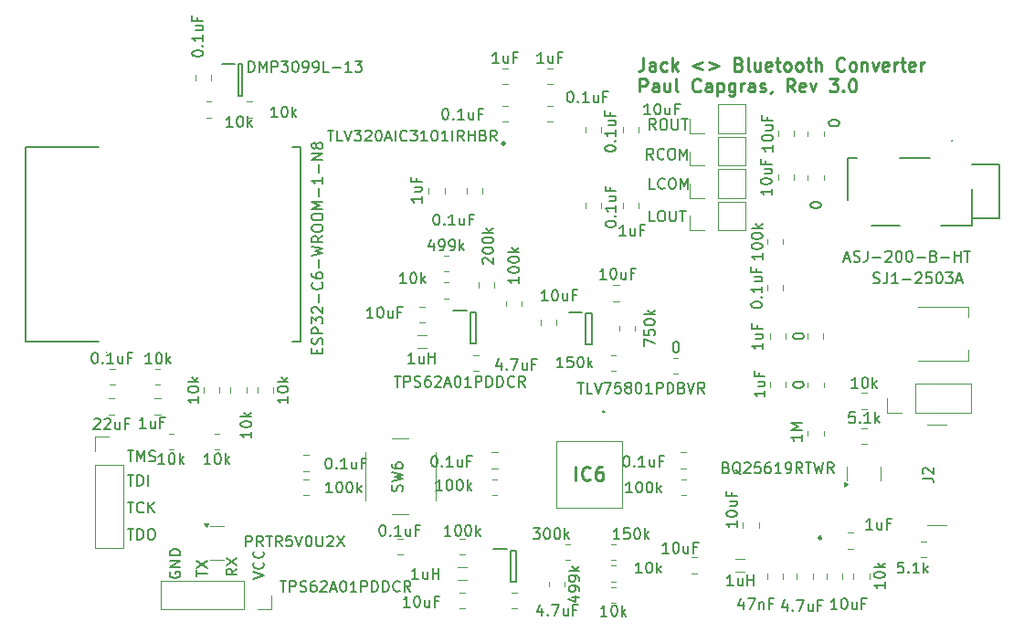
<source format=gbr>
%TF.GenerationSoftware,KiCad,Pcbnew,8.0.9-8.0.9-0~ubuntu24.04.1*%
%TF.CreationDate,2025-02-24T19:38:21+01:00*%
%TF.ProjectId,jack2bluetooth,6a61636b-3262-46c7-9565-746f6f74682e,v3.0*%
%TF.SameCoordinates,Original*%
%TF.FileFunction,Legend,Top*%
%TF.FilePolarity,Positive*%
%FSLAX46Y46*%
G04 Gerber Fmt 4.6, Leading zero omitted, Abs format (unit mm)*
G04 Created by KiCad (PCBNEW 8.0.9-8.0.9-0~ubuntu24.04.1) date 2025-02-24 19:38:21*
%MOMM*%
%LPD*%
G01*
G04 APERTURE LIST*
%ADD10C,0.200000*%
%ADD11C,0.250000*%
%ADD12C,0.150000*%
%ADD13C,0.254000*%
%ADD14C,0.120000*%
%ADD15C,0.100000*%
G04 APERTURE END LIST*
D10*
X209845863Y-113117219D02*
X209369673Y-113117219D01*
X209369673Y-113117219D02*
X209369673Y-112117219D01*
X210750625Y-113021980D02*
X210703006Y-113069600D01*
X210703006Y-113069600D02*
X210560149Y-113117219D01*
X210560149Y-113117219D02*
X210464911Y-113117219D01*
X210464911Y-113117219D02*
X210322054Y-113069600D01*
X210322054Y-113069600D02*
X210226816Y-112974361D01*
X210226816Y-112974361D02*
X210179197Y-112879123D01*
X210179197Y-112879123D02*
X210131578Y-112688647D01*
X210131578Y-112688647D02*
X210131578Y-112545790D01*
X210131578Y-112545790D02*
X210179197Y-112355314D01*
X210179197Y-112355314D02*
X210226816Y-112260076D01*
X210226816Y-112260076D02*
X210322054Y-112164838D01*
X210322054Y-112164838D02*
X210464911Y-112117219D01*
X210464911Y-112117219D02*
X210560149Y-112117219D01*
X210560149Y-112117219D02*
X210703006Y-112164838D01*
X210703006Y-112164838D02*
X210750625Y-112212457D01*
X211369673Y-112117219D02*
X211560149Y-112117219D01*
X211560149Y-112117219D02*
X211655387Y-112164838D01*
X211655387Y-112164838D02*
X211750625Y-112260076D01*
X211750625Y-112260076D02*
X211798244Y-112450552D01*
X211798244Y-112450552D02*
X211798244Y-112783885D01*
X211798244Y-112783885D02*
X211750625Y-112974361D01*
X211750625Y-112974361D02*
X211655387Y-113069600D01*
X211655387Y-113069600D02*
X211560149Y-113117219D01*
X211560149Y-113117219D02*
X211369673Y-113117219D01*
X211369673Y-113117219D02*
X211274435Y-113069600D01*
X211274435Y-113069600D02*
X211179197Y-112974361D01*
X211179197Y-112974361D02*
X211131578Y-112783885D01*
X211131578Y-112783885D02*
X211131578Y-112450552D01*
X211131578Y-112450552D02*
X211179197Y-112260076D01*
X211179197Y-112260076D02*
X211274435Y-112164838D01*
X211274435Y-112164838D02*
X211369673Y-112117219D01*
X212226816Y-113117219D02*
X212226816Y-112117219D01*
X212226816Y-112117219D02*
X212560149Y-112831504D01*
X212560149Y-112831504D02*
X212893482Y-112117219D01*
X212893482Y-112117219D02*
X212893482Y-113117219D01*
X209941101Y-107617219D02*
X209607768Y-107141028D01*
X209369673Y-107617219D02*
X209369673Y-106617219D01*
X209369673Y-106617219D02*
X209750625Y-106617219D01*
X209750625Y-106617219D02*
X209845863Y-106664838D01*
X209845863Y-106664838D02*
X209893482Y-106712457D01*
X209893482Y-106712457D02*
X209941101Y-106807695D01*
X209941101Y-106807695D02*
X209941101Y-106950552D01*
X209941101Y-106950552D02*
X209893482Y-107045790D01*
X209893482Y-107045790D02*
X209845863Y-107093409D01*
X209845863Y-107093409D02*
X209750625Y-107141028D01*
X209750625Y-107141028D02*
X209369673Y-107141028D01*
X210560149Y-106617219D02*
X210750625Y-106617219D01*
X210750625Y-106617219D02*
X210845863Y-106664838D01*
X210845863Y-106664838D02*
X210941101Y-106760076D01*
X210941101Y-106760076D02*
X210988720Y-106950552D01*
X210988720Y-106950552D02*
X210988720Y-107283885D01*
X210988720Y-107283885D02*
X210941101Y-107474361D01*
X210941101Y-107474361D02*
X210845863Y-107569600D01*
X210845863Y-107569600D02*
X210750625Y-107617219D01*
X210750625Y-107617219D02*
X210560149Y-107617219D01*
X210560149Y-107617219D02*
X210464911Y-107569600D01*
X210464911Y-107569600D02*
X210369673Y-107474361D01*
X210369673Y-107474361D02*
X210322054Y-107283885D01*
X210322054Y-107283885D02*
X210322054Y-106950552D01*
X210322054Y-106950552D02*
X210369673Y-106760076D01*
X210369673Y-106760076D02*
X210464911Y-106664838D01*
X210464911Y-106664838D02*
X210560149Y-106617219D01*
X211417292Y-106617219D02*
X211417292Y-107426742D01*
X211417292Y-107426742D02*
X211464911Y-107521980D01*
X211464911Y-107521980D02*
X211512530Y-107569600D01*
X211512530Y-107569600D02*
X211607768Y-107617219D01*
X211607768Y-107617219D02*
X211798244Y-107617219D01*
X211798244Y-107617219D02*
X211893482Y-107569600D01*
X211893482Y-107569600D02*
X211941101Y-107521980D01*
X211941101Y-107521980D02*
X211988720Y-107426742D01*
X211988720Y-107426742D02*
X211988720Y-106617219D01*
X212322054Y-106617219D02*
X212893482Y-106617219D01*
X212607768Y-107617219D02*
X212607768Y-106617219D01*
X167367219Y-149023183D02*
X167367219Y-148451755D01*
X168367219Y-148737469D02*
X167367219Y-148737469D01*
X167367219Y-148213659D02*
X168367219Y-147546993D01*
X167367219Y-147546993D02*
X168367219Y-148213659D01*
X209845863Y-116117219D02*
X209369673Y-116117219D01*
X209369673Y-116117219D02*
X209369673Y-115117219D01*
X210369673Y-115117219D02*
X210560149Y-115117219D01*
X210560149Y-115117219D02*
X210655387Y-115164838D01*
X210655387Y-115164838D02*
X210750625Y-115260076D01*
X210750625Y-115260076D02*
X210798244Y-115450552D01*
X210798244Y-115450552D02*
X210798244Y-115783885D01*
X210798244Y-115783885D02*
X210750625Y-115974361D01*
X210750625Y-115974361D02*
X210655387Y-116069600D01*
X210655387Y-116069600D02*
X210560149Y-116117219D01*
X210560149Y-116117219D02*
X210369673Y-116117219D01*
X210369673Y-116117219D02*
X210274435Y-116069600D01*
X210274435Y-116069600D02*
X210179197Y-115974361D01*
X210179197Y-115974361D02*
X210131578Y-115783885D01*
X210131578Y-115783885D02*
X210131578Y-115450552D01*
X210131578Y-115450552D02*
X210179197Y-115260076D01*
X210179197Y-115260076D02*
X210274435Y-115164838D01*
X210274435Y-115164838D02*
X210369673Y-115117219D01*
X211226816Y-115117219D02*
X211226816Y-115926742D01*
X211226816Y-115926742D02*
X211274435Y-116021980D01*
X211274435Y-116021980D02*
X211322054Y-116069600D01*
X211322054Y-116069600D02*
X211417292Y-116117219D01*
X211417292Y-116117219D02*
X211607768Y-116117219D01*
X211607768Y-116117219D02*
X211703006Y-116069600D01*
X211703006Y-116069600D02*
X211750625Y-116021980D01*
X211750625Y-116021980D02*
X211798244Y-115926742D01*
X211798244Y-115926742D02*
X211798244Y-115117219D01*
X212131578Y-115117219D02*
X212703006Y-115117219D01*
X212417292Y-116117219D02*
X212417292Y-115117219D01*
D11*
X208793044Y-100958209D02*
X208793044Y-101815352D01*
X208793044Y-101815352D02*
X208735901Y-101986781D01*
X208735901Y-101986781D02*
X208621615Y-102101067D01*
X208621615Y-102101067D02*
X208450187Y-102158209D01*
X208450187Y-102158209D02*
X208335901Y-102158209D01*
X209878759Y-102158209D02*
X209878759Y-101529638D01*
X209878759Y-101529638D02*
X209821616Y-101415352D01*
X209821616Y-101415352D02*
X209707330Y-101358209D01*
X209707330Y-101358209D02*
X209478759Y-101358209D01*
X209478759Y-101358209D02*
X209364473Y-101415352D01*
X209878759Y-102101067D02*
X209764473Y-102158209D01*
X209764473Y-102158209D02*
X209478759Y-102158209D01*
X209478759Y-102158209D02*
X209364473Y-102101067D01*
X209364473Y-102101067D02*
X209307330Y-101986781D01*
X209307330Y-101986781D02*
X209307330Y-101872495D01*
X209307330Y-101872495D02*
X209364473Y-101758209D01*
X209364473Y-101758209D02*
X209478759Y-101701067D01*
X209478759Y-101701067D02*
X209764473Y-101701067D01*
X209764473Y-101701067D02*
X209878759Y-101643924D01*
X210964473Y-102101067D02*
X210850187Y-102158209D01*
X210850187Y-102158209D02*
X210621615Y-102158209D01*
X210621615Y-102158209D02*
X210507330Y-102101067D01*
X210507330Y-102101067D02*
X210450187Y-102043924D01*
X210450187Y-102043924D02*
X210393044Y-101929638D01*
X210393044Y-101929638D02*
X210393044Y-101586781D01*
X210393044Y-101586781D02*
X210450187Y-101472495D01*
X210450187Y-101472495D02*
X210507330Y-101415352D01*
X210507330Y-101415352D02*
X210621615Y-101358209D01*
X210621615Y-101358209D02*
X210850187Y-101358209D01*
X210850187Y-101358209D02*
X210964473Y-101415352D01*
X211478758Y-102158209D02*
X211478758Y-100958209D01*
X211593044Y-101701067D02*
X211935901Y-102158209D01*
X211935901Y-101358209D02*
X211478758Y-101815352D01*
X214278759Y-101358209D02*
X213364473Y-101701067D01*
X213364473Y-101701067D02*
X214278759Y-102043924D01*
X214850187Y-101358209D02*
X215764473Y-101701067D01*
X215764473Y-101701067D02*
X214850187Y-102043924D01*
X217650187Y-101529638D02*
X217821615Y-101586781D01*
X217821615Y-101586781D02*
X217878758Y-101643924D01*
X217878758Y-101643924D02*
X217935901Y-101758209D01*
X217935901Y-101758209D02*
X217935901Y-101929638D01*
X217935901Y-101929638D02*
X217878758Y-102043924D01*
X217878758Y-102043924D02*
X217821615Y-102101067D01*
X217821615Y-102101067D02*
X217707330Y-102158209D01*
X217707330Y-102158209D02*
X217250187Y-102158209D01*
X217250187Y-102158209D02*
X217250187Y-100958209D01*
X217250187Y-100958209D02*
X217650187Y-100958209D01*
X217650187Y-100958209D02*
X217764473Y-101015352D01*
X217764473Y-101015352D02*
X217821615Y-101072495D01*
X217821615Y-101072495D02*
X217878758Y-101186781D01*
X217878758Y-101186781D02*
X217878758Y-101301067D01*
X217878758Y-101301067D02*
X217821615Y-101415352D01*
X217821615Y-101415352D02*
X217764473Y-101472495D01*
X217764473Y-101472495D02*
X217650187Y-101529638D01*
X217650187Y-101529638D02*
X217250187Y-101529638D01*
X218621615Y-102158209D02*
X218507330Y-102101067D01*
X218507330Y-102101067D02*
X218450187Y-101986781D01*
X218450187Y-101986781D02*
X218450187Y-100958209D01*
X219593044Y-101358209D02*
X219593044Y-102158209D01*
X219078758Y-101358209D02*
X219078758Y-101986781D01*
X219078758Y-101986781D02*
X219135901Y-102101067D01*
X219135901Y-102101067D02*
X219250186Y-102158209D01*
X219250186Y-102158209D02*
X219421615Y-102158209D01*
X219421615Y-102158209D02*
X219535901Y-102101067D01*
X219535901Y-102101067D02*
X219593044Y-102043924D01*
X220621615Y-102101067D02*
X220507329Y-102158209D01*
X220507329Y-102158209D02*
X220278758Y-102158209D01*
X220278758Y-102158209D02*
X220164472Y-102101067D01*
X220164472Y-102101067D02*
X220107329Y-101986781D01*
X220107329Y-101986781D02*
X220107329Y-101529638D01*
X220107329Y-101529638D02*
X220164472Y-101415352D01*
X220164472Y-101415352D02*
X220278758Y-101358209D01*
X220278758Y-101358209D02*
X220507329Y-101358209D01*
X220507329Y-101358209D02*
X220621615Y-101415352D01*
X220621615Y-101415352D02*
X220678758Y-101529638D01*
X220678758Y-101529638D02*
X220678758Y-101643924D01*
X220678758Y-101643924D02*
X220107329Y-101758209D01*
X221021614Y-101358209D02*
X221478757Y-101358209D01*
X221193043Y-100958209D02*
X221193043Y-101986781D01*
X221193043Y-101986781D02*
X221250186Y-102101067D01*
X221250186Y-102101067D02*
X221364471Y-102158209D01*
X221364471Y-102158209D02*
X221478757Y-102158209D01*
X222050185Y-102158209D02*
X221935900Y-102101067D01*
X221935900Y-102101067D02*
X221878757Y-102043924D01*
X221878757Y-102043924D02*
X221821614Y-101929638D01*
X221821614Y-101929638D02*
X221821614Y-101586781D01*
X221821614Y-101586781D02*
X221878757Y-101472495D01*
X221878757Y-101472495D02*
X221935900Y-101415352D01*
X221935900Y-101415352D02*
X222050185Y-101358209D01*
X222050185Y-101358209D02*
X222221614Y-101358209D01*
X222221614Y-101358209D02*
X222335900Y-101415352D01*
X222335900Y-101415352D02*
X222393043Y-101472495D01*
X222393043Y-101472495D02*
X222450185Y-101586781D01*
X222450185Y-101586781D02*
X222450185Y-101929638D01*
X222450185Y-101929638D02*
X222393043Y-102043924D01*
X222393043Y-102043924D02*
X222335900Y-102101067D01*
X222335900Y-102101067D02*
X222221614Y-102158209D01*
X222221614Y-102158209D02*
X222050185Y-102158209D01*
X223135899Y-102158209D02*
X223021614Y-102101067D01*
X223021614Y-102101067D02*
X222964471Y-102043924D01*
X222964471Y-102043924D02*
X222907328Y-101929638D01*
X222907328Y-101929638D02*
X222907328Y-101586781D01*
X222907328Y-101586781D02*
X222964471Y-101472495D01*
X222964471Y-101472495D02*
X223021614Y-101415352D01*
X223021614Y-101415352D02*
X223135899Y-101358209D01*
X223135899Y-101358209D02*
X223307328Y-101358209D01*
X223307328Y-101358209D02*
X223421614Y-101415352D01*
X223421614Y-101415352D02*
X223478757Y-101472495D01*
X223478757Y-101472495D02*
X223535899Y-101586781D01*
X223535899Y-101586781D02*
X223535899Y-101929638D01*
X223535899Y-101929638D02*
X223478757Y-102043924D01*
X223478757Y-102043924D02*
X223421614Y-102101067D01*
X223421614Y-102101067D02*
X223307328Y-102158209D01*
X223307328Y-102158209D02*
X223135899Y-102158209D01*
X223878756Y-101358209D02*
X224335899Y-101358209D01*
X224050185Y-100958209D02*
X224050185Y-101986781D01*
X224050185Y-101986781D02*
X224107328Y-102101067D01*
X224107328Y-102101067D02*
X224221613Y-102158209D01*
X224221613Y-102158209D02*
X224335899Y-102158209D01*
X224735899Y-102158209D02*
X224735899Y-100958209D01*
X225250185Y-102158209D02*
X225250185Y-101529638D01*
X225250185Y-101529638D02*
X225193042Y-101415352D01*
X225193042Y-101415352D02*
X225078756Y-101358209D01*
X225078756Y-101358209D02*
X224907327Y-101358209D01*
X224907327Y-101358209D02*
X224793042Y-101415352D01*
X224793042Y-101415352D02*
X224735899Y-101472495D01*
X227421613Y-102043924D02*
X227364470Y-102101067D01*
X227364470Y-102101067D02*
X227193042Y-102158209D01*
X227193042Y-102158209D02*
X227078756Y-102158209D01*
X227078756Y-102158209D02*
X226907327Y-102101067D01*
X226907327Y-102101067D02*
X226793042Y-101986781D01*
X226793042Y-101986781D02*
X226735899Y-101872495D01*
X226735899Y-101872495D02*
X226678756Y-101643924D01*
X226678756Y-101643924D02*
X226678756Y-101472495D01*
X226678756Y-101472495D02*
X226735899Y-101243924D01*
X226735899Y-101243924D02*
X226793042Y-101129638D01*
X226793042Y-101129638D02*
X226907327Y-101015352D01*
X226907327Y-101015352D02*
X227078756Y-100958209D01*
X227078756Y-100958209D02*
X227193042Y-100958209D01*
X227193042Y-100958209D02*
X227364470Y-101015352D01*
X227364470Y-101015352D02*
X227421613Y-101072495D01*
X228107327Y-102158209D02*
X227993042Y-102101067D01*
X227993042Y-102101067D02*
X227935899Y-102043924D01*
X227935899Y-102043924D02*
X227878756Y-101929638D01*
X227878756Y-101929638D02*
X227878756Y-101586781D01*
X227878756Y-101586781D02*
X227935899Y-101472495D01*
X227935899Y-101472495D02*
X227993042Y-101415352D01*
X227993042Y-101415352D02*
X228107327Y-101358209D01*
X228107327Y-101358209D02*
X228278756Y-101358209D01*
X228278756Y-101358209D02*
X228393042Y-101415352D01*
X228393042Y-101415352D02*
X228450185Y-101472495D01*
X228450185Y-101472495D02*
X228507327Y-101586781D01*
X228507327Y-101586781D02*
X228507327Y-101929638D01*
X228507327Y-101929638D02*
X228450185Y-102043924D01*
X228450185Y-102043924D02*
X228393042Y-102101067D01*
X228393042Y-102101067D02*
X228278756Y-102158209D01*
X228278756Y-102158209D02*
X228107327Y-102158209D01*
X229021613Y-101358209D02*
X229021613Y-102158209D01*
X229021613Y-101472495D02*
X229078756Y-101415352D01*
X229078756Y-101415352D02*
X229193041Y-101358209D01*
X229193041Y-101358209D02*
X229364470Y-101358209D01*
X229364470Y-101358209D02*
X229478756Y-101415352D01*
X229478756Y-101415352D02*
X229535899Y-101529638D01*
X229535899Y-101529638D02*
X229535899Y-102158209D01*
X229993041Y-101358209D02*
X230278755Y-102158209D01*
X230278755Y-102158209D02*
X230564470Y-101358209D01*
X231478756Y-102101067D02*
X231364470Y-102158209D01*
X231364470Y-102158209D02*
X231135899Y-102158209D01*
X231135899Y-102158209D02*
X231021613Y-102101067D01*
X231021613Y-102101067D02*
X230964470Y-101986781D01*
X230964470Y-101986781D02*
X230964470Y-101529638D01*
X230964470Y-101529638D02*
X231021613Y-101415352D01*
X231021613Y-101415352D02*
X231135899Y-101358209D01*
X231135899Y-101358209D02*
X231364470Y-101358209D01*
X231364470Y-101358209D02*
X231478756Y-101415352D01*
X231478756Y-101415352D02*
X231535899Y-101529638D01*
X231535899Y-101529638D02*
X231535899Y-101643924D01*
X231535899Y-101643924D02*
X230964470Y-101758209D01*
X232050184Y-102158209D02*
X232050184Y-101358209D01*
X232050184Y-101586781D02*
X232107327Y-101472495D01*
X232107327Y-101472495D02*
X232164470Y-101415352D01*
X232164470Y-101415352D02*
X232278755Y-101358209D01*
X232278755Y-101358209D02*
X232393041Y-101358209D01*
X232621612Y-101358209D02*
X233078755Y-101358209D01*
X232793041Y-100958209D02*
X232793041Y-101986781D01*
X232793041Y-101986781D02*
X232850184Y-102101067D01*
X232850184Y-102101067D02*
X232964469Y-102158209D01*
X232964469Y-102158209D02*
X233078755Y-102158209D01*
X233935898Y-102101067D02*
X233821612Y-102158209D01*
X233821612Y-102158209D02*
X233593041Y-102158209D01*
X233593041Y-102158209D02*
X233478755Y-102101067D01*
X233478755Y-102101067D02*
X233421612Y-101986781D01*
X233421612Y-101986781D02*
X233421612Y-101529638D01*
X233421612Y-101529638D02*
X233478755Y-101415352D01*
X233478755Y-101415352D02*
X233593041Y-101358209D01*
X233593041Y-101358209D02*
X233821612Y-101358209D01*
X233821612Y-101358209D02*
X233935898Y-101415352D01*
X233935898Y-101415352D02*
X233993041Y-101529638D01*
X233993041Y-101529638D02*
X233993041Y-101643924D01*
X233993041Y-101643924D02*
X233421612Y-101758209D01*
X234507326Y-102158209D02*
X234507326Y-101358209D01*
X234507326Y-101586781D02*
X234564469Y-101472495D01*
X234564469Y-101472495D02*
X234621612Y-101415352D01*
X234621612Y-101415352D02*
X234735897Y-101358209D01*
X234735897Y-101358209D02*
X234850183Y-101358209D01*
X208450187Y-104090142D02*
X208450187Y-102890142D01*
X208450187Y-102890142D02*
X208907330Y-102890142D01*
X208907330Y-102890142D02*
X209021615Y-102947285D01*
X209021615Y-102947285D02*
X209078758Y-103004428D01*
X209078758Y-103004428D02*
X209135901Y-103118714D01*
X209135901Y-103118714D02*
X209135901Y-103290142D01*
X209135901Y-103290142D02*
X209078758Y-103404428D01*
X209078758Y-103404428D02*
X209021615Y-103461571D01*
X209021615Y-103461571D02*
X208907330Y-103518714D01*
X208907330Y-103518714D02*
X208450187Y-103518714D01*
X210164473Y-104090142D02*
X210164473Y-103461571D01*
X210164473Y-103461571D02*
X210107330Y-103347285D01*
X210107330Y-103347285D02*
X209993044Y-103290142D01*
X209993044Y-103290142D02*
X209764473Y-103290142D01*
X209764473Y-103290142D02*
X209650187Y-103347285D01*
X210164473Y-104033000D02*
X210050187Y-104090142D01*
X210050187Y-104090142D02*
X209764473Y-104090142D01*
X209764473Y-104090142D02*
X209650187Y-104033000D01*
X209650187Y-104033000D02*
X209593044Y-103918714D01*
X209593044Y-103918714D02*
X209593044Y-103804428D01*
X209593044Y-103804428D02*
X209650187Y-103690142D01*
X209650187Y-103690142D02*
X209764473Y-103633000D01*
X209764473Y-103633000D02*
X210050187Y-103633000D01*
X210050187Y-103633000D02*
X210164473Y-103575857D01*
X211250187Y-103290142D02*
X211250187Y-104090142D01*
X210735901Y-103290142D02*
X210735901Y-103918714D01*
X210735901Y-103918714D02*
X210793044Y-104033000D01*
X210793044Y-104033000D02*
X210907329Y-104090142D01*
X210907329Y-104090142D02*
X211078758Y-104090142D01*
X211078758Y-104090142D02*
X211193044Y-104033000D01*
X211193044Y-104033000D02*
X211250187Y-103975857D01*
X211993043Y-104090142D02*
X211878758Y-104033000D01*
X211878758Y-104033000D02*
X211821615Y-103918714D01*
X211821615Y-103918714D02*
X211821615Y-102890142D01*
X214050186Y-103975857D02*
X213993043Y-104033000D01*
X213993043Y-104033000D02*
X213821615Y-104090142D01*
X213821615Y-104090142D02*
X213707329Y-104090142D01*
X213707329Y-104090142D02*
X213535900Y-104033000D01*
X213535900Y-104033000D02*
X213421615Y-103918714D01*
X213421615Y-103918714D02*
X213364472Y-103804428D01*
X213364472Y-103804428D02*
X213307329Y-103575857D01*
X213307329Y-103575857D02*
X213307329Y-103404428D01*
X213307329Y-103404428D02*
X213364472Y-103175857D01*
X213364472Y-103175857D02*
X213421615Y-103061571D01*
X213421615Y-103061571D02*
X213535900Y-102947285D01*
X213535900Y-102947285D02*
X213707329Y-102890142D01*
X213707329Y-102890142D02*
X213821615Y-102890142D01*
X213821615Y-102890142D02*
X213993043Y-102947285D01*
X213993043Y-102947285D02*
X214050186Y-103004428D01*
X215078758Y-104090142D02*
X215078758Y-103461571D01*
X215078758Y-103461571D02*
X215021615Y-103347285D01*
X215021615Y-103347285D02*
X214907329Y-103290142D01*
X214907329Y-103290142D02*
X214678758Y-103290142D01*
X214678758Y-103290142D02*
X214564472Y-103347285D01*
X215078758Y-104033000D02*
X214964472Y-104090142D01*
X214964472Y-104090142D02*
X214678758Y-104090142D01*
X214678758Y-104090142D02*
X214564472Y-104033000D01*
X214564472Y-104033000D02*
X214507329Y-103918714D01*
X214507329Y-103918714D02*
X214507329Y-103804428D01*
X214507329Y-103804428D02*
X214564472Y-103690142D01*
X214564472Y-103690142D02*
X214678758Y-103633000D01*
X214678758Y-103633000D02*
X214964472Y-103633000D01*
X214964472Y-103633000D02*
X215078758Y-103575857D01*
X215650186Y-103290142D02*
X215650186Y-104490142D01*
X215650186Y-103347285D02*
X215764472Y-103290142D01*
X215764472Y-103290142D02*
X215993043Y-103290142D01*
X215993043Y-103290142D02*
X216107329Y-103347285D01*
X216107329Y-103347285D02*
X216164472Y-103404428D01*
X216164472Y-103404428D02*
X216221614Y-103518714D01*
X216221614Y-103518714D02*
X216221614Y-103861571D01*
X216221614Y-103861571D02*
X216164472Y-103975857D01*
X216164472Y-103975857D02*
X216107329Y-104033000D01*
X216107329Y-104033000D02*
X215993043Y-104090142D01*
X215993043Y-104090142D02*
X215764472Y-104090142D01*
X215764472Y-104090142D02*
X215650186Y-104033000D01*
X217250186Y-103290142D02*
X217250186Y-104261571D01*
X217250186Y-104261571D02*
X217193043Y-104375857D01*
X217193043Y-104375857D02*
X217135900Y-104433000D01*
X217135900Y-104433000D02*
X217021614Y-104490142D01*
X217021614Y-104490142D02*
X216850186Y-104490142D01*
X216850186Y-104490142D02*
X216735900Y-104433000D01*
X217250186Y-104033000D02*
X217135900Y-104090142D01*
X217135900Y-104090142D02*
X216907328Y-104090142D01*
X216907328Y-104090142D02*
X216793043Y-104033000D01*
X216793043Y-104033000D02*
X216735900Y-103975857D01*
X216735900Y-103975857D02*
X216678757Y-103861571D01*
X216678757Y-103861571D02*
X216678757Y-103518714D01*
X216678757Y-103518714D02*
X216735900Y-103404428D01*
X216735900Y-103404428D02*
X216793043Y-103347285D01*
X216793043Y-103347285D02*
X216907328Y-103290142D01*
X216907328Y-103290142D02*
X217135900Y-103290142D01*
X217135900Y-103290142D02*
X217250186Y-103347285D01*
X217821614Y-104090142D02*
X217821614Y-103290142D01*
X217821614Y-103518714D02*
X217878757Y-103404428D01*
X217878757Y-103404428D02*
X217935900Y-103347285D01*
X217935900Y-103347285D02*
X218050185Y-103290142D01*
X218050185Y-103290142D02*
X218164471Y-103290142D01*
X219078757Y-104090142D02*
X219078757Y-103461571D01*
X219078757Y-103461571D02*
X219021614Y-103347285D01*
X219021614Y-103347285D02*
X218907328Y-103290142D01*
X218907328Y-103290142D02*
X218678757Y-103290142D01*
X218678757Y-103290142D02*
X218564471Y-103347285D01*
X219078757Y-104033000D02*
X218964471Y-104090142D01*
X218964471Y-104090142D02*
X218678757Y-104090142D01*
X218678757Y-104090142D02*
X218564471Y-104033000D01*
X218564471Y-104033000D02*
X218507328Y-103918714D01*
X218507328Y-103918714D02*
X218507328Y-103804428D01*
X218507328Y-103804428D02*
X218564471Y-103690142D01*
X218564471Y-103690142D02*
X218678757Y-103633000D01*
X218678757Y-103633000D02*
X218964471Y-103633000D01*
X218964471Y-103633000D02*
X219078757Y-103575857D01*
X219593042Y-104033000D02*
X219707328Y-104090142D01*
X219707328Y-104090142D02*
X219935899Y-104090142D01*
X219935899Y-104090142D02*
X220050185Y-104033000D01*
X220050185Y-104033000D02*
X220107328Y-103918714D01*
X220107328Y-103918714D02*
X220107328Y-103861571D01*
X220107328Y-103861571D02*
X220050185Y-103747285D01*
X220050185Y-103747285D02*
X219935899Y-103690142D01*
X219935899Y-103690142D02*
X219764471Y-103690142D01*
X219764471Y-103690142D02*
X219650185Y-103633000D01*
X219650185Y-103633000D02*
X219593042Y-103518714D01*
X219593042Y-103518714D02*
X219593042Y-103461571D01*
X219593042Y-103461571D02*
X219650185Y-103347285D01*
X219650185Y-103347285D02*
X219764471Y-103290142D01*
X219764471Y-103290142D02*
X219935899Y-103290142D01*
X219935899Y-103290142D02*
X220050185Y-103347285D01*
X220678757Y-104033000D02*
X220678757Y-104090142D01*
X220678757Y-104090142D02*
X220621614Y-104204428D01*
X220621614Y-104204428D02*
X220564471Y-104261571D01*
X222793043Y-104090142D02*
X222393043Y-103518714D01*
X222107329Y-104090142D02*
X222107329Y-102890142D01*
X222107329Y-102890142D02*
X222564472Y-102890142D01*
X222564472Y-102890142D02*
X222678757Y-102947285D01*
X222678757Y-102947285D02*
X222735900Y-103004428D01*
X222735900Y-103004428D02*
X222793043Y-103118714D01*
X222793043Y-103118714D02*
X222793043Y-103290142D01*
X222793043Y-103290142D02*
X222735900Y-103404428D01*
X222735900Y-103404428D02*
X222678757Y-103461571D01*
X222678757Y-103461571D02*
X222564472Y-103518714D01*
X222564472Y-103518714D02*
X222107329Y-103518714D01*
X223764472Y-104033000D02*
X223650186Y-104090142D01*
X223650186Y-104090142D02*
X223421615Y-104090142D01*
X223421615Y-104090142D02*
X223307329Y-104033000D01*
X223307329Y-104033000D02*
X223250186Y-103918714D01*
X223250186Y-103918714D02*
X223250186Y-103461571D01*
X223250186Y-103461571D02*
X223307329Y-103347285D01*
X223307329Y-103347285D02*
X223421615Y-103290142D01*
X223421615Y-103290142D02*
X223650186Y-103290142D01*
X223650186Y-103290142D02*
X223764472Y-103347285D01*
X223764472Y-103347285D02*
X223821615Y-103461571D01*
X223821615Y-103461571D02*
X223821615Y-103575857D01*
X223821615Y-103575857D02*
X223250186Y-103690142D01*
X224221614Y-103290142D02*
X224507328Y-104090142D01*
X224507328Y-104090142D02*
X224793043Y-103290142D01*
X226050186Y-102890142D02*
X226793043Y-102890142D01*
X226793043Y-102890142D02*
X226393043Y-103347285D01*
X226393043Y-103347285D02*
X226564472Y-103347285D01*
X226564472Y-103347285D02*
X226678758Y-103404428D01*
X226678758Y-103404428D02*
X226735900Y-103461571D01*
X226735900Y-103461571D02*
X226793043Y-103575857D01*
X226793043Y-103575857D02*
X226793043Y-103861571D01*
X226793043Y-103861571D02*
X226735900Y-103975857D01*
X226735900Y-103975857D02*
X226678758Y-104033000D01*
X226678758Y-104033000D02*
X226564472Y-104090142D01*
X226564472Y-104090142D02*
X226221615Y-104090142D01*
X226221615Y-104090142D02*
X226107329Y-104033000D01*
X226107329Y-104033000D02*
X226050186Y-103975857D01*
X227307329Y-103975857D02*
X227364472Y-104033000D01*
X227364472Y-104033000D02*
X227307329Y-104090142D01*
X227307329Y-104090142D02*
X227250186Y-104033000D01*
X227250186Y-104033000D02*
X227307329Y-103975857D01*
X227307329Y-103975857D02*
X227307329Y-104090142D01*
X228107329Y-102890142D02*
X228221615Y-102890142D01*
X228221615Y-102890142D02*
X228335901Y-102947285D01*
X228335901Y-102947285D02*
X228393044Y-103004428D01*
X228393044Y-103004428D02*
X228450186Y-103118714D01*
X228450186Y-103118714D02*
X228507329Y-103347285D01*
X228507329Y-103347285D02*
X228507329Y-103633000D01*
X228507329Y-103633000D02*
X228450186Y-103861571D01*
X228450186Y-103861571D02*
X228393044Y-103975857D01*
X228393044Y-103975857D02*
X228335901Y-104033000D01*
X228335901Y-104033000D02*
X228221615Y-104090142D01*
X228221615Y-104090142D02*
X228107329Y-104090142D01*
X228107329Y-104090142D02*
X227993044Y-104033000D01*
X227993044Y-104033000D02*
X227935901Y-103975857D01*
X227935901Y-103975857D02*
X227878758Y-103861571D01*
X227878758Y-103861571D02*
X227821615Y-103633000D01*
X227821615Y-103633000D02*
X227821615Y-103347285D01*
X227821615Y-103347285D02*
X227878758Y-103118714D01*
X227878758Y-103118714D02*
X227935901Y-103004428D01*
X227935901Y-103004428D02*
X227993044Y-102947285D01*
X227993044Y-102947285D02*
X228107329Y-102890142D01*
D10*
X171117219Y-148308898D02*
X170641028Y-148642231D01*
X171117219Y-148880326D02*
X170117219Y-148880326D01*
X170117219Y-148880326D02*
X170117219Y-148499374D01*
X170117219Y-148499374D02*
X170164838Y-148404136D01*
X170164838Y-148404136D02*
X170212457Y-148356517D01*
X170212457Y-148356517D02*
X170307695Y-148308898D01*
X170307695Y-148308898D02*
X170450552Y-148308898D01*
X170450552Y-148308898D02*
X170545790Y-148356517D01*
X170545790Y-148356517D02*
X170593409Y-148404136D01*
X170593409Y-148404136D02*
X170641028Y-148499374D01*
X170641028Y-148499374D02*
X170641028Y-148880326D01*
X170117219Y-147975564D02*
X171117219Y-147308898D01*
X170117219Y-147308898D02*
X171117219Y-147975564D01*
X160976816Y-139617219D02*
X161548244Y-139617219D01*
X161262530Y-140617219D02*
X161262530Y-139617219D01*
X161881578Y-140617219D02*
X161881578Y-139617219D01*
X161881578Y-139617219D02*
X162119673Y-139617219D01*
X162119673Y-139617219D02*
X162262530Y-139664838D01*
X162262530Y-139664838D02*
X162357768Y-139760076D01*
X162357768Y-139760076D02*
X162405387Y-139855314D01*
X162405387Y-139855314D02*
X162453006Y-140045790D01*
X162453006Y-140045790D02*
X162453006Y-140188647D01*
X162453006Y-140188647D02*
X162405387Y-140379123D01*
X162405387Y-140379123D02*
X162357768Y-140474361D01*
X162357768Y-140474361D02*
X162262530Y-140569600D01*
X162262530Y-140569600D02*
X162119673Y-140617219D01*
X162119673Y-140617219D02*
X161881578Y-140617219D01*
X162881578Y-140617219D02*
X162881578Y-139617219D01*
X209691101Y-110367219D02*
X209357768Y-109891028D01*
X209119673Y-110367219D02*
X209119673Y-109367219D01*
X209119673Y-109367219D02*
X209500625Y-109367219D01*
X209500625Y-109367219D02*
X209595863Y-109414838D01*
X209595863Y-109414838D02*
X209643482Y-109462457D01*
X209643482Y-109462457D02*
X209691101Y-109557695D01*
X209691101Y-109557695D02*
X209691101Y-109700552D01*
X209691101Y-109700552D02*
X209643482Y-109795790D01*
X209643482Y-109795790D02*
X209595863Y-109843409D01*
X209595863Y-109843409D02*
X209500625Y-109891028D01*
X209500625Y-109891028D02*
X209119673Y-109891028D01*
X210691101Y-110271980D02*
X210643482Y-110319600D01*
X210643482Y-110319600D02*
X210500625Y-110367219D01*
X210500625Y-110367219D02*
X210405387Y-110367219D01*
X210405387Y-110367219D02*
X210262530Y-110319600D01*
X210262530Y-110319600D02*
X210167292Y-110224361D01*
X210167292Y-110224361D02*
X210119673Y-110129123D01*
X210119673Y-110129123D02*
X210072054Y-109938647D01*
X210072054Y-109938647D02*
X210072054Y-109795790D01*
X210072054Y-109795790D02*
X210119673Y-109605314D01*
X210119673Y-109605314D02*
X210167292Y-109510076D01*
X210167292Y-109510076D02*
X210262530Y-109414838D01*
X210262530Y-109414838D02*
X210405387Y-109367219D01*
X210405387Y-109367219D02*
X210500625Y-109367219D01*
X210500625Y-109367219D02*
X210643482Y-109414838D01*
X210643482Y-109414838D02*
X210691101Y-109462457D01*
X211310149Y-109367219D02*
X211500625Y-109367219D01*
X211500625Y-109367219D02*
X211595863Y-109414838D01*
X211595863Y-109414838D02*
X211691101Y-109510076D01*
X211691101Y-109510076D02*
X211738720Y-109700552D01*
X211738720Y-109700552D02*
X211738720Y-110033885D01*
X211738720Y-110033885D02*
X211691101Y-110224361D01*
X211691101Y-110224361D02*
X211595863Y-110319600D01*
X211595863Y-110319600D02*
X211500625Y-110367219D01*
X211500625Y-110367219D02*
X211310149Y-110367219D01*
X211310149Y-110367219D02*
X211214911Y-110319600D01*
X211214911Y-110319600D02*
X211119673Y-110224361D01*
X211119673Y-110224361D02*
X211072054Y-110033885D01*
X211072054Y-110033885D02*
X211072054Y-109700552D01*
X211072054Y-109700552D02*
X211119673Y-109510076D01*
X211119673Y-109510076D02*
X211214911Y-109414838D01*
X211214911Y-109414838D02*
X211310149Y-109367219D01*
X212167292Y-110367219D02*
X212167292Y-109367219D01*
X212167292Y-109367219D02*
X212500625Y-110081504D01*
X212500625Y-110081504D02*
X212833958Y-109367219D01*
X212833958Y-109367219D02*
X212833958Y-110367219D01*
X164914838Y-148606517D02*
X164867219Y-148701755D01*
X164867219Y-148701755D02*
X164867219Y-148844612D01*
X164867219Y-148844612D02*
X164914838Y-148987469D01*
X164914838Y-148987469D02*
X165010076Y-149082707D01*
X165010076Y-149082707D02*
X165105314Y-149130326D01*
X165105314Y-149130326D02*
X165295790Y-149177945D01*
X165295790Y-149177945D02*
X165438647Y-149177945D01*
X165438647Y-149177945D02*
X165629123Y-149130326D01*
X165629123Y-149130326D02*
X165724361Y-149082707D01*
X165724361Y-149082707D02*
X165819600Y-148987469D01*
X165819600Y-148987469D02*
X165867219Y-148844612D01*
X165867219Y-148844612D02*
X165867219Y-148749374D01*
X165867219Y-148749374D02*
X165819600Y-148606517D01*
X165819600Y-148606517D02*
X165771980Y-148558898D01*
X165771980Y-148558898D02*
X165438647Y-148558898D01*
X165438647Y-148558898D02*
X165438647Y-148749374D01*
X165867219Y-148130326D02*
X164867219Y-148130326D01*
X164867219Y-148130326D02*
X165867219Y-147558898D01*
X165867219Y-147558898D02*
X164867219Y-147558898D01*
X165867219Y-147082707D02*
X164867219Y-147082707D01*
X164867219Y-147082707D02*
X164867219Y-146844612D01*
X164867219Y-146844612D02*
X164914838Y-146701755D01*
X164914838Y-146701755D02*
X165010076Y-146606517D01*
X165010076Y-146606517D02*
X165105314Y-146558898D01*
X165105314Y-146558898D02*
X165295790Y-146511279D01*
X165295790Y-146511279D02*
X165438647Y-146511279D01*
X165438647Y-146511279D02*
X165629123Y-146558898D01*
X165629123Y-146558898D02*
X165724361Y-146606517D01*
X165724361Y-146606517D02*
X165819600Y-146701755D01*
X165819600Y-146701755D02*
X165867219Y-146844612D01*
X165867219Y-146844612D02*
X165867219Y-147082707D01*
X160976816Y-137367219D02*
X161548244Y-137367219D01*
X161262530Y-138367219D02*
X161262530Y-137367219D01*
X161881578Y-138367219D02*
X161881578Y-137367219D01*
X161881578Y-137367219D02*
X162214911Y-138081504D01*
X162214911Y-138081504D02*
X162548244Y-137367219D01*
X162548244Y-137367219D02*
X162548244Y-138367219D01*
X162976816Y-138319600D02*
X163119673Y-138367219D01*
X163119673Y-138367219D02*
X163357768Y-138367219D01*
X163357768Y-138367219D02*
X163453006Y-138319600D01*
X163453006Y-138319600D02*
X163500625Y-138271980D01*
X163500625Y-138271980D02*
X163548244Y-138176742D01*
X163548244Y-138176742D02*
X163548244Y-138081504D01*
X163548244Y-138081504D02*
X163500625Y-137986266D01*
X163500625Y-137986266D02*
X163453006Y-137938647D01*
X163453006Y-137938647D02*
X163357768Y-137891028D01*
X163357768Y-137891028D02*
X163167292Y-137843409D01*
X163167292Y-137843409D02*
X163072054Y-137795790D01*
X163072054Y-137795790D02*
X163024435Y-137748171D01*
X163024435Y-137748171D02*
X162976816Y-137652933D01*
X162976816Y-137652933D02*
X162976816Y-137557695D01*
X162976816Y-137557695D02*
X163024435Y-137462457D01*
X163024435Y-137462457D02*
X163072054Y-137414838D01*
X163072054Y-137414838D02*
X163167292Y-137367219D01*
X163167292Y-137367219D02*
X163405387Y-137367219D01*
X163405387Y-137367219D02*
X163548244Y-137414838D01*
X172617219Y-149273183D02*
X173617219Y-148939850D01*
X173617219Y-148939850D02*
X172617219Y-148606517D01*
X173521980Y-147701755D02*
X173569600Y-147749374D01*
X173569600Y-147749374D02*
X173617219Y-147892231D01*
X173617219Y-147892231D02*
X173617219Y-147987469D01*
X173617219Y-147987469D02*
X173569600Y-148130326D01*
X173569600Y-148130326D02*
X173474361Y-148225564D01*
X173474361Y-148225564D02*
X173379123Y-148273183D01*
X173379123Y-148273183D02*
X173188647Y-148320802D01*
X173188647Y-148320802D02*
X173045790Y-148320802D01*
X173045790Y-148320802D02*
X172855314Y-148273183D01*
X172855314Y-148273183D02*
X172760076Y-148225564D01*
X172760076Y-148225564D02*
X172664838Y-148130326D01*
X172664838Y-148130326D02*
X172617219Y-147987469D01*
X172617219Y-147987469D02*
X172617219Y-147892231D01*
X172617219Y-147892231D02*
X172664838Y-147749374D01*
X172664838Y-147749374D02*
X172712457Y-147701755D01*
X173521980Y-146701755D02*
X173569600Y-146749374D01*
X173569600Y-146749374D02*
X173617219Y-146892231D01*
X173617219Y-146892231D02*
X173617219Y-146987469D01*
X173617219Y-146987469D02*
X173569600Y-147130326D01*
X173569600Y-147130326D02*
X173474361Y-147225564D01*
X173474361Y-147225564D02*
X173379123Y-147273183D01*
X173379123Y-147273183D02*
X173188647Y-147320802D01*
X173188647Y-147320802D02*
X173045790Y-147320802D01*
X173045790Y-147320802D02*
X172855314Y-147273183D01*
X172855314Y-147273183D02*
X172760076Y-147225564D01*
X172760076Y-147225564D02*
X172664838Y-147130326D01*
X172664838Y-147130326D02*
X172617219Y-146987469D01*
X172617219Y-146987469D02*
X172617219Y-146892231D01*
X172617219Y-146892231D02*
X172664838Y-146749374D01*
X172664838Y-146749374D02*
X172712457Y-146701755D01*
X160976816Y-142117219D02*
X161548244Y-142117219D01*
X161262530Y-143117219D02*
X161262530Y-142117219D01*
X162453006Y-143021980D02*
X162405387Y-143069600D01*
X162405387Y-143069600D02*
X162262530Y-143117219D01*
X162262530Y-143117219D02*
X162167292Y-143117219D01*
X162167292Y-143117219D02*
X162024435Y-143069600D01*
X162024435Y-143069600D02*
X161929197Y-142974361D01*
X161929197Y-142974361D02*
X161881578Y-142879123D01*
X161881578Y-142879123D02*
X161833959Y-142688647D01*
X161833959Y-142688647D02*
X161833959Y-142545790D01*
X161833959Y-142545790D02*
X161881578Y-142355314D01*
X161881578Y-142355314D02*
X161929197Y-142260076D01*
X161929197Y-142260076D02*
X162024435Y-142164838D01*
X162024435Y-142164838D02*
X162167292Y-142117219D01*
X162167292Y-142117219D02*
X162262530Y-142117219D01*
X162262530Y-142117219D02*
X162405387Y-142164838D01*
X162405387Y-142164838D02*
X162453006Y-142212457D01*
X162881578Y-143117219D02*
X162881578Y-142117219D01*
X163453006Y-143117219D02*
X163024435Y-142545790D01*
X163453006Y-142117219D02*
X162881578Y-142688647D01*
X160976816Y-144617219D02*
X161548244Y-144617219D01*
X161262530Y-145617219D02*
X161262530Y-144617219D01*
X161881578Y-145617219D02*
X161881578Y-144617219D01*
X161881578Y-144617219D02*
X162119673Y-144617219D01*
X162119673Y-144617219D02*
X162262530Y-144664838D01*
X162262530Y-144664838D02*
X162357768Y-144760076D01*
X162357768Y-144760076D02*
X162405387Y-144855314D01*
X162405387Y-144855314D02*
X162453006Y-145045790D01*
X162453006Y-145045790D02*
X162453006Y-145188647D01*
X162453006Y-145188647D02*
X162405387Y-145379123D01*
X162405387Y-145379123D02*
X162357768Y-145474361D01*
X162357768Y-145474361D02*
X162262530Y-145569600D01*
X162262530Y-145569600D02*
X162119673Y-145617219D01*
X162119673Y-145617219D02*
X161881578Y-145617219D01*
X163072054Y-144617219D02*
X163262530Y-144617219D01*
X163262530Y-144617219D02*
X163357768Y-144664838D01*
X163357768Y-144664838D02*
X163453006Y-144760076D01*
X163453006Y-144760076D02*
X163500625Y-144950552D01*
X163500625Y-144950552D02*
X163500625Y-145283885D01*
X163500625Y-145283885D02*
X163453006Y-145474361D01*
X163453006Y-145474361D02*
X163357768Y-145569600D01*
X163357768Y-145569600D02*
X163262530Y-145617219D01*
X163262530Y-145617219D02*
X163072054Y-145617219D01*
X163072054Y-145617219D02*
X162976816Y-145569600D01*
X162976816Y-145569600D02*
X162881578Y-145474361D01*
X162881578Y-145474361D02*
X162833959Y-145283885D01*
X162833959Y-145283885D02*
X162833959Y-144950552D01*
X162833959Y-144950552D02*
X162881578Y-144760076D01*
X162881578Y-144760076D02*
X162976816Y-144664838D01*
X162976816Y-144664838D02*
X163072054Y-144617219D01*
D12*
X197254819Y-121271428D02*
X197254819Y-121842856D01*
X197254819Y-121557142D02*
X196254819Y-121557142D01*
X196254819Y-121557142D02*
X196397676Y-121652380D01*
X196397676Y-121652380D02*
X196492914Y-121747618D01*
X196492914Y-121747618D02*
X196540533Y-121842856D01*
X196254819Y-120652380D02*
X196254819Y-120557142D01*
X196254819Y-120557142D02*
X196302438Y-120461904D01*
X196302438Y-120461904D02*
X196350057Y-120414285D01*
X196350057Y-120414285D02*
X196445295Y-120366666D01*
X196445295Y-120366666D02*
X196635771Y-120319047D01*
X196635771Y-120319047D02*
X196873866Y-120319047D01*
X196873866Y-120319047D02*
X197064342Y-120366666D01*
X197064342Y-120366666D02*
X197159580Y-120414285D01*
X197159580Y-120414285D02*
X197207200Y-120461904D01*
X197207200Y-120461904D02*
X197254819Y-120557142D01*
X197254819Y-120557142D02*
X197254819Y-120652380D01*
X197254819Y-120652380D02*
X197207200Y-120747618D01*
X197207200Y-120747618D02*
X197159580Y-120795237D01*
X197159580Y-120795237D02*
X197064342Y-120842856D01*
X197064342Y-120842856D02*
X196873866Y-120890475D01*
X196873866Y-120890475D02*
X196635771Y-120890475D01*
X196635771Y-120890475D02*
X196445295Y-120842856D01*
X196445295Y-120842856D02*
X196350057Y-120795237D01*
X196350057Y-120795237D02*
X196302438Y-120747618D01*
X196302438Y-120747618D02*
X196254819Y-120652380D01*
X196254819Y-119699999D02*
X196254819Y-119604761D01*
X196254819Y-119604761D02*
X196302438Y-119509523D01*
X196302438Y-119509523D02*
X196350057Y-119461904D01*
X196350057Y-119461904D02*
X196445295Y-119414285D01*
X196445295Y-119414285D02*
X196635771Y-119366666D01*
X196635771Y-119366666D02*
X196873866Y-119366666D01*
X196873866Y-119366666D02*
X197064342Y-119414285D01*
X197064342Y-119414285D02*
X197159580Y-119461904D01*
X197159580Y-119461904D02*
X197207200Y-119509523D01*
X197207200Y-119509523D02*
X197254819Y-119604761D01*
X197254819Y-119604761D02*
X197254819Y-119699999D01*
X197254819Y-119699999D02*
X197207200Y-119795237D01*
X197207200Y-119795237D02*
X197159580Y-119842856D01*
X197159580Y-119842856D02*
X197064342Y-119890475D01*
X197064342Y-119890475D02*
X196873866Y-119938094D01*
X196873866Y-119938094D02*
X196635771Y-119938094D01*
X196635771Y-119938094D02*
X196445295Y-119890475D01*
X196445295Y-119890475D02*
X196350057Y-119842856D01*
X196350057Y-119842856D02*
X196302438Y-119795237D01*
X196302438Y-119795237D02*
X196254819Y-119699999D01*
X197254819Y-118938094D02*
X196254819Y-118938094D01*
X196873866Y-118842856D02*
X197254819Y-118557142D01*
X196588152Y-118557142D02*
X196969104Y-118938094D01*
X217109523Y-149854819D02*
X216538095Y-149854819D01*
X216823809Y-149854819D02*
X216823809Y-148854819D01*
X216823809Y-148854819D02*
X216728571Y-148997676D01*
X216728571Y-148997676D02*
X216633333Y-149092914D01*
X216633333Y-149092914D02*
X216538095Y-149140533D01*
X217966666Y-149188152D02*
X217966666Y-149854819D01*
X217538095Y-149188152D02*
X217538095Y-149711961D01*
X217538095Y-149711961D02*
X217585714Y-149807200D01*
X217585714Y-149807200D02*
X217680952Y-149854819D01*
X217680952Y-149854819D02*
X217823809Y-149854819D01*
X217823809Y-149854819D02*
X217919047Y-149807200D01*
X217919047Y-149807200D02*
X217966666Y-149759580D01*
X218442857Y-149854819D02*
X218442857Y-148854819D01*
X218442857Y-149331009D02*
X219014285Y-149331009D01*
X219014285Y-149854819D02*
X219014285Y-148854819D01*
X207728571Y-141254819D02*
X207157143Y-141254819D01*
X207442857Y-141254819D02*
X207442857Y-140254819D01*
X207442857Y-140254819D02*
X207347619Y-140397676D01*
X207347619Y-140397676D02*
X207252381Y-140492914D01*
X207252381Y-140492914D02*
X207157143Y-140540533D01*
X208347619Y-140254819D02*
X208442857Y-140254819D01*
X208442857Y-140254819D02*
X208538095Y-140302438D01*
X208538095Y-140302438D02*
X208585714Y-140350057D01*
X208585714Y-140350057D02*
X208633333Y-140445295D01*
X208633333Y-140445295D02*
X208680952Y-140635771D01*
X208680952Y-140635771D02*
X208680952Y-140873866D01*
X208680952Y-140873866D02*
X208633333Y-141064342D01*
X208633333Y-141064342D02*
X208585714Y-141159580D01*
X208585714Y-141159580D02*
X208538095Y-141207200D01*
X208538095Y-141207200D02*
X208442857Y-141254819D01*
X208442857Y-141254819D02*
X208347619Y-141254819D01*
X208347619Y-141254819D02*
X208252381Y-141207200D01*
X208252381Y-141207200D02*
X208204762Y-141159580D01*
X208204762Y-141159580D02*
X208157143Y-141064342D01*
X208157143Y-141064342D02*
X208109524Y-140873866D01*
X208109524Y-140873866D02*
X208109524Y-140635771D01*
X208109524Y-140635771D02*
X208157143Y-140445295D01*
X208157143Y-140445295D02*
X208204762Y-140350057D01*
X208204762Y-140350057D02*
X208252381Y-140302438D01*
X208252381Y-140302438D02*
X208347619Y-140254819D01*
X209300000Y-140254819D02*
X209395238Y-140254819D01*
X209395238Y-140254819D02*
X209490476Y-140302438D01*
X209490476Y-140302438D02*
X209538095Y-140350057D01*
X209538095Y-140350057D02*
X209585714Y-140445295D01*
X209585714Y-140445295D02*
X209633333Y-140635771D01*
X209633333Y-140635771D02*
X209633333Y-140873866D01*
X209633333Y-140873866D02*
X209585714Y-141064342D01*
X209585714Y-141064342D02*
X209538095Y-141159580D01*
X209538095Y-141159580D02*
X209490476Y-141207200D01*
X209490476Y-141207200D02*
X209395238Y-141254819D01*
X209395238Y-141254819D02*
X209300000Y-141254819D01*
X209300000Y-141254819D02*
X209204762Y-141207200D01*
X209204762Y-141207200D02*
X209157143Y-141159580D01*
X209157143Y-141159580D02*
X209109524Y-141064342D01*
X209109524Y-141064342D02*
X209061905Y-140873866D01*
X209061905Y-140873866D02*
X209061905Y-140635771D01*
X209061905Y-140635771D02*
X209109524Y-140445295D01*
X209109524Y-140445295D02*
X209157143Y-140350057D01*
X209157143Y-140350057D02*
X209204762Y-140302438D01*
X209204762Y-140302438D02*
X209300000Y-140254819D01*
X210061905Y-141254819D02*
X210061905Y-140254819D01*
X210157143Y-140873866D02*
X210442857Y-141254819D01*
X210442857Y-140588152D02*
X210061905Y-140969104D01*
X190389643Y-105654819D02*
X190484881Y-105654819D01*
X190484881Y-105654819D02*
X190580119Y-105702438D01*
X190580119Y-105702438D02*
X190627738Y-105750057D01*
X190627738Y-105750057D02*
X190675357Y-105845295D01*
X190675357Y-105845295D02*
X190722976Y-106035771D01*
X190722976Y-106035771D02*
X190722976Y-106273866D01*
X190722976Y-106273866D02*
X190675357Y-106464342D01*
X190675357Y-106464342D02*
X190627738Y-106559580D01*
X190627738Y-106559580D02*
X190580119Y-106607200D01*
X190580119Y-106607200D02*
X190484881Y-106654819D01*
X190484881Y-106654819D02*
X190389643Y-106654819D01*
X190389643Y-106654819D02*
X190294405Y-106607200D01*
X190294405Y-106607200D02*
X190246786Y-106559580D01*
X190246786Y-106559580D02*
X190199167Y-106464342D01*
X190199167Y-106464342D02*
X190151548Y-106273866D01*
X190151548Y-106273866D02*
X190151548Y-106035771D01*
X190151548Y-106035771D02*
X190199167Y-105845295D01*
X190199167Y-105845295D02*
X190246786Y-105750057D01*
X190246786Y-105750057D02*
X190294405Y-105702438D01*
X190294405Y-105702438D02*
X190389643Y-105654819D01*
X191151548Y-106559580D02*
X191199167Y-106607200D01*
X191199167Y-106607200D02*
X191151548Y-106654819D01*
X191151548Y-106654819D02*
X191103929Y-106607200D01*
X191103929Y-106607200D02*
X191151548Y-106559580D01*
X191151548Y-106559580D02*
X191151548Y-106654819D01*
X192151547Y-106654819D02*
X191580119Y-106654819D01*
X191865833Y-106654819D02*
X191865833Y-105654819D01*
X191865833Y-105654819D02*
X191770595Y-105797676D01*
X191770595Y-105797676D02*
X191675357Y-105892914D01*
X191675357Y-105892914D02*
X191580119Y-105940533D01*
X193008690Y-105988152D02*
X193008690Y-106654819D01*
X192580119Y-105988152D02*
X192580119Y-106511961D01*
X192580119Y-106511961D02*
X192627738Y-106607200D01*
X192627738Y-106607200D02*
X192722976Y-106654819D01*
X192722976Y-106654819D02*
X192865833Y-106654819D01*
X192865833Y-106654819D02*
X192961071Y-106607200D01*
X192961071Y-106607200D02*
X193008690Y-106559580D01*
X193818214Y-106131009D02*
X193484881Y-106131009D01*
X193484881Y-106654819D02*
X193484881Y-105654819D01*
X193484881Y-105654819D02*
X193961071Y-105654819D01*
X179519048Y-107654819D02*
X180090476Y-107654819D01*
X179804762Y-108654819D02*
X179804762Y-107654819D01*
X180900000Y-108654819D02*
X180423810Y-108654819D01*
X180423810Y-108654819D02*
X180423810Y-107654819D01*
X181090477Y-107654819D02*
X181423810Y-108654819D01*
X181423810Y-108654819D02*
X181757143Y-107654819D01*
X181995239Y-107654819D02*
X182614286Y-107654819D01*
X182614286Y-107654819D02*
X182280953Y-108035771D01*
X182280953Y-108035771D02*
X182423810Y-108035771D01*
X182423810Y-108035771D02*
X182519048Y-108083390D01*
X182519048Y-108083390D02*
X182566667Y-108131009D01*
X182566667Y-108131009D02*
X182614286Y-108226247D01*
X182614286Y-108226247D02*
X182614286Y-108464342D01*
X182614286Y-108464342D02*
X182566667Y-108559580D01*
X182566667Y-108559580D02*
X182519048Y-108607200D01*
X182519048Y-108607200D02*
X182423810Y-108654819D01*
X182423810Y-108654819D02*
X182138096Y-108654819D01*
X182138096Y-108654819D02*
X182042858Y-108607200D01*
X182042858Y-108607200D02*
X181995239Y-108559580D01*
X182995239Y-107750057D02*
X183042858Y-107702438D01*
X183042858Y-107702438D02*
X183138096Y-107654819D01*
X183138096Y-107654819D02*
X183376191Y-107654819D01*
X183376191Y-107654819D02*
X183471429Y-107702438D01*
X183471429Y-107702438D02*
X183519048Y-107750057D01*
X183519048Y-107750057D02*
X183566667Y-107845295D01*
X183566667Y-107845295D02*
X183566667Y-107940533D01*
X183566667Y-107940533D02*
X183519048Y-108083390D01*
X183519048Y-108083390D02*
X182947620Y-108654819D01*
X182947620Y-108654819D02*
X183566667Y-108654819D01*
X184185715Y-107654819D02*
X184280953Y-107654819D01*
X184280953Y-107654819D02*
X184376191Y-107702438D01*
X184376191Y-107702438D02*
X184423810Y-107750057D01*
X184423810Y-107750057D02*
X184471429Y-107845295D01*
X184471429Y-107845295D02*
X184519048Y-108035771D01*
X184519048Y-108035771D02*
X184519048Y-108273866D01*
X184519048Y-108273866D02*
X184471429Y-108464342D01*
X184471429Y-108464342D02*
X184423810Y-108559580D01*
X184423810Y-108559580D02*
X184376191Y-108607200D01*
X184376191Y-108607200D02*
X184280953Y-108654819D01*
X184280953Y-108654819D02*
X184185715Y-108654819D01*
X184185715Y-108654819D02*
X184090477Y-108607200D01*
X184090477Y-108607200D02*
X184042858Y-108559580D01*
X184042858Y-108559580D02*
X183995239Y-108464342D01*
X183995239Y-108464342D02*
X183947620Y-108273866D01*
X183947620Y-108273866D02*
X183947620Y-108035771D01*
X183947620Y-108035771D02*
X183995239Y-107845295D01*
X183995239Y-107845295D02*
X184042858Y-107750057D01*
X184042858Y-107750057D02*
X184090477Y-107702438D01*
X184090477Y-107702438D02*
X184185715Y-107654819D01*
X184900001Y-108369104D02*
X185376191Y-108369104D01*
X184804763Y-108654819D02*
X185138096Y-107654819D01*
X185138096Y-107654819D02*
X185471429Y-108654819D01*
X185804763Y-108654819D02*
X185804763Y-107654819D01*
X186852381Y-108559580D02*
X186804762Y-108607200D01*
X186804762Y-108607200D02*
X186661905Y-108654819D01*
X186661905Y-108654819D02*
X186566667Y-108654819D01*
X186566667Y-108654819D02*
X186423810Y-108607200D01*
X186423810Y-108607200D02*
X186328572Y-108511961D01*
X186328572Y-108511961D02*
X186280953Y-108416723D01*
X186280953Y-108416723D02*
X186233334Y-108226247D01*
X186233334Y-108226247D02*
X186233334Y-108083390D01*
X186233334Y-108083390D02*
X186280953Y-107892914D01*
X186280953Y-107892914D02*
X186328572Y-107797676D01*
X186328572Y-107797676D02*
X186423810Y-107702438D01*
X186423810Y-107702438D02*
X186566667Y-107654819D01*
X186566667Y-107654819D02*
X186661905Y-107654819D01*
X186661905Y-107654819D02*
X186804762Y-107702438D01*
X186804762Y-107702438D02*
X186852381Y-107750057D01*
X187185715Y-107654819D02*
X187804762Y-107654819D01*
X187804762Y-107654819D02*
X187471429Y-108035771D01*
X187471429Y-108035771D02*
X187614286Y-108035771D01*
X187614286Y-108035771D02*
X187709524Y-108083390D01*
X187709524Y-108083390D02*
X187757143Y-108131009D01*
X187757143Y-108131009D02*
X187804762Y-108226247D01*
X187804762Y-108226247D02*
X187804762Y-108464342D01*
X187804762Y-108464342D02*
X187757143Y-108559580D01*
X187757143Y-108559580D02*
X187709524Y-108607200D01*
X187709524Y-108607200D02*
X187614286Y-108654819D01*
X187614286Y-108654819D02*
X187328572Y-108654819D01*
X187328572Y-108654819D02*
X187233334Y-108607200D01*
X187233334Y-108607200D02*
X187185715Y-108559580D01*
X188757143Y-108654819D02*
X188185715Y-108654819D01*
X188471429Y-108654819D02*
X188471429Y-107654819D01*
X188471429Y-107654819D02*
X188376191Y-107797676D01*
X188376191Y-107797676D02*
X188280953Y-107892914D01*
X188280953Y-107892914D02*
X188185715Y-107940533D01*
X189376191Y-107654819D02*
X189471429Y-107654819D01*
X189471429Y-107654819D02*
X189566667Y-107702438D01*
X189566667Y-107702438D02*
X189614286Y-107750057D01*
X189614286Y-107750057D02*
X189661905Y-107845295D01*
X189661905Y-107845295D02*
X189709524Y-108035771D01*
X189709524Y-108035771D02*
X189709524Y-108273866D01*
X189709524Y-108273866D02*
X189661905Y-108464342D01*
X189661905Y-108464342D02*
X189614286Y-108559580D01*
X189614286Y-108559580D02*
X189566667Y-108607200D01*
X189566667Y-108607200D02*
X189471429Y-108654819D01*
X189471429Y-108654819D02*
X189376191Y-108654819D01*
X189376191Y-108654819D02*
X189280953Y-108607200D01*
X189280953Y-108607200D02*
X189233334Y-108559580D01*
X189233334Y-108559580D02*
X189185715Y-108464342D01*
X189185715Y-108464342D02*
X189138096Y-108273866D01*
X189138096Y-108273866D02*
X189138096Y-108035771D01*
X189138096Y-108035771D02*
X189185715Y-107845295D01*
X189185715Y-107845295D02*
X189233334Y-107750057D01*
X189233334Y-107750057D02*
X189280953Y-107702438D01*
X189280953Y-107702438D02*
X189376191Y-107654819D01*
X190661905Y-108654819D02*
X190090477Y-108654819D01*
X190376191Y-108654819D02*
X190376191Y-107654819D01*
X190376191Y-107654819D02*
X190280953Y-107797676D01*
X190280953Y-107797676D02*
X190185715Y-107892914D01*
X190185715Y-107892914D02*
X190090477Y-107940533D01*
X191090477Y-108654819D02*
X191090477Y-107654819D01*
X192138095Y-108654819D02*
X191804762Y-108178628D01*
X191566667Y-108654819D02*
X191566667Y-107654819D01*
X191566667Y-107654819D02*
X191947619Y-107654819D01*
X191947619Y-107654819D02*
X192042857Y-107702438D01*
X192042857Y-107702438D02*
X192090476Y-107750057D01*
X192090476Y-107750057D02*
X192138095Y-107845295D01*
X192138095Y-107845295D02*
X192138095Y-107988152D01*
X192138095Y-107988152D02*
X192090476Y-108083390D01*
X192090476Y-108083390D02*
X192042857Y-108131009D01*
X192042857Y-108131009D02*
X191947619Y-108178628D01*
X191947619Y-108178628D02*
X191566667Y-108178628D01*
X192566667Y-108654819D02*
X192566667Y-107654819D01*
X192566667Y-108131009D02*
X193138095Y-108131009D01*
X193138095Y-108654819D02*
X193138095Y-107654819D01*
X193947619Y-108131009D02*
X194090476Y-108178628D01*
X194090476Y-108178628D02*
X194138095Y-108226247D01*
X194138095Y-108226247D02*
X194185714Y-108321485D01*
X194185714Y-108321485D02*
X194185714Y-108464342D01*
X194185714Y-108464342D02*
X194138095Y-108559580D01*
X194138095Y-108559580D02*
X194090476Y-108607200D01*
X194090476Y-108607200D02*
X193995238Y-108654819D01*
X193995238Y-108654819D02*
X193614286Y-108654819D01*
X193614286Y-108654819D02*
X193614286Y-107654819D01*
X193614286Y-107654819D02*
X193947619Y-107654819D01*
X193947619Y-107654819D02*
X194042857Y-107702438D01*
X194042857Y-107702438D02*
X194090476Y-107750057D01*
X194090476Y-107750057D02*
X194138095Y-107845295D01*
X194138095Y-107845295D02*
X194138095Y-107940533D01*
X194138095Y-107940533D02*
X194090476Y-108035771D01*
X194090476Y-108035771D02*
X194042857Y-108083390D01*
X194042857Y-108083390D02*
X193947619Y-108131009D01*
X193947619Y-108131009D02*
X193614286Y-108131009D01*
X195185714Y-108654819D02*
X194852381Y-108178628D01*
X194614286Y-108654819D02*
X194614286Y-107654819D01*
X194614286Y-107654819D02*
X194995238Y-107654819D01*
X194995238Y-107654819D02*
X195090476Y-107702438D01*
X195090476Y-107702438D02*
X195138095Y-107750057D01*
X195138095Y-107750057D02*
X195185714Y-107845295D01*
X195185714Y-107845295D02*
X195185714Y-107988152D01*
X195185714Y-107988152D02*
X195138095Y-108083390D01*
X195138095Y-108083390D02*
X195090476Y-108131009D01*
X195090476Y-108131009D02*
X194995238Y-108178628D01*
X194995238Y-108178628D02*
X194614286Y-108178628D01*
X195595238Y-129188152D02*
X195595238Y-129854819D01*
X195357143Y-128807200D02*
X195119048Y-129521485D01*
X195119048Y-129521485D02*
X195738095Y-129521485D01*
X196119048Y-129759580D02*
X196166667Y-129807200D01*
X196166667Y-129807200D02*
X196119048Y-129854819D01*
X196119048Y-129854819D02*
X196071429Y-129807200D01*
X196071429Y-129807200D02*
X196119048Y-129759580D01*
X196119048Y-129759580D02*
X196119048Y-129854819D01*
X196500000Y-128854819D02*
X197166666Y-128854819D01*
X197166666Y-128854819D02*
X196738095Y-129854819D01*
X197976190Y-129188152D02*
X197976190Y-129854819D01*
X197547619Y-129188152D02*
X197547619Y-129711961D01*
X197547619Y-129711961D02*
X197595238Y-129807200D01*
X197595238Y-129807200D02*
X197690476Y-129854819D01*
X197690476Y-129854819D02*
X197833333Y-129854819D01*
X197833333Y-129854819D02*
X197928571Y-129807200D01*
X197928571Y-129807200D02*
X197976190Y-129759580D01*
X198785714Y-129331009D02*
X198452381Y-129331009D01*
X198452381Y-129854819D02*
X198452381Y-128854819D01*
X198452381Y-128854819D02*
X198928571Y-128854819D01*
X219854819Y-127395238D02*
X219854819Y-127966666D01*
X219854819Y-127680952D02*
X218854819Y-127680952D01*
X218854819Y-127680952D02*
X218997676Y-127776190D01*
X218997676Y-127776190D02*
X219092914Y-127871428D01*
X219092914Y-127871428D02*
X219140533Y-127966666D01*
X219188152Y-126538095D02*
X219854819Y-126538095D01*
X219188152Y-126966666D02*
X219711961Y-126966666D01*
X219711961Y-126966666D02*
X219807200Y-126919047D01*
X219807200Y-126919047D02*
X219854819Y-126823809D01*
X219854819Y-126823809D02*
X219854819Y-126680952D01*
X219854819Y-126680952D02*
X219807200Y-126585714D01*
X219807200Y-126585714D02*
X219759580Y-126538095D01*
X219331009Y-125728571D02*
X219331009Y-126061904D01*
X219854819Y-126061904D02*
X218854819Y-126061904D01*
X218854819Y-126061904D02*
X218854819Y-125585714D01*
X209428571Y-106204819D02*
X208857143Y-106204819D01*
X209142857Y-106204819D02*
X209142857Y-105204819D01*
X209142857Y-105204819D02*
X209047619Y-105347676D01*
X209047619Y-105347676D02*
X208952381Y-105442914D01*
X208952381Y-105442914D02*
X208857143Y-105490533D01*
X210047619Y-105204819D02*
X210142857Y-105204819D01*
X210142857Y-105204819D02*
X210238095Y-105252438D01*
X210238095Y-105252438D02*
X210285714Y-105300057D01*
X210285714Y-105300057D02*
X210333333Y-105395295D01*
X210333333Y-105395295D02*
X210380952Y-105585771D01*
X210380952Y-105585771D02*
X210380952Y-105823866D01*
X210380952Y-105823866D02*
X210333333Y-106014342D01*
X210333333Y-106014342D02*
X210285714Y-106109580D01*
X210285714Y-106109580D02*
X210238095Y-106157200D01*
X210238095Y-106157200D02*
X210142857Y-106204819D01*
X210142857Y-106204819D02*
X210047619Y-106204819D01*
X210047619Y-106204819D02*
X209952381Y-106157200D01*
X209952381Y-106157200D02*
X209904762Y-106109580D01*
X209904762Y-106109580D02*
X209857143Y-106014342D01*
X209857143Y-106014342D02*
X209809524Y-105823866D01*
X209809524Y-105823866D02*
X209809524Y-105585771D01*
X209809524Y-105585771D02*
X209857143Y-105395295D01*
X209857143Y-105395295D02*
X209904762Y-105300057D01*
X209904762Y-105300057D02*
X209952381Y-105252438D01*
X209952381Y-105252438D02*
X210047619Y-105204819D01*
X211238095Y-105538152D02*
X211238095Y-106204819D01*
X210809524Y-105538152D02*
X210809524Y-106061961D01*
X210809524Y-106061961D02*
X210857143Y-106157200D01*
X210857143Y-106157200D02*
X210952381Y-106204819D01*
X210952381Y-106204819D02*
X211095238Y-106204819D01*
X211095238Y-106204819D02*
X211190476Y-106157200D01*
X211190476Y-106157200D02*
X211238095Y-106109580D01*
X212047619Y-105681009D02*
X211714286Y-105681009D01*
X211714286Y-106204819D02*
X211714286Y-105204819D01*
X211714286Y-105204819D02*
X212190476Y-105204819D01*
X222654819Y-131297618D02*
X222654819Y-131202380D01*
X222654819Y-131202380D02*
X222702438Y-131107142D01*
X222702438Y-131107142D02*
X222750057Y-131059523D01*
X222750057Y-131059523D02*
X222845295Y-131011904D01*
X222845295Y-131011904D02*
X223035771Y-130964285D01*
X223035771Y-130964285D02*
X223273866Y-130964285D01*
X223273866Y-130964285D02*
X223464342Y-131011904D01*
X223464342Y-131011904D02*
X223559580Y-131059523D01*
X223559580Y-131059523D02*
X223607200Y-131107142D01*
X223607200Y-131107142D02*
X223654819Y-131202380D01*
X223654819Y-131202380D02*
X223654819Y-131297618D01*
X223654819Y-131297618D02*
X223607200Y-131392856D01*
X223607200Y-131392856D02*
X223559580Y-131440475D01*
X223559580Y-131440475D02*
X223464342Y-131488094D01*
X223464342Y-131488094D02*
X223273866Y-131535713D01*
X223273866Y-131535713D02*
X223035771Y-131535713D01*
X223035771Y-131535713D02*
X222845295Y-131488094D01*
X222845295Y-131488094D02*
X222750057Y-131440475D01*
X222750057Y-131440475D02*
X222702438Y-131392856D01*
X222702438Y-131392856D02*
X222654819Y-131297618D01*
X195367261Y-101424819D02*
X194795833Y-101424819D01*
X195081547Y-101424819D02*
X195081547Y-100424819D01*
X195081547Y-100424819D02*
X194986309Y-100567676D01*
X194986309Y-100567676D02*
X194891071Y-100662914D01*
X194891071Y-100662914D02*
X194795833Y-100710533D01*
X196224404Y-100758152D02*
X196224404Y-101424819D01*
X195795833Y-100758152D02*
X195795833Y-101281961D01*
X195795833Y-101281961D02*
X195843452Y-101377200D01*
X195843452Y-101377200D02*
X195938690Y-101424819D01*
X195938690Y-101424819D02*
X196081547Y-101424819D01*
X196081547Y-101424819D02*
X196176785Y-101377200D01*
X196176785Y-101377200D02*
X196224404Y-101329580D01*
X197033928Y-100901009D02*
X196700595Y-100901009D01*
X196700595Y-101424819D02*
X196700595Y-100424819D01*
X196700595Y-100424819D02*
X197176785Y-100424819D01*
X222654819Y-126797618D02*
X222654819Y-126702380D01*
X222654819Y-126702380D02*
X222702438Y-126607142D01*
X222702438Y-126607142D02*
X222750057Y-126559523D01*
X222750057Y-126559523D02*
X222845295Y-126511904D01*
X222845295Y-126511904D02*
X223035771Y-126464285D01*
X223035771Y-126464285D02*
X223273866Y-126464285D01*
X223273866Y-126464285D02*
X223464342Y-126511904D01*
X223464342Y-126511904D02*
X223559580Y-126559523D01*
X223559580Y-126559523D02*
X223607200Y-126607142D01*
X223607200Y-126607142D02*
X223654819Y-126702380D01*
X223654819Y-126702380D02*
X223654819Y-126797618D01*
X223654819Y-126797618D02*
X223607200Y-126892856D01*
X223607200Y-126892856D02*
X223559580Y-126940475D01*
X223559580Y-126940475D02*
X223464342Y-126988094D01*
X223464342Y-126988094D02*
X223273866Y-127035713D01*
X223273866Y-127035713D02*
X223035771Y-127035713D01*
X223035771Y-127035713D02*
X222845295Y-126988094D01*
X222845295Y-126988094D02*
X222750057Y-126940475D01*
X222750057Y-126940475D02*
X222702438Y-126892856D01*
X222702438Y-126892856D02*
X222654819Y-126797618D01*
X172185714Y-102254819D02*
X172185714Y-101254819D01*
X172185714Y-101254819D02*
X172423809Y-101254819D01*
X172423809Y-101254819D02*
X172566666Y-101302438D01*
X172566666Y-101302438D02*
X172661904Y-101397676D01*
X172661904Y-101397676D02*
X172709523Y-101492914D01*
X172709523Y-101492914D02*
X172757142Y-101683390D01*
X172757142Y-101683390D02*
X172757142Y-101826247D01*
X172757142Y-101826247D02*
X172709523Y-102016723D01*
X172709523Y-102016723D02*
X172661904Y-102111961D01*
X172661904Y-102111961D02*
X172566666Y-102207200D01*
X172566666Y-102207200D02*
X172423809Y-102254819D01*
X172423809Y-102254819D02*
X172185714Y-102254819D01*
X173185714Y-102254819D02*
X173185714Y-101254819D01*
X173185714Y-101254819D02*
X173519047Y-101969104D01*
X173519047Y-101969104D02*
X173852380Y-101254819D01*
X173852380Y-101254819D02*
X173852380Y-102254819D01*
X174328571Y-102254819D02*
X174328571Y-101254819D01*
X174328571Y-101254819D02*
X174709523Y-101254819D01*
X174709523Y-101254819D02*
X174804761Y-101302438D01*
X174804761Y-101302438D02*
X174852380Y-101350057D01*
X174852380Y-101350057D02*
X174899999Y-101445295D01*
X174899999Y-101445295D02*
X174899999Y-101588152D01*
X174899999Y-101588152D02*
X174852380Y-101683390D01*
X174852380Y-101683390D02*
X174804761Y-101731009D01*
X174804761Y-101731009D02*
X174709523Y-101778628D01*
X174709523Y-101778628D02*
X174328571Y-101778628D01*
X175233333Y-101254819D02*
X175852380Y-101254819D01*
X175852380Y-101254819D02*
X175519047Y-101635771D01*
X175519047Y-101635771D02*
X175661904Y-101635771D01*
X175661904Y-101635771D02*
X175757142Y-101683390D01*
X175757142Y-101683390D02*
X175804761Y-101731009D01*
X175804761Y-101731009D02*
X175852380Y-101826247D01*
X175852380Y-101826247D02*
X175852380Y-102064342D01*
X175852380Y-102064342D02*
X175804761Y-102159580D01*
X175804761Y-102159580D02*
X175757142Y-102207200D01*
X175757142Y-102207200D02*
X175661904Y-102254819D01*
X175661904Y-102254819D02*
X175376190Y-102254819D01*
X175376190Y-102254819D02*
X175280952Y-102207200D01*
X175280952Y-102207200D02*
X175233333Y-102159580D01*
X176471428Y-101254819D02*
X176566666Y-101254819D01*
X176566666Y-101254819D02*
X176661904Y-101302438D01*
X176661904Y-101302438D02*
X176709523Y-101350057D01*
X176709523Y-101350057D02*
X176757142Y-101445295D01*
X176757142Y-101445295D02*
X176804761Y-101635771D01*
X176804761Y-101635771D02*
X176804761Y-101873866D01*
X176804761Y-101873866D02*
X176757142Y-102064342D01*
X176757142Y-102064342D02*
X176709523Y-102159580D01*
X176709523Y-102159580D02*
X176661904Y-102207200D01*
X176661904Y-102207200D02*
X176566666Y-102254819D01*
X176566666Y-102254819D02*
X176471428Y-102254819D01*
X176471428Y-102254819D02*
X176376190Y-102207200D01*
X176376190Y-102207200D02*
X176328571Y-102159580D01*
X176328571Y-102159580D02*
X176280952Y-102064342D01*
X176280952Y-102064342D02*
X176233333Y-101873866D01*
X176233333Y-101873866D02*
X176233333Y-101635771D01*
X176233333Y-101635771D02*
X176280952Y-101445295D01*
X176280952Y-101445295D02*
X176328571Y-101350057D01*
X176328571Y-101350057D02*
X176376190Y-101302438D01*
X176376190Y-101302438D02*
X176471428Y-101254819D01*
X177280952Y-102254819D02*
X177471428Y-102254819D01*
X177471428Y-102254819D02*
X177566666Y-102207200D01*
X177566666Y-102207200D02*
X177614285Y-102159580D01*
X177614285Y-102159580D02*
X177709523Y-102016723D01*
X177709523Y-102016723D02*
X177757142Y-101826247D01*
X177757142Y-101826247D02*
X177757142Y-101445295D01*
X177757142Y-101445295D02*
X177709523Y-101350057D01*
X177709523Y-101350057D02*
X177661904Y-101302438D01*
X177661904Y-101302438D02*
X177566666Y-101254819D01*
X177566666Y-101254819D02*
X177376190Y-101254819D01*
X177376190Y-101254819D02*
X177280952Y-101302438D01*
X177280952Y-101302438D02*
X177233333Y-101350057D01*
X177233333Y-101350057D02*
X177185714Y-101445295D01*
X177185714Y-101445295D02*
X177185714Y-101683390D01*
X177185714Y-101683390D02*
X177233333Y-101778628D01*
X177233333Y-101778628D02*
X177280952Y-101826247D01*
X177280952Y-101826247D02*
X177376190Y-101873866D01*
X177376190Y-101873866D02*
X177566666Y-101873866D01*
X177566666Y-101873866D02*
X177661904Y-101826247D01*
X177661904Y-101826247D02*
X177709523Y-101778628D01*
X177709523Y-101778628D02*
X177757142Y-101683390D01*
X178233333Y-102254819D02*
X178423809Y-102254819D01*
X178423809Y-102254819D02*
X178519047Y-102207200D01*
X178519047Y-102207200D02*
X178566666Y-102159580D01*
X178566666Y-102159580D02*
X178661904Y-102016723D01*
X178661904Y-102016723D02*
X178709523Y-101826247D01*
X178709523Y-101826247D02*
X178709523Y-101445295D01*
X178709523Y-101445295D02*
X178661904Y-101350057D01*
X178661904Y-101350057D02*
X178614285Y-101302438D01*
X178614285Y-101302438D02*
X178519047Y-101254819D01*
X178519047Y-101254819D02*
X178328571Y-101254819D01*
X178328571Y-101254819D02*
X178233333Y-101302438D01*
X178233333Y-101302438D02*
X178185714Y-101350057D01*
X178185714Y-101350057D02*
X178138095Y-101445295D01*
X178138095Y-101445295D02*
X178138095Y-101683390D01*
X178138095Y-101683390D02*
X178185714Y-101778628D01*
X178185714Y-101778628D02*
X178233333Y-101826247D01*
X178233333Y-101826247D02*
X178328571Y-101873866D01*
X178328571Y-101873866D02*
X178519047Y-101873866D01*
X178519047Y-101873866D02*
X178614285Y-101826247D01*
X178614285Y-101826247D02*
X178661904Y-101778628D01*
X178661904Y-101778628D02*
X178709523Y-101683390D01*
X179614285Y-102254819D02*
X179138095Y-102254819D01*
X179138095Y-102254819D02*
X179138095Y-101254819D01*
X179947619Y-101873866D02*
X180709524Y-101873866D01*
X181709523Y-102254819D02*
X181138095Y-102254819D01*
X181423809Y-102254819D02*
X181423809Y-101254819D01*
X181423809Y-101254819D02*
X181328571Y-101397676D01*
X181328571Y-101397676D02*
X181233333Y-101492914D01*
X181233333Y-101492914D02*
X181138095Y-101540533D01*
X182042857Y-101254819D02*
X182661904Y-101254819D01*
X182661904Y-101254819D02*
X182328571Y-101635771D01*
X182328571Y-101635771D02*
X182471428Y-101635771D01*
X182471428Y-101635771D02*
X182566666Y-101683390D01*
X182566666Y-101683390D02*
X182614285Y-101731009D01*
X182614285Y-101731009D02*
X182661904Y-101826247D01*
X182661904Y-101826247D02*
X182661904Y-102064342D01*
X182661904Y-102064342D02*
X182614285Y-102159580D01*
X182614285Y-102159580D02*
X182566666Y-102207200D01*
X182566666Y-102207200D02*
X182471428Y-102254819D01*
X182471428Y-102254819D02*
X182185714Y-102254819D01*
X182185714Y-102254819D02*
X182090476Y-102207200D01*
X182090476Y-102207200D02*
X182042857Y-102159580D01*
X198559524Y-144554819D02*
X199178571Y-144554819D01*
X199178571Y-144554819D02*
X198845238Y-144935771D01*
X198845238Y-144935771D02*
X198988095Y-144935771D01*
X198988095Y-144935771D02*
X199083333Y-144983390D01*
X199083333Y-144983390D02*
X199130952Y-145031009D01*
X199130952Y-145031009D02*
X199178571Y-145126247D01*
X199178571Y-145126247D02*
X199178571Y-145364342D01*
X199178571Y-145364342D02*
X199130952Y-145459580D01*
X199130952Y-145459580D02*
X199083333Y-145507200D01*
X199083333Y-145507200D02*
X198988095Y-145554819D01*
X198988095Y-145554819D02*
X198702381Y-145554819D01*
X198702381Y-145554819D02*
X198607143Y-145507200D01*
X198607143Y-145507200D02*
X198559524Y-145459580D01*
X199797619Y-144554819D02*
X199892857Y-144554819D01*
X199892857Y-144554819D02*
X199988095Y-144602438D01*
X199988095Y-144602438D02*
X200035714Y-144650057D01*
X200035714Y-144650057D02*
X200083333Y-144745295D01*
X200083333Y-144745295D02*
X200130952Y-144935771D01*
X200130952Y-144935771D02*
X200130952Y-145173866D01*
X200130952Y-145173866D02*
X200083333Y-145364342D01*
X200083333Y-145364342D02*
X200035714Y-145459580D01*
X200035714Y-145459580D02*
X199988095Y-145507200D01*
X199988095Y-145507200D02*
X199892857Y-145554819D01*
X199892857Y-145554819D02*
X199797619Y-145554819D01*
X199797619Y-145554819D02*
X199702381Y-145507200D01*
X199702381Y-145507200D02*
X199654762Y-145459580D01*
X199654762Y-145459580D02*
X199607143Y-145364342D01*
X199607143Y-145364342D02*
X199559524Y-145173866D01*
X199559524Y-145173866D02*
X199559524Y-144935771D01*
X199559524Y-144935771D02*
X199607143Y-144745295D01*
X199607143Y-144745295D02*
X199654762Y-144650057D01*
X199654762Y-144650057D02*
X199702381Y-144602438D01*
X199702381Y-144602438D02*
X199797619Y-144554819D01*
X200750000Y-144554819D02*
X200845238Y-144554819D01*
X200845238Y-144554819D02*
X200940476Y-144602438D01*
X200940476Y-144602438D02*
X200988095Y-144650057D01*
X200988095Y-144650057D02*
X201035714Y-144745295D01*
X201035714Y-144745295D02*
X201083333Y-144935771D01*
X201083333Y-144935771D02*
X201083333Y-145173866D01*
X201083333Y-145173866D02*
X201035714Y-145364342D01*
X201035714Y-145364342D02*
X200988095Y-145459580D01*
X200988095Y-145459580D02*
X200940476Y-145507200D01*
X200940476Y-145507200D02*
X200845238Y-145554819D01*
X200845238Y-145554819D02*
X200750000Y-145554819D01*
X200750000Y-145554819D02*
X200654762Y-145507200D01*
X200654762Y-145507200D02*
X200607143Y-145459580D01*
X200607143Y-145459580D02*
X200559524Y-145364342D01*
X200559524Y-145364342D02*
X200511905Y-145173866D01*
X200511905Y-145173866D02*
X200511905Y-144935771D01*
X200511905Y-144935771D02*
X200559524Y-144745295D01*
X200559524Y-144745295D02*
X200607143Y-144650057D01*
X200607143Y-144650057D02*
X200654762Y-144602438D01*
X200654762Y-144602438D02*
X200750000Y-144554819D01*
X201511905Y-145554819D02*
X201511905Y-144554819D01*
X201607143Y-145173866D02*
X201892857Y-145554819D01*
X201892857Y-144888152D02*
X201511905Y-145269104D01*
X162654761Y-135254819D02*
X162083333Y-135254819D01*
X162369047Y-135254819D02*
X162369047Y-134254819D01*
X162369047Y-134254819D02*
X162273809Y-134397676D01*
X162273809Y-134397676D02*
X162178571Y-134492914D01*
X162178571Y-134492914D02*
X162083333Y-134540533D01*
X163511904Y-134588152D02*
X163511904Y-135254819D01*
X163083333Y-134588152D02*
X163083333Y-135111961D01*
X163083333Y-135111961D02*
X163130952Y-135207200D01*
X163130952Y-135207200D02*
X163226190Y-135254819D01*
X163226190Y-135254819D02*
X163369047Y-135254819D01*
X163369047Y-135254819D02*
X163464285Y-135207200D01*
X163464285Y-135207200D02*
X163511904Y-135159580D01*
X164321428Y-134731009D02*
X163988095Y-134731009D01*
X163988095Y-135254819D02*
X163988095Y-134254819D01*
X163988095Y-134254819D02*
X164464285Y-134254819D01*
X220054819Y-131795238D02*
X220054819Y-132366666D01*
X220054819Y-132080952D02*
X219054819Y-132080952D01*
X219054819Y-132080952D02*
X219197676Y-132176190D01*
X219197676Y-132176190D02*
X219292914Y-132271428D01*
X219292914Y-132271428D02*
X219340533Y-132366666D01*
X219388152Y-130938095D02*
X220054819Y-130938095D01*
X219388152Y-131366666D02*
X219911961Y-131366666D01*
X219911961Y-131366666D02*
X220007200Y-131319047D01*
X220007200Y-131319047D02*
X220054819Y-131223809D01*
X220054819Y-131223809D02*
X220054819Y-131080952D01*
X220054819Y-131080952D02*
X220007200Y-130985714D01*
X220007200Y-130985714D02*
X219959580Y-130938095D01*
X219531009Y-130128571D02*
X219531009Y-130461904D01*
X220054819Y-130461904D02*
X219054819Y-130461904D01*
X219054819Y-130461904D02*
X219054819Y-129985714D01*
X222095238Y-151538152D02*
X222095238Y-152204819D01*
X221857143Y-151157200D02*
X221619048Y-151871485D01*
X221619048Y-151871485D02*
X222238095Y-151871485D01*
X222619048Y-152109580D02*
X222666667Y-152157200D01*
X222666667Y-152157200D02*
X222619048Y-152204819D01*
X222619048Y-152204819D02*
X222571429Y-152157200D01*
X222571429Y-152157200D02*
X222619048Y-152109580D01*
X222619048Y-152109580D02*
X222619048Y-152204819D01*
X223000000Y-151204819D02*
X223666666Y-151204819D01*
X223666666Y-151204819D02*
X223238095Y-152204819D01*
X224476190Y-151538152D02*
X224476190Y-152204819D01*
X224047619Y-151538152D02*
X224047619Y-152061961D01*
X224047619Y-152061961D02*
X224095238Y-152157200D01*
X224095238Y-152157200D02*
X224190476Y-152204819D01*
X224190476Y-152204819D02*
X224333333Y-152204819D01*
X224333333Y-152204819D02*
X224428571Y-152157200D01*
X224428571Y-152157200D02*
X224476190Y-152109580D01*
X225285714Y-151681009D02*
X224952381Y-151681009D01*
X224952381Y-152204819D02*
X224952381Y-151204819D01*
X224952381Y-151204819D02*
X225428571Y-151204819D01*
X223454819Y-135885714D02*
X223454819Y-136457142D01*
X223454819Y-136171428D02*
X222454819Y-136171428D01*
X222454819Y-136171428D02*
X222597676Y-136266666D01*
X222597676Y-136266666D02*
X222692914Y-136361904D01*
X222692914Y-136361904D02*
X222740533Y-136457142D01*
X223454819Y-135457142D02*
X222454819Y-135457142D01*
X222454819Y-135457142D02*
X223169104Y-135123809D01*
X223169104Y-135123809D02*
X222454819Y-134790476D01*
X222454819Y-134790476D02*
X223454819Y-134790476D01*
X205204819Y-109392856D02*
X205204819Y-109297618D01*
X205204819Y-109297618D02*
X205252438Y-109202380D01*
X205252438Y-109202380D02*
X205300057Y-109154761D01*
X205300057Y-109154761D02*
X205395295Y-109107142D01*
X205395295Y-109107142D02*
X205585771Y-109059523D01*
X205585771Y-109059523D02*
X205823866Y-109059523D01*
X205823866Y-109059523D02*
X206014342Y-109107142D01*
X206014342Y-109107142D02*
X206109580Y-109154761D01*
X206109580Y-109154761D02*
X206157200Y-109202380D01*
X206157200Y-109202380D02*
X206204819Y-109297618D01*
X206204819Y-109297618D02*
X206204819Y-109392856D01*
X206204819Y-109392856D02*
X206157200Y-109488094D01*
X206157200Y-109488094D02*
X206109580Y-109535713D01*
X206109580Y-109535713D02*
X206014342Y-109583332D01*
X206014342Y-109583332D02*
X205823866Y-109630951D01*
X205823866Y-109630951D02*
X205585771Y-109630951D01*
X205585771Y-109630951D02*
X205395295Y-109583332D01*
X205395295Y-109583332D02*
X205300057Y-109535713D01*
X205300057Y-109535713D02*
X205252438Y-109488094D01*
X205252438Y-109488094D02*
X205204819Y-109392856D01*
X206109580Y-108630951D02*
X206157200Y-108583332D01*
X206157200Y-108583332D02*
X206204819Y-108630951D01*
X206204819Y-108630951D02*
X206157200Y-108678570D01*
X206157200Y-108678570D02*
X206109580Y-108630951D01*
X206109580Y-108630951D02*
X206204819Y-108630951D01*
X206204819Y-107630952D02*
X206204819Y-108202380D01*
X206204819Y-107916666D02*
X205204819Y-107916666D01*
X205204819Y-107916666D02*
X205347676Y-108011904D01*
X205347676Y-108011904D02*
X205442914Y-108107142D01*
X205442914Y-108107142D02*
X205490533Y-108202380D01*
X205538152Y-106773809D02*
X206204819Y-106773809D01*
X205538152Y-107202380D02*
X206061961Y-107202380D01*
X206061961Y-107202380D02*
X206157200Y-107154761D01*
X206157200Y-107154761D02*
X206204819Y-107059523D01*
X206204819Y-107059523D02*
X206204819Y-106916666D01*
X206204819Y-106916666D02*
X206157200Y-106821428D01*
X206157200Y-106821428D02*
X206109580Y-106773809D01*
X205681009Y-105964285D02*
X205681009Y-106297618D01*
X206204819Y-106297618D02*
X205204819Y-106297618D01*
X205204819Y-106297618D02*
X205204819Y-105821428D01*
X199395238Y-151988152D02*
X199395238Y-152654819D01*
X199157143Y-151607200D02*
X198919048Y-152321485D01*
X198919048Y-152321485D02*
X199538095Y-152321485D01*
X199919048Y-152559580D02*
X199966667Y-152607200D01*
X199966667Y-152607200D02*
X199919048Y-152654819D01*
X199919048Y-152654819D02*
X199871429Y-152607200D01*
X199871429Y-152607200D02*
X199919048Y-152559580D01*
X199919048Y-152559580D02*
X199919048Y-152654819D01*
X200300000Y-151654819D02*
X200966666Y-151654819D01*
X200966666Y-151654819D02*
X200538095Y-152654819D01*
X201776190Y-151988152D02*
X201776190Y-152654819D01*
X201347619Y-151988152D02*
X201347619Y-152511961D01*
X201347619Y-152511961D02*
X201395238Y-152607200D01*
X201395238Y-152607200D02*
X201490476Y-152654819D01*
X201490476Y-152654819D02*
X201633333Y-152654819D01*
X201633333Y-152654819D02*
X201728571Y-152607200D01*
X201728571Y-152607200D02*
X201776190Y-152559580D01*
X202585714Y-152131009D02*
X202252381Y-152131009D01*
X202252381Y-152654819D02*
X202252381Y-151654819D01*
X202252381Y-151654819D02*
X202728571Y-151654819D01*
X166954819Y-100592856D02*
X166954819Y-100497618D01*
X166954819Y-100497618D02*
X167002438Y-100402380D01*
X167002438Y-100402380D02*
X167050057Y-100354761D01*
X167050057Y-100354761D02*
X167145295Y-100307142D01*
X167145295Y-100307142D02*
X167335771Y-100259523D01*
X167335771Y-100259523D02*
X167573866Y-100259523D01*
X167573866Y-100259523D02*
X167764342Y-100307142D01*
X167764342Y-100307142D02*
X167859580Y-100354761D01*
X167859580Y-100354761D02*
X167907200Y-100402380D01*
X167907200Y-100402380D02*
X167954819Y-100497618D01*
X167954819Y-100497618D02*
X167954819Y-100592856D01*
X167954819Y-100592856D02*
X167907200Y-100688094D01*
X167907200Y-100688094D02*
X167859580Y-100735713D01*
X167859580Y-100735713D02*
X167764342Y-100783332D01*
X167764342Y-100783332D02*
X167573866Y-100830951D01*
X167573866Y-100830951D02*
X167335771Y-100830951D01*
X167335771Y-100830951D02*
X167145295Y-100783332D01*
X167145295Y-100783332D02*
X167050057Y-100735713D01*
X167050057Y-100735713D02*
X167002438Y-100688094D01*
X167002438Y-100688094D02*
X166954819Y-100592856D01*
X167859580Y-99830951D02*
X167907200Y-99783332D01*
X167907200Y-99783332D02*
X167954819Y-99830951D01*
X167954819Y-99830951D02*
X167907200Y-99878570D01*
X167907200Y-99878570D02*
X167859580Y-99830951D01*
X167859580Y-99830951D02*
X167954819Y-99830951D01*
X167954819Y-98830952D02*
X167954819Y-99402380D01*
X167954819Y-99116666D02*
X166954819Y-99116666D01*
X166954819Y-99116666D02*
X167097676Y-99211904D01*
X167097676Y-99211904D02*
X167192914Y-99307142D01*
X167192914Y-99307142D02*
X167240533Y-99402380D01*
X167288152Y-97973809D02*
X167954819Y-97973809D01*
X167288152Y-98402380D02*
X167811961Y-98402380D01*
X167811961Y-98402380D02*
X167907200Y-98354761D01*
X167907200Y-98354761D02*
X167954819Y-98259523D01*
X167954819Y-98259523D02*
X167954819Y-98116666D01*
X167954819Y-98116666D02*
X167907200Y-98021428D01*
X167907200Y-98021428D02*
X167859580Y-97973809D01*
X167431009Y-97164285D02*
X167431009Y-97497618D01*
X167954819Y-97497618D02*
X166954819Y-97497618D01*
X166954819Y-97497618D02*
X166954819Y-97021428D01*
X179928571Y-141254819D02*
X179357143Y-141254819D01*
X179642857Y-141254819D02*
X179642857Y-140254819D01*
X179642857Y-140254819D02*
X179547619Y-140397676D01*
X179547619Y-140397676D02*
X179452381Y-140492914D01*
X179452381Y-140492914D02*
X179357143Y-140540533D01*
X180547619Y-140254819D02*
X180642857Y-140254819D01*
X180642857Y-140254819D02*
X180738095Y-140302438D01*
X180738095Y-140302438D02*
X180785714Y-140350057D01*
X180785714Y-140350057D02*
X180833333Y-140445295D01*
X180833333Y-140445295D02*
X180880952Y-140635771D01*
X180880952Y-140635771D02*
X180880952Y-140873866D01*
X180880952Y-140873866D02*
X180833333Y-141064342D01*
X180833333Y-141064342D02*
X180785714Y-141159580D01*
X180785714Y-141159580D02*
X180738095Y-141207200D01*
X180738095Y-141207200D02*
X180642857Y-141254819D01*
X180642857Y-141254819D02*
X180547619Y-141254819D01*
X180547619Y-141254819D02*
X180452381Y-141207200D01*
X180452381Y-141207200D02*
X180404762Y-141159580D01*
X180404762Y-141159580D02*
X180357143Y-141064342D01*
X180357143Y-141064342D02*
X180309524Y-140873866D01*
X180309524Y-140873866D02*
X180309524Y-140635771D01*
X180309524Y-140635771D02*
X180357143Y-140445295D01*
X180357143Y-140445295D02*
X180404762Y-140350057D01*
X180404762Y-140350057D02*
X180452381Y-140302438D01*
X180452381Y-140302438D02*
X180547619Y-140254819D01*
X181500000Y-140254819D02*
X181595238Y-140254819D01*
X181595238Y-140254819D02*
X181690476Y-140302438D01*
X181690476Y-140302438D02*
X181738095Y-140350057D01*
X181738095Y-140350057D02*
X181785714Y-140445295D01*
X181785714Y-140445295D02*
X181833333Y-140635771D01*
X181833333Y-140635771D02*
X181833333Y-140873866D01*
X181833333Y-140873866D02*
X181785714Y-141064342D01*
X181785714Y-141064342D02*
X181738095Y-141159580D01*
X181738095Y-141159580D02*
X181690476Y-141207200D01*
X181690476Y-141207200D02*
X181595238Y-141254819D01*
X181595238Y-141254819D02*
X181500000Y-141254819D01*
X181500000Y-141254819D02*
X181404762Y-141207200D01*
X181404762Y-141207200D02*
X181357143Y-141159580D01*
X181357143Y-141159580D02*
X181309524Y-141064342D01*
X181309524Y-141064342D02*
X181261905Y-140873866D01*
X181261905Y-140873866D02*
X181261905Y-140635771D01*
X181261905Y-140635771D02*
X181309524Y-140445295D01*
X181309524Y-140445295D02*
X181357143Y-140350057D01*
X181357143Y-140350057D02*
X181404762Y-140302438D01*
X181404762Y-140302438D02*
X181500000Y-140254819D01*
X182261905Y-141254819D02*
X182261905Y-140254819D01*
X182357143Y-140873866D02*
X182642857Y-141254819D01*
X182642857Y-140588152D02*
X182261905Y-140969104D01*
X217454819Y-143871428D02*
X217454819Y-144442856D01*
X217454819Y-144157142D02*
X216454819Y-144157142D01*
X216454819Y-144157142D02*
X216597676Y-144252380D01*
X216597676Y-144252380D02*
X216692914Y-144347618D01*
X216692914Y-144347618D02*
X216740533Y-144442856D01*
X216454819Y-143252380D02*
X216454819Y-143157142D01*
X216454819Y-143157142D02*
X216502438Y-143061904D01*
X216502438Y-143061904D02*
X216550057Y-143014285D01*
X216550057Y-143014285D02*
X216645295Y-142966666D01*
X216645295Y-142966666D02*
X216835771Y-142919047D01*
X216835771Y-142919047D02*
X217073866Y-142919047D01*
X217073866Y-142919047D02*
X217264342Y-142966666D01*
X217264342Y-142966666D02*
X217359580Y-143014285D01*
X217359580Y-143014285D02*
X217407200Y-143061904D01*
X217407200Y-143061904D02*
X217454819Y-143157142D01*
X217454819Y-143157142D02*
X217454819Y-143252380D01*
X217454819Y-143252380D02*
X217407200Y-143347618D01*
X217407200Y-143347618D02*
X217359580Y-143395237D01*
X217359580Y-143395237D02*
X217264342Y-143442856D01*
X217264342Y-143442856D02*
X217073866Y-143490475D01*
X217073866Y-143490475D02*
X216835771Y-143490475D01*
X216835771Y-143490475D02*
X216645295Y-143442856D01*
X216645295Y-143442856D02*
X216550057Y-143395237D01*
X216550057Y-143395237D02*
X216502438Y-143347618D01*
X216502438Y-143347618D02*
X216454819Y-143252380D01*
X216788152Y-142061904D02*
X217454819Y-142061904D01*
X216788152Y-142490475D02*
X217311961Y-142490475D01*
X217311961Y-142490475D02*
X217407200Y-142442856D01*
X217407200Y-142442856D02*
X217454819Y-142347618D01*
X217454819Y-142347618D02*
X217454819Y-142204761D01*
X217454819Y-142204761D02*
X217407200Y-142109523D01*
X217407200Y-142109523D02*
X217359580Y-142061904D01*
X216931009Y-141252380D02*
X216931009Y-141585713D01*
X217454819Y-141585713D02*
X216454819Y-141585713D01*
X216454819Y-141585713D02*
X216454819Y-141109523D01*
X220654819Y-113071428D02*
X220654819Y-113642856D01*
X220654819Y-113357142D02*
X219654819Y-113357142D01*
X219654819Y-113357142D02*
X219797676Y-113452380D01*
X219797676Y-113452380D02*
X219892914Y-113547618D01*
X219892914Y-113547618D02*
X219940533Y-113642856D01*
X219654819Y-112452380D02*
X219654819Y-112357142D01*
X219654819Y-112357142D02*
X219702438Y-112261904D01*
X219702438Y-112261904D02*
X219750057Y-112214285D01*
X219750057Y-112214285D02*
X219845295Y-112166666D01*
X219845295Y-112166666D02*
X220035771Y-112119047D01*
X220035771Y-112119047D02*
X220273866Y-112119047D01*
X220273866Y-112119047D02*
X220464342Y-112166666D01*
X220464342Y-112166666D02*
X220559580Y-112214285D01*
X220559580Y-112214285D02*
X220607200Y-112261904D01*
X220607200Y-112261904D02*
X220654819Y-112357142D01*
X220654819Y-112357142D02*
X220654819Y-112452380D01*
X220654819Y-112452380D02*
X220607200Y-112547618D01*
X220607200Y-112547618D02*
X220559580Y-112595237D01*
X220559580Y-112595237D02*
X220464342Y-112642856D01*
X220464342Y-112642856D02*
X220273866Y-112690475D01*
X220273866Y-112690475D02*
X220035771Y-112690475D01*
X220035771Y-112690475D02*
X219845295Y-112642856D01*
X219845295Y-112642856D02*
X219750057Y-112595237D01*
X219750057Y-112595237D02*
X219702438Y-112547618D01*
X219702438Y-112547618D02*
X219654819Y-112452380D01*
X219988152Y-111261904D02*
X220654819Y-111261904D01*
X219988152Y-111690475D02*
X220511961Y-111690475D01*
X220511961Y-111690475D02*
X220607200Y-111642856D01*
X220607200Y-111642856D02*
X220654819Y-111547618D01*
X220654819Y-111547618D02*
X220654819Y-111404761D01*
X220654819Y-111404761D02*
X220607200Y-111309523D01*
X220607200Y-111309523D02*
X220559580Y-111261904D01*
X220131009Y-110452380D02*
X220131009Y-110785713D01*
X220654819Y-110785713D02*
X219654819Y-110785713D01*
X219654819Y-110785713D02*
X219654819Y-110309523D01*
X205404761Y-152704819D02*
X204833333Y-152704819D01*
X205119047Y-152704819D02*
X205119047Y-151704819D01*
X205119047Y-151704819D02*
X205023809Y-151847676D01*
X205023809Y-151847676D02*
X204928571Y-151942914D01*
X204928571Y-151942914D02*
X204833333Y-151990533D01*
X206023809Y-151704819D02*
X206119047Y-151704819D01*
X206119047Y-151704819D02*
X206214285Y-151752438D01*
X206214285Y-151752438D02*
X206261904Y-151800057D01*
X206261904Y-151800057D02*
X206309523Y-151895295D01*
X206309523Y-151895295D02*
X206357142Y-152085771D01*
X206357142Y-152085771D02*
X206357142Y-152323866D01*
X206357142Y-152323866D02*
X206309523Y-152514342D01*
X206309523Y-152514342D02*
X206261904Y-152609580D01*
X206261904Y-152609580D02*
X206214285Y-152657200D01*
X206214285Y-152657200D02*
X206119047Y-152704819D01*
X206119047Y-152704819D02*
X206023809Y-152704819D01*
X206023809Y-152704819D02*
X205928571Y-152657200D01*
X205928571Y-152657200D02*
X205880952Y-152609580D01*
X205880952Y-152609580D02*
X205833333Y-152514342D01*
X205833333Y-152514342D02*
X205785714Y-152323866D01*
X205785714Y-152323866D02*
X205785714Y-152085771D01*
X205785714Y-152085771D02*
X205833333Y-151895295D01*
X205833333Y-151895295D02*
X205880952Y-151800057D01*
X205880952Y-151800057D02*
X205928571Y-151752438D01*
X205928571Y-151752438D02*
X206023809Y-151704819D01*
X206785714Y-152704819D02*
X206785714Y-151704819D01*
X206880952Y-152323866D02*
X207166666Y-152704819D01*
X207166666Y-152038152D02*
X206785714Y-152419104D01*
X211752381Y-127254819D02*
X211847619Y-127254819D01*
X211847619Y-127254819D02*
X211942857Y-127302438D01*
X211942857Y-127302438D02*
X211990476Y-127350057D01*
X211990476Y-127350057D02*
X212038095Y-127445295D01*
X212038095Y-127445295D02*
X212085714Y-127635771D01*
X212085714Y-127635771D02*
X212085714Y-127873866D01*
X212085714Y-127873866D02*
X212038095Y-128064342D01*
X212038095Y-128064342D02*
X211990476Y-128159580D01*
X211990476Y-128159580D02*
X211942857Y-128207200D01*
X211942857Y-128207200D02*
X211847619Y-128254819D01*
X211847619Y-128254819D02*
X211752381Y-128254819D01*
X211752381Y-128254819D02*
X211657143Y-128207200D01*
X211657143Y-128207200D02*
X211609524Y-128159580D01*
X211609524Y-128159580D02*
X211561905Y-128064342D01*
X211561905Y-128064342D02*
X211514286Y-127873866D01*
X211514286Y-127873866D02*
X211514286Y-127635771D01*
X211514286Y-127635771D02*
X211561905Y-127445295D01*
X211561905Y-127445295D02*
X211609524Y-127350057D01*
X211609524Y-127350057D02*
X211657143Y-127302438D01*
X211657143Y-127302438D02*
X211752381Y-127254819D01*
X206578571Y-145554819D02*
X206007143Y-145554819D01*
X206292857Y-145554819D02*
X206292857Y-144554819D01*
X206292857Y-144554819D02*
X206197619Y-144697676D01*
X206197619Y-144697676D02*
X206102381Y-144792914D01*
X206102381Y-144792914D02*
X206007143Y-144840533D01*
X207483333Y-144554819D02*
X207007143Y-144554819D01*
X207007143Y-144554819D02*
X206959524Y-145031009D01*
X206959524Y-145031009D02*
X207007143Y-144983390D01*
X207007143Y-144983390D02*
X207102381Y-144935771D01*
X207102381Y-144935771D02*
X207340476Y-144935771D01*
X207340476Y-144935771D02*
X207435714Y-144983390D01*
X207435714Y-144983390D02*
X207483333Y-145031009D01*
X207483333Y-145031009D02*
X207530952Y-145126247D01*
X207530952Y-145126247D02*
X207530952Y-145364342D01*
X207530952Y-145364342D02*
X207483333Y-145459580D01*
X207483333Y-145459580D02*
X207435714Y-145507200D01*
X207435714Y-145507200D02*
X207340476Y-145554819D01*
X207340476Y-145554819D02*
X207102381Y-145554819D01*
X207102381Y-145554819D02*
X207007143Y-145507200D01*
X207007143Y-145507200D02*
X206959524Y-145459580D01*
X208150000Y-144554819D02*
X208245238Y-144554819D01*
X208245238Y-144554819D02*
X208340476Y-144602438D01*
X208340476Y-144602438D02*
X208388095Y-144650057D01*
X208388095Y-144650057D02*
X208435714Y-144745295D01*
X208435714Y-144745295D02*
X208483333Y-144935771D01*
X208483333Y-144935771D02*
X208483333Y-145173866D01*
X208483333Y-145173866D02*
X208435714Y-145364342D01*
X208435714Y-145364342D02*
X208388095Y-145459580D01*
X208388095Y-145459580D02*
X208340476Y-145507200D01*
X208340476Y-145507200D02*
X208245238Y-145554819D01*
X208245238Y-145554819D02*
X208150000Y-145554819D01*
X208150000Y-145554819D02*
X208054762Y-145507200D01*
X208054762Y-145507200D02*
X208007143Y-145459580D01*
X208007143Y-145459580D02*
X207959524Y-145364342D01*
X207959524Y-145364342D02*
X207911905Y-145173866D01*
X207911905Y-145173866D02*
X207911905Y-144935771D01*
X207911905Y-144935771D02*
X207959524Y-144745295D01*
X207959524Y-144745295D02*
X208007143Y-144650057D01*
X208007143Y-144650057D02*
X208054762Y-144602438D01*
X208054762Y-144602438D02*
X208150000Y-144554819D01*
X208911905Y-145554819D02*
X208911905Y-144554819D01*
X209007143Y-145173866D02*
X209292857Y-145554819D01*
X209292857Y-144888152D02*
X208911905Y-145269104D01*
X218774819Y-123892856D02*
X218774819Y-123797618D01*
X218774819Y-123797618D02*
X218822438Y-123702380D01*
X218822438Y-123702380D02*
X218870057Y-123654761D01*
X218870057Y-123654761D02*
X218965295Y-123607142D01*
X218965295Y-123607142D02*
X219155771Y-123559523D01*
X219155771Y-123559523D02*
X219393866Y-123559523D01*
X219393866Y-123559523D02*
X219584342Y-123607142D01*
X219584342Y-123607142D02*
X219679580Y-123654761D01*
X219679580Y-123654761D02*
X219727200Y-123702380D01*
X219727200Y-123702380D02*
X219774819Y-123797618D01*
X219774819Y-123797618D02*
X219774819Y-123892856D01*
X219774819Y-123892856D02*
X219727200Y-123988094D01*
X219727200Y-123988094D02*
X219679580Y-124035713D01*
X219679580Y-124035713D02*
X219584342Y-124083332D01*
X219584342Y-124083332D02*
X219393866Y-124130951D01*
X219393866Y-124130951D02*
X219155771Y-124130951D01*
X219155771Y-124130951D02*
X218965295Y-124083332D01*
X218965295Y-124083332D02*
X218870057Y-124035713D01*
X218870057Y-124035713D02*
X218822438Y-123988094D01*
X218822438Y-123988094D02*
X218774819Y-123892856D01*
X219679580Y-123130951D02*
X219727200Y-123083332D01*
X219727200Y-123083332D02*
X219774819Y-123130951D01*
X219774819Y-123130951D02*
X219727200Y-123178570D01*
X219727200Y-123178570D02*
X219679580Y-123130951D01*
X219679580Y-123130951D02*
X219774819Y-123130951D01*
X219774819Y-122130952D02*
X219774819Y-122702380D01*
X219774819Y-122416666D02*
X218774819Y-122416666D01*
X218774819Y-122416666D02*
X218917676Y-122511904D01*
X218917676Y-122511904D02*
X219012914Y-122607142D01*
X219012914Y-122607142D02*
X219060533Y-122702380D01*
X219108152Y-121273809D02*
X219774819Y-121273809D01*
X219108152Y-121702380D02*
X219631961Y-121702380D01*
X219631961Y-121702380D02*
X219727200Y-121654761D01*
X219727200Y-121654761D02*
X219774819Y-121559523D01*
X219774819Y-121559523D02*
X219774819Y-121416666D01*
X219774819Y-121416666D02*
X219727200Y-121321428D01*
X219727200Y-121321428D02*
X219679580Y-121273809D01*
X219251009Y-120464285D02*
X219251009Y-120797618D01*
X219774819Y-120797618D02*
X218774819Y-120797618D01*
X218774819Y-120797618D02*
X218774819Y-120321428D01*
X234654819Y-139933333D02*
X235369104Y-139933333D01*
X235369104Y-139933333D02*
X235511961Y-139980952D01*
X235511961Y-139980952D02*
X235607200Y-140076190D01*
X235607200Y-140076190D02*
X235654819Y-140219047D01*
X235654819Y-140219047D02*
X235654819Y-140314285D01*
X234750057Y-139504761D02*
X234702438Y-139457142D01*
X234702438Y-139457142D02*
X234654819Y-139361904D01*
X234654819Y-139361904D02*
X234654819Y-139123809D01*
X234654819Y-139123809D02*
X234702438Y-139028571D01*
X234702438Y-139028571D02*
X234750057Y-138980952D01*
X234750057Y-138980952D02*
X234845295Y-138933333D01*
X234845295Y-138933333D02*
X234940533Y-138933333D01*
X234940533Y-138933333D02*
X235083390Y-138980952D01*
X235083390Y-138980952D02*
X235654819Y-139552380D01*
X235654819Y-139552380D02*
X235654819Y-138933333D01*
X207157143Y-137854819D02*
X207252381Y-137854819D01*
X207252381Y-137854819D02*
X207347619Y-137902438D01*
X207347619Y-137902438D02*
X207395238Y-137950057D01*
X207395238Y-137950057D02*
X207442857Y-138045295D01*
X207442857Y-138045295D02*
X207490476Y-138235771D01*
X207490476Y-138235771D02*
X207490476Y-138473866D01*
X207490476Y-138473866D02*
X207442857Y-138664342D01*
X207442857Y-138664342D02*
X207395238Y-138759580D01*
X207395238Y-138759580D02*
X207347619Y-138807200D01*
X207347619Y-138807200D02*
X207252381Y-138854819D01*
X207252381Y-138854819D02*
X207157143Y-138854819D01*
X207157143Y-138854819D02*
X207061905Y-138807200D01*
X207061905Y-138807200D02*
X207014286Y-138759580D01*
X207014286Y-138759580D02*
X206966667Y-138664342D01*
X206966667Y-138664342D02*
X206919048Y-138473866D01*
X206919048Y-138473866D02*
X206919048Y-138235771D01*
X206919048Y-138235771D02*
X206966667Y-138045295D01*
X206966667Y-138045295D02*
X207014286Y-137950057D01*
X207014286Y-137950057D02*
X207061905Y-137902438D01*
X207061905Y-137902438D02*
X207157143Y-137854819D01*
X207919048Y-138759580D02*
X207966667Y-138807200D01*
X207966667Y-138807200D02*
X207919048Y-138854819D01*
X207919048Y-138854819D02*
X207871429Y-138807200D01*
X207871429Y-138807200D02*
X207919048Y-138759580D01*
X207919048Y-138759580D02*
X207919048Y-138854819D01*
X208919047Y-138854819D02*
X208347619Y-138854819D01*
X208633333Y-138854819D02*
X208633333Y-137854819D01*
X208633333Y-137854819D02*
X208538095Y-137997676D01*
X208538095Y-137997676D02*
X208442857Y-138092914D01*
X208442857Y-138092914D02*
X208347619Y-138140533D01*
X209776190Y-138188152D02*
X209776190Y-138854819D01*
X209347619Y-138188152D02*
X209347619Y-138711961D01*
X209347619Y-138711961D02*
X209395238Y-138807200D01*
X209395238Y-138807200D02*
X209490476Y-138854819D01*
X209490476Y-138854819D02*
X209633333Y-138854819D01*
X209633333Y-138854819D02*
X209728571Y-138807200D01*
X209728571Y-138807200D02*
X209776190Y-138759580D01*
X210585714Y-138331009D02*
X210252381Y-138331009D01*
X210252381Y-138854819D02*
X210252381Y-137854819D01*
X210252381Y-137854819D02*
X210728571Y-137854819D01*
X207154761Y-117454819D02*
X206583333Y-117454819D01*
X206869047Y-117454819D02*
X206869047Y-116454819D01*
X206869047Y-116454819D02*
X206773809Y-116597676D01*
X206773809Y-116597676D02*
X206678571Y-116692914D01*
X206678571Y-116692914D02*
X206583333Y-116740533D01*
X208011904Y-116788152D02*
X208011904Y-117454819D01*
X207583333Y-116788152D02*
X207583333Y-117311961D01*
X207583333Y-117311961D02*
X207630952Y-117407200D01*
X207630952Y-117407200D02*
X207726190Y-117454819D01*
X207726190Y-117454819D02*
X207869047Y-117454819D01*
X207869047Y-117454819D02*
X207964285Y-117407200D01*
X207964285Y-117407200D02*
X208011904Y-117359580D01*
X208821428Y-116931009D02*
X208488095Y-116931009D01*
X208488095Y-117454819D02*
X208488095Y-116454819D01*
X208488095Y-116454819D02*
X208964285Y-116454819D01*
X231167319Y-149557738D02*
X231167319Y-150129166D01*
X231167319Y-149843452D02*
X230167319Y-149843452D01*
X230167319Y-149843452D02*
X230310176Y-149938690D01*
X230310176Y-149938690D02*
X230405414Y-150033928D01*
X230405414Y-150033928D02*
X230453033Y-150129166D01*
X230167319Y-148938690D02*
X230167319Y-148843452D01*
X230167319Y-148843452D02*
X230214938Y-148748214D01*
X230214938Y-148748214D02*
X230262557Y-148700595D01*
X230262557Y-148700595D02*
X230357795Y-148652976D01*
X230357795Y-148652976D02*
X230548271Y-148605357D01*
X230548271Y-148605357D02*
X230786366Y-148605357D01*
X230786366Y-148605357D02*
X230976842Y-148652976D01*
X230976842Y-148652976D02*
X231072080Y-148700595D01*
X231072080Y-148700595D02*
X231119700Y-148748214D01*
X231119700Y-148748214D02*
X231167319Y-148843452D01*
X231167319Y-148843452D02*
X231167319Y-148938690D01*
X231167319Y-148938690D02*
X231119700Y-149033928D01*
X231119700Y-149033928D02*
X231072080Y-149081547D01*
X231072080Y-149081547D02*
X230976842Y-149129166D01*
X230976842Y-149129166D02*
X230786366Y-149176785D01*
X230786366Y-149176785D02*
X230548271Y-149176785D01*
X230548271Y-149176785D02*
X230357795Y-149129166D01*
X230357795Y-149129166D02*
X230262557Y-149081547D01*
X230262557Y-149081547D02*
X230214938Y-149033928D01*
X230214938Y-149033928D02*
X230167319Y-148938690D01*
X231167319Y-148176785D02*
X230167319Y-148176785D01*
X230786366Y-148081547D02*
X231167319Y-147795833D01*
X230500652Y-147795833D02*
X230881604Y-148176785D01*
X187909523Y-149254819D02*
X187338095Y-149254819D01*
X187623809Y-149254819D02*
X187623809Y-148254819D01*
X187623809Y-148254819D02*
X187528571Y-148397676D01*
X187528571Y-148397676D02*
X187433333Y-148492914D01*
X187433333Y-148492914D02*
X187338095Y-148540533D01*
X188766666Y-148588152D02*
X188766666Y-149254819D01*
X188338095Y-148588152D02*
X188338095Y-149111961D01*
X188338095Y-149111961D02*
X188385714Y-149207200D01*
X188385714Y-149207200D02*
X188480952Y-149254819D01*
X188480952Y-149254819D02*
X188623809Y-149254819D01*
X188623809Y-149254819D02*
X188719047Y-149207200D01*
X188719047Y-149207200D02*
X188766666Y-149159580D01*
X189242857Y-149254819D02*
X189242857Y-148254819D01*
X189242857Y-148731009D02*
X189814285Y-148731009D01*
X189814285Y-149254819D02*
X189814285Y-148254819D01*
X232869047Y-147704819D02*
X232392857Y-147704819D01*
X232392857Y-147704819D02*
X232345238Y-148181009D01*
X232345238Y-148181009D02*
X232392857Y-148133390D01*
X232392857Y-148133390D02*
X232488095Y-148085771D01*
X232488095Y-148085771D02*
X232726190Y-148085771D01*
X232726190Y-148085771D02*
X232821428Y-148133390D01*
X232821428Y-148133390D02*
X232869047Y-148181009D01*
X232869047Y-148181009D02*
X232916666Y-148276247D01*
X232916666Y-148276247D02*
X232916666Y-148514342D01*
X232916666Y-148514342D02*
X232869047Y-148609580D01*
X232869047Y-148609580D02*
X232821428Y-148657200D01*
X232821428Y-148657200D02*
X232726190Y-148704819D01*
X232726190Y-148704819D02*
X232488095Y-148704819D01*
X232488095Y-148704819D02*
X232392857Y-148657200D01*
X232392857Y-148657200D02*
X232345238Y-148609580D01*
X233345238Y-148609580D02*
X233392857Y-148657200D01*
X233392857Y-148657200D02*
X233345238Y-148704819D01*
X233345238Y-148704819D02*
X233297619Y-148657200D01*
X233297619Y-148657200D02*
X233345238Y-148609580D01*
X233345238Y-148609580D02*
X233345238Y-148704819D01*
X234345237Y-148704819D02*
X233773809Y-148704819D01*
X234059523Y-148704819D02*
X234059523Y-147704819D01*
X234059523Y-147704819D02*
X233964285Y-147847676D01*
X233964285Y-147847676D02*
X233869047Y-147942914D01*
X233869047Y-147942914D02*
X233773809Y-147990533D01*
X234773809Y-148704819D02*
X234773809Y-147704819D01*
X234869047Y-148323866D02*
X235154761Y-148704819D01*
X235154761Y-148038152D02*
X234773809Y-148419104D01*
X227414286Y-119569104D02*
X227890476Y-119569104D01*
X227319048Y-119854819D02*
X227652381Y-118854819D01*
X227652381Y-118854819D02*
X227985714Y-119854819D01*
X228271429Y-119807200D02*
X228414286Y-119854819D01*
X228414286Y-119854819D02*
X228652381Y-119854819D01*
X228652381Y-119854819D02*
X228747619Y-119807200D01*
X228747619Y-119807200D02*
X228795238Y-119759580D01*
X228795238Y-119759580D02*
X228842857Y-119664342D01*
X228842857Y-119664342D02*
X228842857Y-119569104D01*
X228842857Y-119569104D02*
X228795238Y-119473866D01*
X228795238Y-119473866D02*
X228747619Y-119426247D01*
X228747619Y-119426247D02*
X228652381Y-119378628D01*
X228652381Y-119378628D02*
X228461905Y-119331009D01*
X228461905Y-119331009D02*
X228366667Y-119283390D01*
X228366667Y-119283390D02*
X228319048Y-119235771D01*
X228319048Y-119235771D02*
X228271429Y-119140533D01*
X228271429Y-119140533D02*
X228271429Y-119045295D01*
X228271429Y-119045295D02*
X228319048Y-118950057D01*
X228319048Y-118950057D02*
X228366667Y-118902438D01*
X228366667Y-118902438D02*
X228461905Y-118854819D01*
X228461905Y-118854819D02*
X228700000Y-118854819D01*
X228700000Y-118854819D02*
X228842857Y-118902438D01*
X229557143Y-118854819D02*
X229557143Y-119569104D01*
X229557143Y-119569104D02*
X229509524Y-119711961D01*
X229509524Y-119711961D02*
X229414286Y-119807200D01*
X229414286Y-119807200D02*
X229271429Y-119854819D01*
X229271429Y-119854819D02*
X229176191Y-119854819D01*
X230033334Y-119473866D02*
X230795239Y-119473866D01*
X231223810Y-118950057D02*
X231271429Y-118902438D01*
X231271429Y-118902438D02*
X231366667Y-118854819D01*
X231366667Y-118854819D02*
X231604762Y-118854819D01*
X231604762Y-118854819D02*
X231700000Y-118902438D01*
X231700000Y-118902438D02*
X231747619Y-118950057D01*
X231747619Y-118950057D02*
X231795238Y-119045295D01*
X231795238Y-119045295D02*
X231795238Y-119140533D01*
X231795238Y-119140533D02*
X231747619Y-119283390D01*
X231747619Y-119283390D02*
X231176191Y-119854819D01*
X231176191Y-119854819D02*
X231795238Y-119854819D01*
X232414286Y-118854819D02*
X232509524Y-118854819D01*
X232509524Y-118854819D02*
X232604762Y-118902438D01*
X232604762Y-118902438D02*
X232652381Y-118950057D01*
X232652381Y-118950057D02*
X232700000Y-119045295D01*
X232700000Y-119045295D02*
X232747619Y-119235771D01*
X232747619Y-119235771D02*
X232747619Y-119473866D01*
X232747619Y-119473866D02*
X232700000Y-119664342D01*
X232700000Y-119664342D02*
X232652381Y-119759580D01*
X232652381Y-119759580D02*
X232604762Y-119807200D01*
X232604762Y-119807200D02*
X232509524Y-119854819D01*
X232509524Y-119854819D02*
X232414286Y-119854819D01*
X232414286Y-119854819D02*
X232319048Y-119807200D01*
X232319048Y-119807200D02*
X232271429Y-119759580D01*
X232271429Y-119759580D02*
X232223810Y-119664342D01*
X232223810Y-119664342D02*
X232176191Y-119473866D01*
X232176191Y-119473866D02*
X232176191Y-119235771D01*
X232176191Y-119235771D02*
X232223810Y-119045295D01*
X232223810Y-119045295D02*
X232271429Y-118950057D01*
X232271429Y-118950057D02*
X232319048Y-118902438D01*
X232319048Y-118902438D02*
X232414286Y-118854819D01*
X233366667Y-118854819D02*
X233461905Y-118854819D01*
X233461905Y-118854819D02*
X233557143Y-118902438D01*
X233557143Y-118902438D02*
X233604762Y-118950057D01*
X233604762Y-118950057D02*
X233652381Y-119045295D01*
X233652381Y-119045295D02*
X233700000Y-119235771D01*
X233700000Y-119235771D02*
X233700000Y-119473866D01*
X233700000Y-119473866D02*
X233652381Y-119664342D01*
X233652381Y-119664342D02*
X233604762Y-119759580D01*
X233604762Y-119759580D02*
X233557143Y-119807200D01*
X233557143Y-119807200D02*
X233461905Y-119854819D01*
X233461905Y-119854819D02*
X233366667Y-119854819D01*
X233366667Y-119854819D02*
X233271429Y-119807200D01*
X233271429Y-119807200D02*
X233223810Y-119759580D01*
X233223810Y-119759580D02*
X233176191Y-119664342D01*
X233176191Y-119664342D02*
X233128572Y-119473866D01*
X233128572Y-119473866D02*
X233128572Y-119235771D01*
X233128572Y-119235771D02*
X233176191Y-119045295D01*
X233176191Y-119045295D02*
X233223810Y-118950057D01*
X233223810Y-118950057D02*
X233271429Y-118902438D01*
X233271429Y-118902438D02*
X233366667Y-118854819D01*
X234128572Y-119473866D02*
X234890477Y-119473866D01*
X235700000Y-119331009D02*
X235842857Y-119378628D01*
X235842857Y-119378628D02*
X235890476Y-119426247D01*
X235890476Y-119426247D02*
X235938095Y-119521485D01*
X235938095Y-119521485D02*
X235938095Y-119664342D01*
X235938095Y-119664342D02*
X235890476Y-119759580D01*
X235890476Y-119759580D02*
X235842857Y-119807200D01*
X235842857Y-119807200D02*
X235747619Y-119854819D01*
X235747619Y-119854819D02*
X235366667Y-119854819D01*
X235366667Y-119854819D02*
X235366667Y-118854819D01*
X235366667Y-118854819D02*
X235700000Y-118854819D01*
X235700000Y-118854819D02*
X235795238Y-118902438D01*
X235795238Y-118902438D02*
X235842857Y-118950057D01*
X235842857Y-118950057D02*
X235890476Y-119045295D01*
X235890476Y-119045295D02*
X235890476Y-119140533D01*
X235890476Y-119140533D02*
X235842857Y-119235771D01*
X235842857Y-119235771D02*
X235795238Y-119283390D01*
X235795238Y-119283390D02*
X235700000Y-119331009D01*
X235700000Y-119331009D02*
X235366667Y-119331009D01*
X236366667Y-119473866D02*
X237128572Y-119473866D01*
X237604762Y-119854819D02*
X237604762Y-118854819D01*
X237604762Y-119331009D02*
X238176190Y-119331009D01*
X238176190Y-119854819D02*
X238176190Y-118854819D01*
X238509524Y-118854819D02*
X239080952Y-118854819D01*
X238795238Y-119854819D02*
X238795238Y-118854819D01*
X187128571Y-151854819D02*
X186557143Y-151854819D01*
X186842857Y-151854819D02*
X186842857Y-150854819D01*
X186842857Y-150854819D02*
X186747619Y-150997676D01*
X186747619Y-150997676D02*
X186652381Y-151092914D01*
X186652381Y-151092914D02*
X186557143Y-151140533D01*
X187747619Y-150854819D02*
X187842857Y-150854819D01*
X187842857Y-150854819D02*
X187938095Y-150902438D01*
X187938095Y-150902438D02*
X187985714Y-150950057D01*
X187985714Y-150950057D02*
X188033333Y-151045295D01*
X188033333Y-151045295D02*
X188080952Y-151235771D01*
X188080952Y-151235771D02*
X188080952Y-151473866D01*
X188080952Y-151473866D02*
X188033333Y-151664342D01*
X188033333Y-151664342D02*
X187985714Y-151759580D01*
X187985714Y-151759580D02*
X187938095Y-151807200D01*
X187938095Y-151807200D02*
X187842857Y-151854819D01*
X187842857Y-151854819D02*
X187747619Y-151854819D01*
X187747619Y-151854819D02*
X187652381Y-151807200D01*
X187652381Y-151807200D02*
X187604762Y-151759580D01*
X187604762Y-151759580D02*
X187557143Y-151664342D01*
X187557143Y-151664342D02*
X187509524Y-151473866D01*
X187509524Y-151473866D02*
X187509524Y-151235771D01*
X187509524Y-151235771D02*
X187557143Y-151045295D01*
X187557143Y-151045295D02*
X187604762Y-150950057D01*
X187604762Y-150950057D02*
X187652381Y-150902438D01*
X187652381Y-150902438D02*
X187747619Y-150854819D01*
X188938095Y-151188152D02*
X188938095Y-151854819D01*
X188509524Y-151188152D02*
X188509524Y-151711961D01*
X188509524Y-151711961D02*
X188557143Y-151807200D01*
X188557143Y-151807200D02*
X188652381Y-151854819D01*
X188652381Y-151854819D02*
X188795238Y-151854819D01*
X188795238Y-151854819D02*
X188890476Y-151807200D01*
X188890476Y-151807200D02*
X188938095Y-151759580D01*
X189747619Y-151331009D02*
X189414286Y-151331009D01*
X189414286Y-151854819D02*
X189414286Y-150854819D01*
X189414286Y-150854819D02*
X189890476Y-150854819D01*
X189557143Y-115454819D02*
X189652381Y-115454819D01*
X189652381Y-115454819D02*
X189747619Y-115502438D01*
X189747619Y-115502438D02*
X189795238Y-115550057D01*
X189795238Y-115550057D02*
X189842857Y-115645295D01*
X189842857Y-115645295D02*
X189890476Y-115835771D01*
X189890476Y-115835771D02*
X189890476Y-116073866D01*
X189890476Y-116073866D02*
X189842857Y-116264342D01*
X189842857Y-116264342D02*
X189795238Y-116359580D01*
X189795238Y-116359580D02*
X189747619Y-116407200D01*
X189747619Y-116407200D02*
X189652381Y-116454819D01*
X189652381Y-116454819D02*
X189557143Y-116454819D01*
X189557143Y-116454819D02*
X189461905Y-116407200D01*
X189461905Y-116407200D02*
X189414286Y-116359580D01*
X189414286Y-116359580D02*
X189366667Y-116264342D01*
X189366667Y-116264342D02*
X189319048Y-116073866D01*
X189319048Y-116073866D02*
X189319048Y-115835771D01*
X189319048Y-115835771D02*
X189366667Y-115645295D01*
X189366667Y-115645295D02*
X189414286Y-115550057D01*
X189414286Y-115550057D02*
X189461905Y-115502438D01*
X189461905Y-115502438D02*
X189557143Y-115454819D01*
X190319048Y-116359580D02*
X190366667Y-116407200D01*
X190366667Y-116407200D02*
X190319048Y-116454819D01*
X190319048Y-116454819D02*
X190271429Y-116407200D01*
X190271429Y-116407200D02*
X190319048Y-116359580D01*
X190319048Y-116359580D02*
X190319048Y-116454819D01*
X191319047Y-116454819D02*
X190747619Y-116454819D01*
X191033333Y-116454819D02*
X191033333Y-115454819D01*
X191033333Y-115454819D02*
X190938095Y-115597676D01*
X190938095Y-115597676D02*
X190842857Y-115692914D01*
X190842857Y-115692914D02*
X190747619Y-115740533D01*
X192176190Y-115788152D02*
X192176190Y-116454819D01*
X191747619Y-115788152D02*
X191747619Y-116311961D01*
X191747619Y-116311961D02*
X191795238Y-116407200D01*
X191795238Y-116407200D02*
X191890476Y-116454819D01*
X191890476Y-116454819D02*
X192033333Y-116454819D01*
X192033333Y-116454819D02*
X192128571Y-116407200D01*
X192128571Y-116407200D02*
X192176190Y-116359580D01*
X192985714Y-115931009D02*
X192652381Y-115931009D01*
X192652381Y-116454819D02*
X192652381Y-115454819D01*
X192652381Y-115454819D02*
X193128571Y-115454819D01*
X201957143Y-104054819D02*
X202052381Y-104054819D01*
X202052381Y-104054819D02*
X202147619Y-104102438D01*
X202147619Y-104102438D02*
X202195238Y-104150057D01*
X202195238Y-104150057D02*
X202242857Y-104245295D01*
X202242857Y-104245295D02*
X202290476Y-104435771D01*
X202290476Y-104435771D02*
X202290476Y-104673866D01*
X202290476Y-104673866D02*
X202242857Y-104864342D01*
X202242857Y-104864342D02*
X202195238Y-104959580D01*
X202195238Y-104959580D02*
X202147619Y-105007200D01*
X202147619Y-105007200D02*
X202052381Y-105054819D01*
X202052381Y-105054819D02*
X201957143Y-105054819D01*
X201957143Y-105054819D02*
X201861905Y-105007200D01*
X201861905Y-105007200D02*
X201814286Y-104959580D01*
X201814286Y-104959580D02*
X201766667Y-104864342D01*
X201766667Y-104864342D02*
X201719048Y-104673866D01*
X201719048Y-104673866D02*
X201719048Y-104435771D01*
X201719048Y-104435771D02*
X201766667Y-104245295D01*
X201766667Y-104245295D02*
X201814286Y-104150057D01*
X201814286Y-104150057D02*
X201861905Y-104102438D01*
X201861905Y-104102438D02*
X201957143Y-104054819D01*
X202719048Y-104959580D02*
X202766667Y-105007200D01*
X202766667Y-105007200D02*
X202719048Y-105054819D01*
X202719048Y-105054819D02*
X202671429Y-105007200D01*
X202671429Y-105007200D02*
X202719048Y-104959580D01*
X202719048Y-104959580D02*
X202719048Y-105054819D01*
X203719047Y-105054819D02*
X203147619Y-105054819D01*
X203433333Y-105054819D02*
X203433333Y-104054819D01*
X203433333Y-104054819D02*
X203338095Y-104197676D01*
X203338095Y-104197676D02*
X203242857Y-104292914D01*
X203242857Y-104292914D02*
X203147619Y-104340533D01*
X204576190Y-104388152D02*
X204576190Y-105054819D01*
X204147619Y-104388152D02*
X204147619Y-104911961D01*
X204147619Y-104911961D02*
X204195238Y-105007200D01*
X204195238Y-105007200D02*
X204290476Y-105054819D01*
X204290476Y-105054819D02*
X204433333Y-105054819D01*
X204433333Y-105054819D02*
X204528571Y-105007200D01*
X204528571Y-105007200D02*
X204576190Y-104959580D01*
X205385714Y-104531009D02*
X205052381Y-104531009D01*
X205052381Y-105054819D02*
X205052381Y-104054819D01*
X205052381Y-104054819D02*
X205528571Y-104054819D01*
X228369047Y-133804819D02*
X227892857Y-133804819D01*
X227892857Y-133804819D02*
X227845238Y-134281009D01*
X227845238Y-134281009D02*
X227892857Y-134233390D01*
X227892857Y-134233390D02*
X227988095Y-134185771D01*
X227988095Y-134185771D02*
X228226190Y-134185771D01*
X228226190Y-134185771D02*
X228321428Y-134233390D01*
X228321428Y-134233390D02*
X228369047Y-134281009D01*
X228369047Y-134281009D02*
X228416666Y-134376247D01*
X228416666Y-134376247D02*
X228416666Y-134614342D01*
X228416666Y-134614342D02*
X228369047Y-134709580D01*
X228369047Y-134709580D02*
X228321428Y-134757200D01*
X228321428Y-134757200D02*
X228226190Y-134804819D01*
X228226190Y-134804819D02*
X227988095Y-134804819D01*
X227988095Y-134804819D02*
X227892857Y-134757200D01*
X227892857Y-134757200D02*
X227845238Y-134709580D01*
X228845238Y-134709580D02*
X228892857Y-134757200D01*
X228892857Y-134757200D02*
X228845238Y-134804819D01*
X228845238Y-134804819D02*
X228797619Y-134757200D01*
X228797619Y-134757200D02*
X228845238Y-134709580D01*
X228845238Y-134709580D02*
X228845238Y-134804819D01*
X229845237Y-134804819D02*
X229273809Y-134804819D01*
X229559523Y-134804819D02*
X229559523Y-133804819D01*
X229559523Y-133804819D02*
X229464285Y-133947676D01*
X229464285Y-133947676D02*
X229369047Y-134042914D01*
X229369047Y-134042914D02*
X229273809Y-134090533D01*
X230273809Y-134804819D02*
X230273809Y-133804819D01*
X230369047Y-134423866D02*
X230654761Y-134804819D01*
X230654761Y-134138152D02*
X230273809Y-134519104D01*
X168654761Y-138604819D02*
X168083333Y-138604819D01*
X168369047Y-138604819D02*
X168369047Y-137604819D01*
X168369047Y-137604819D02*
X168273809Y-137747676D01*
X168273809Y-137747676D02*
X168178571Y-137842914D01*
X168178571Y-137842914D02*
X168083333Y-137890533D01*
X169273809Y-137604819D02*
X169369047Y-137604819D01*
X169369047Y-137604819D02*
X169464285Y-137652438D01*
X169464285Y-137652438D02*
X169511904Y-137700057D01*
X169511904Y-137700057D02*
X169559523Y-137795295D01*
X169559523Y-137795295D02*
X169607142Y-137985771D01*
X169607142Y-137985771D02*
X169607142Y-138223866D01*
X169607142Y-138223866D02*
X169559523Y-138414342D01*
X169559523Y-138414342D02*
X169511904Y-138509580D01*
X169511904Y-138509580D02*
X169464285Y-138557200D01*
X169464285Y-138557200D02*
X169369047Y-138604819D01*
X169369047Y-138604819D02*
X169273809Y-138604819D01*
X169273809Y-138604819D02*
X169178571Y-138557200D01*
X169178571Y-138557200D02*
X169130952Y-138509580D01*
X169130952Y-138509580D02*
X169083333Y-138414342D01*
X169083333Y-138414342D02*
X169035714Y-138223866D01*
X169035714Y-138223866D02*
X169035714Y-137985771D01*
X169035714Y-137985771D02*
X169083333Y-137795295D01*
X169083333Y-137795295D02*
X169130952Y-137700057D01*
X169130952Y-137700057D02*
X169178571Y-137652438D01*
X169178571Y-137652438D02*
X169273809Y-137604819D01*
X170035714Y-138604819D02*
X170035714Y-137604819D01*
X170130952Y-138223866D02*
X170416666Y-138604819D01*
X170416666Y-137938152D02*
X170035714Y-138319104D01*
D13*
X202530237Y-140124318D02*
X202530237Y-138854318D01*
X203860714Y-140003365D02*
X203800238Y-140063842D01*
X203800238Y-140063842D02*
X203618809Y-140124318D01*
X203618809Y-140124318D02*
X203497857Y-140124318D01*
X203497857Y-140124318D02*
X203316428Y-140063842D01*
X203316428Y-140063842D02*
X203195476Y-139942889D01*
X203195476Y-139942889D02*
X203134999Y-139821937D01*
X203134999Y-139821937D02*
X203074523Y-139580032D01*
X203074523Y-139580032D02*
X203074523Y-139398603D01*
X203074523Y-139398603D02*
X203134999Y-139156699D01*
X203134999Y-139156699D02*
X203195476Y-139035746D01*
X203195476Y-139035746D02*
X203316428Y-138914794D01*
X203316428Y-138914794D02*
X203497857Y-138854318D01*
X203497857Y-138854318D02*
X203618809Y-138854318D01*
X203618809Y-138854318D02*
X203800238Y-138914794D01*
X203800238Y-138914794D02*
X203860714Y-138975270D01*
X204949285Y-138854318D02*
X204707380Y-138854318D01*
X204707380Y-138854318D02*
X204586428Y-138914794D01*
X204586428Y-138914794D02*
X204525952Y-138975270D01*
X204525952Y-138975270D02*
X204404999Y-139156699D01*
X204404999Y-139156699D02*
X204344523Y-139398603D01*
X204344523Y-139398603D02*
X204344523Y-139882413D01*
X204344523Y-139882413D02*
X204404999Y-140003365D01*
X204404999Y-140003365D02*
X204465476Y-140063842D01*
X204465476Y-140063842D02*
X204586428Y-140124318D01*
X204586428Y-140124318D02*
X204828333Y-140124318D01*
X204828333Y-140124318D02*
X204949285Y-140063842D01*
X204949285Y-140063842D02*
X205009761Y-140003365D01*
X205009761Y-140003365D02*
X205070238Y-139882413D01*
X205070238Y-139882413D02*
X205070238Y-139580032D01*
X205070238Y-139580032D02*
X205009761Y-139459080D01*
X205009761Y-139459080D02*
X204949285Y-139398603D01*
X204949285Y-139398603D02*
X204828333Y-139338127D01*
X204828333Y-139338127D02*
X204586428Y-139338127D01*
X204586428Y-139338127D02*
X204465476Y-139398603D01*
X204465476Y-139398603D02*
X204404999Y-139459080D01*
X204404999Y-139459080D02*
X204344523Y-139580032D01*
D12*
X193950057Y-120042856D02*
X193902438Y-119995237D01*
X193902438Y-119995237D02*
X193854819Y-119899999D01*
X193854819Y-119899999D02*
X193854819Y-119661904D01*
X193854819Y-119661904D02*
X193902438Y-119566666D01*
X193902438Y-119566666D02*
X193950057Y-119519047D01*
X193950057Y-119519047D02*
X194045295Y-119471428D01*
X194045295Y-119471428D02*
X194140533Y-119471428D01*
X194140533Y-119471428D02*
X194283390Y-119519047D01*
X194283390Y-119519047D02*
X194854819Y-120090475D01*
X194854819Y-120090475D02*
X194854819Y-119471428D01*
X193854819Y-118852380D02*
X193854819Y-118757142D01*
X193854819Y-118757142D02*
X193902438Y-118661904D01*
X193902438Y-118661904D02*
X193950057Y-118614285D01*
X193950057Y-118614285D02*
X194045295Y-118566666D01*
X194045295Y-118566666D02*
X194235771Y-118519047D01*
X194235771Y-118519047D02*
X194473866Y-118519047D01*
X194473866Y-118519047D02*
X194664342Y-118566666D01*
X194664342Y-118566666D02*
X194759580Y-118614285D01*
X194759580Y-118614285D02*
X194807200Y-118661904D01*
X194807200Y-118661904D02*
X194854819Y-118757142D01*
X194854819Y-118757142D02*
X194854819Y-118852380D01*
X194854819Y-118852380D02*
X194807200Y-118947618D01*
X194807200Y-118947618D02*
X194759580Y-118995237D01*
X194759580Y-118995237D02*
X194664342Y-119042856D01*
X194664342Y-119042856D02*
X194473866Y-119090475D01*
X194473866Y-119090475D02*
X194235771Y-119090475D01*
X194235771Y-119090475D02*
X194045295Y-119042856D01*
X194045295Y-119042856D02*
X193950057Y-118995237D01*
X193950057Y-118995237D02*
X193902438Y-118947618D01*
X193902438Y-118947618D02*
X193854819Y-118852380D01*
X193854819Y-117899999D02*
X193854819Y-117804761D01*
X193854819Y-117804761D02*
X193902438Y-117709523D01*
X193902438Y-117709523D02*
X193950057Y-117661904D01*
X193950057Y-117661904D02*
X194045295Y-117614285D01*
X194045295Y-117614285D02*
X194235771Y-117566666D01*
X194235771Y-117566666D02*
X194473866Y-117566666D01*
X194473866Y-117566666D02*
X194664342Y-117614285D01*
X194664342Y-117614285D02*
X194759580Y-117661904D01*
X194759580Y-117661904D02*
X194807200Y-117709523D01*
X194807200Y-117709523D02*
X194854819Y-117804761D01*
X194854819Y-117804761D02*
X194854819Y-117899999D01*
X194854819Y-117899999D02*
X194807200Y-117995237D01*
X194807200Y-117995237D02*
X194759580Y-118042856D01*
X194759580Y-118042856D02*
X194664342Y-118090475D01*
X194664342Y-118090475D02*
X194473866Y-118138094D01*
X194473866Y-118138094D02*
X194235771Y-118138094D01*
X194235771Y-118138094D02*
X194045295Y-118090475D01*
X194045295Y-118090475D02*
X193950057Y-118042856D01*
X193950057Y-118042856D02*
X193902438Y-117995237D01*
X193902438Y-117995237D02*
X193854819Y-117899999D01*
X194854819Y-117138094D02*
X193854819Y-117138094D01*
X194473866Y-117042856D02*
X194854819Y-116757142D01*
X194188152Y-116757142D02*
X194569104Y-117138094D01*
X186804761Y-121854819D02*
X186233333Y-121854819D01*
X186519047Y-121854819D02*
X186519047Y-120854819D01*
X186519047Y-120854819D02*
X186423809Y-120997676D01*
X186423809Y-120997676D02*
X186328571Y-121092914D01*
X186328571Y-121092914D02*
X186233333Y-121140533D01*
X187423809Y-120854819D02*
X187519047Y-120854819D01*
X187519047Y-120854819D02*
X187614285Y-120902438D01*
X187614285Y-120902438D02*
X187661904Y-120950057D01*
X187661904Y-120950057D02*
X187709523Y-121045295D01*
X187709523Y-121045295D02*
X187757142Y-121235771D01*
X187757142Y-121235771D02*
X187757142Y-121473866D01*
X187757142Y-121473866D02*
X187709523Y-121664342D01*
X187709523Y-121664342D02*
X187661904Y-121759580D01*
X187661904Y-121759580D02*
X187614285Y-121807200D01*
X187614285Y-121807200D02*
X187519047Y-121854819D01*
X187519047Y-121854819D02*
X187423809Y-121854819D01*
X187423809Y-121854819D02*
X187328571Y-121807200D01*
X187328571Y-121807200D02*
X187280952Y-121759580D01*
X187280952Y-121759580D02*
X187233333Y-121664342D01*
X187233333Y-121664342D02*
X187185714Y-121473866D01*
X187185714Y-121473866D02*
X187185714Y-121235771D01*
X187185714Y-121235771D02*
X187233333Y-121045295D01*
X187233333Y-121045295D02*
X187280952Y-120950057D01*
X187280952Y-120950057D02*
X187328571Y-120902438D01*
X187328571Y-120902438D02*
X187423809Y-120854819D01*
X188185714Y-121854819D02*
X188185714Y-120854819D01*
X188280952Y-121473866D02*
X188566666Y-121854819D01*
X188566666Y-121188152D02*
X188185714Y-121569104D01*
X185704762Y-130454819D02*
X186276190Y-130454819D01*
X185990476Y-131454819D02*
X185990476Y-130454819D01*
X186609524Y-131454819D02*
X186609524Y-130454819D01*
X186609524Y-130454819D02*
X186990476Y-130454819D01*
X186990476Y-130454819D02*
X187085714Y-130502438D01*
X187085714Y-130502438D02*
X187133333Y-130550057D01*
X187133333Y-130550057D02*
X187180952Y-130645295D01*
X187180952Y-130645295D02*
X187180952Y-130788152D01*
X187180952Y-130788152D02*
X187133333Y-130883390D01*
X187133333Y-130883390D02*
X187085714Y-130931009D01*
X187085714Y-130931009D02*
X186990476Y-130978628D01*
X186990476Y-130978628D02*
X186609524Y-130978628D01*
X187561905Y-131407200D02*
X187704762Y-131454819D01*
X187704762Y-131454819D02*
X187942857Y-131454819D01*
X187942857Y-131454819D02*
X188038095Y-131407200D01*
X188038095Y-131407200D02*
X188085714Y-131359580D01*
X188085714Y-131359580D02*
X188133333Y-131264342D01*
X188133333Y-131264342D02*
X188133333Y-131169104D01*
X188133333Y-131169104D02*
X188085714Y-131073866D01*
X188085714Y-131073866D02*
X188038095Y-131026247D01*
X188038095Y-131026247D02*
X187942857Y-130978628D01*
X187942857Y-130978628D02*
X187752381Y-130931009D01*
X187752381Y-130931009D02*
X187657143Y-130883390D01*
X187657143Y-130883390D02*
X187609524Y-130835771D01*
X187609524Y-130835771D02*
X187561905Y-130740533D01*
X187561905Y-130740533D02*
X187561905Y-130645295D01*
X187561905Y-130645295D02*
X187609524Y-130550057D01*
X187609524Y-130550057D02*
X187657143Y-130502438D01*
X187657143Y-130502438D02*
X187752381Y-130454819D01*
X187752381Y-130454819D02*
X187990476Y-130454819D01*
X187990476Y-130454819D02*
X188133333Y-130502438D01*
X188990476Y-130454819D02*
X188800000Y-130454819D01*
X188800000Y-130454819D02*
X188704762Y-130502438D01*
X188704762Y-130502438D02*
X188657143Y-130550057D01*
X188657143Y-130550057D02*
X188561905Y-130692914D01*
X188561905Y-130692914D02*
X188514286Y-130883390D01*
X188514286Y-130883390D02*
X188514286Y-131264342D01*
X188514286Y-131264342D02*
X188561905Y-131359580D01*
X188561905Y-131359580D02*
X188609524Y-131407200D01*
X188609524Y-131407200D02*
X188704762Y-131454819D01*
X188704762Y-131454819D02*
X188895238Y-131454819D01*
X188895238Y-131454819D02*
X188990476Y-131407200D01*
X188990476Y-131407200D02*
X189038095Y-131359580D01*
X189038095Y-131359580D02*
X189085714Y-131264342D01*
X189085714Y-131264342D02*
X189085714Y-131026247D01*
X189085714Y-131026247D02*
X189038095Y-130931009D01*
X189038095Y-130931009D02*
X188990476Y-130883390D01*
X188990476Y-130883390D02*
X188895238Y-130835771D01*
X188895238Y-130835771D02*
X188704762Y-130835771D01*
X188704762Y-130835771D02*
X188609524Y-130883390D01*
X188609524Y-130883390D02*
X188561905Y-130931009D01*
X188561905Y-130931009D02*
X188514286Y-131026247D01*
X189466667Y-130550057D02*
X189514286Y-130502438D01*
X189514286Y-130502438D02*
X189609524Y-130454819D01*
X189609524Y-130454819D02*
X189847619Y-130454819D01*
X189847619Y-130454819D02*
X189942857Y-130502438D01*
X189942857Y-130502438D02*
X189990476Y-130550057D01*
X189990476Y-130550057D02*
X190038095Y-130645295D01*
X190038095Y-130645295D02*
X190038095Y-130740533D01*
X190038095Y-130740533D02*
X189990476Y-130883390D01*
X189990476Y-130883390D02*
X189419048Y-131454819D01*
X189419048Y-131454819D02*
X190038095Y-131454819D01*
X190419048Y-131169104D02*
X190895238Y-131169104D01*
X190323810Y-131454819D02*
X190657143Y-130454819D01*
X190657143Y-130454819D02*
X190990476Y-131454819D01*
X191514286Y-130454819D02*
X191609524Y-130454819D01*
X191609524Y-130454819D02*
X191704762Y-130502438D01*
X191704762Y-130502438D02*
X191752381Y-130550057D01*
X191752381Y-130550057D02*
X191800000Y-130645295D01*
X191800000Y-130645295D02*
X191847619Y-130835771D01*
X191847619Y-130835771D02*
X191847619Y-131073866D01*
X191847619Y-131073866D02*
X191800000Y-131264342D01*
X191800000Y-131264342D02*
X191752381Y-131359580D01*
X191752381Y-131359580D02*
X191704762Y-131407200D01*
X191704762Y-131407200D02*
X191609524Y-131454819D01*
X191609524Y-131454819D02*
X191514286Y-131454819D01*
X191514286Y-131454819D02*
X191419048Y-131407200D01*
X191419048Y-131407200D02*
X191371429Y-131359580D01*
X191371429Y-131359580D02*
X191323810Y-131264342D01*
X191323810Y-131264342D02*
X191276191Y-131073866D01*
X191276191Y-131073866D02*
X191276191Y-130835771D01*
X191276191Y-130835771D02*
X191323810Y-130645295D01*
X191323810Y-130645295D02*
X191371429Y-130550057D01*
X191371429Y-130550057D02*
X191419048Y-130502438D01*
X191419048Y-130502438D02*
X191514286Y-130454819D01*
X192800000Y-131454819D02*
X192228572Y-131454819D01*
X192514286Y-131454819D02*
X192514286Y-130454819D01*
X192514286Y-130454819D02*
X192419048Y-130597676D01*
X192419048Y-130597676D02*
X192323810Y-130692914D01*
X192323810Y-130692914D02*
X192228572Y-130740533D01*
X193228572Y-131454819D02*
X193228572Y-130454819D01*
X193228572Y-130454819D02*
X193609524Y-130454819D01*
X193609524Y-130454819D02*
X193704762Y-130502438D01*
X193704762Y-130502438D02*
X193752381Y-130550057D01*
X193752381Y-130550057D02*
X193800000Y-130645295D01*
X193800000Y-130645295D02*
X193800000Y-130788152D01*
X193800000Y-130788152D02*
X193752381Y-130883390D01*
X193752381Y-130883390D02*
X193704762Y-130931009D01*
X193704762Y-130931009D02*
X193609524Y-130978628D01*
X193609524Y-130978628D02*
X193228572Y-130978628D01*
X194228572Y-131454819D02*
X194228572Y-130454819D01*
X194228572Y-130454819D02*
X194466667Y-130454819D01*
X194466667Y-130454819D02*
X194609524Y-130502438D01*
X194609524Y-130502438D02*
X194704762Y-130597676D01*
X194704762Y-130597676D02*
X194752381Y-130692914D01*
X194752381Y-130692914D02*
X194800000Y-130883390D01*
X194800000Y-130883390D02*
X194800000Y-131026247D01*
X194800000Y-131026247D02*
X194752381Y-131216723D01*
X194752381Y-131216723D02*
X194704762Y-131311961D01*
X194704762Y-131311961D02*
X194609524Y-131407200D01*
X194609524Y-131407200D02*
X194466667Y-131454819D01*
X194466667Y-131454819D02*
X194228572Y-131454819D01*
X195228572Y-131454819D02*
X195228572Y-130454819D01*
X195228572Y-130454819D02*
X195466667Y-130454819D01*
X195466667Y-130454819D02*
X195609524Y-130502438D01*
X195609524Y-130502438D02*
X195704762Y-130597676D01*
X195704762Y-130597676D02*
X195752381Y-130692914D01*
X195752381Y-130692914D02*
X195800000Y-130883390D01*
X195800000Y-130883390D02*
X195800000Y-131026247D01*
X195800000Y-131026247D02*
X195752381Y-131216723D01*
X195752381Y-131216723D02*
X195704762Y-131311961D01*
X195704762Y-131311961D02*
X195609524Y-131407200D01*
X195609524Y-131407200D02*
X195466667Y-131454819D01*
X195466667Y-131454819D02*
X195228572Y-131454819D01*
X196800000Y-131359580D02*
X196752381Y-131407200D01*
X196752381Y-131407200D02*
X196609524Y-131454819D01*
X196609524Y-131454819D02*
X196514286Y-131454819D01*
X196514286Y-131454819D02*
X196371429Y-131407200D01*
X196371429Y-131407200D02*
X196276191Y-131311961D01*
X196276191Y-131311961D02*
X196228572Y-131216723D01*
X196228572Y-131216723D02*
X196180953Y-131026247D01*
X196180953Y-131026247D02*
X196180953Y-130883390D01*
X196180953Y-130883390D02*
X196228572Y-130692914D01*
X196228572Y-130692914D02*
X196276191Y-130597676D01*
X196276191Y-130597676D02*
X196371429Y-130502438D01*
X196371429Y-130502438D02*
X196514286Y-130454819D01*
X196514286Y-130454819D02*
X196609524Y-130454819D01*
X196609524Y-130454819D02*
X196752381Y-130502438D01*
X196752381Y-130502438D02*
X196800000Y-130550057D01*
X197800000Y-131454819D02*
X197466667Y-130978628D01*
X197228572Y-131454819D02*
X197228572Y-130454819D01*
X197228572Y-130454819D02*
X197609524Y-130454819D01*
X197609524Y-130454819D02*
X197704762Y-130502438D01*
X197704762Y-130502438D02*
X197752381Y-130550057D01*
X197752381Y-130550057D02*
X197800000Y-130645295D01*
X197800000Y-130645295D02*
X197800000Y-130788152D01*
X197800000Y-130788152D02*
X197752381Y-130883390D01*
X197752381Y-130883390D02*
X197704762Y-130931009D01*
X197704762Y-130931009D02*
X197609524Y-130978628D01*
X197609524Y-130978628D02*
X197228572Y-130978628D01*
X220774819Y-109033928D02*
X220774819Y-109605356D01*
X220774819Y-109319642D02*
X219774819Y-109319642D01*
X219774819Y-109319642D02*
X219917676Y-109414880D01*
X219917676Y-109414880D02*
X220012914Y-109510118D01*
X220012914Y-109510118D02*
X220060533Y-109605356D01*
X219774819Y-108414880D02*
X219774819Y-108319642D01*
X219774819Y-108319642D02*
X219822438Y-108224404D01*
X219822438Y-108224404D02*
X219870057Y-108176785D01*
X219870057Y-108176785D02*
X219965295Y-108129166D01*
X219965295Y-108129166D02*
X220155771Y-108081547D01*
X220155771Y-108081547D02*
X220393866Y-108081547D01*
X220393866Y-108081547D02*
X220584342Y-108129166D01*
X220584342Y-108129166D02*
X220679580Y-108176785D01*
X220679580Y-108176785D02*
X220727200Y-108224404D01*
X220727200Y-108224404D02*
X220774819Y-108319642D01*
X220774819Y-108319642D02*
X220774819Y-108414880D01*
X220774819Y-108414880D02*
X220727200Y-108510118D01*
X220727200Y-108510118D02*
X220679580Y-108557737D01*
X220679580Y-108557737D02*
X220584342Y-108605356D01*
X220584342Y-108605356D02*
X220393866Y-108652975D01*
X220393866Y-108652975D02*
X220155771Y-108652975D01*
X220155771Y-108652975D02*
X219965295Y-108605356D01*
X219965295Y-108605356D02*
X219870057Y-108557737D01*
X219870057Y-108557737D02*
X219822438Y-108510118D01*
X219822438Y-108510118D02*
X219774819Y-108414880D01*
X220108152Y-107224404D02*
X220774819Y-107224404D01*
X220108152Y-107652975D02*
X220631961Y-107652975D01*
X220631961Y-107652975D02*
X220727200Y-107605356D01*
X220727200Y-107605356D02*
X220774819Y-107510118D01*
X220774819Y-107510118D02*
X220774819Y-107367261D01*
X220774819Y-107367261D02*
X220727200Y-107272023D01*
X220727200Y-107272023D02*
X220679580Y-107224404D01*
X220251009Y-106414880D02*
X220251009Y-106748213D01*
X220774819Y-106748213D02*
X219774819Y-106748213D01*
X219774819Y-106748213D02*
X219774819Y-106272023D01*
X190928571Y-145254819D02*
X190357143Y-145254819D01*
X190642857Y-145254819D02*
X190642857Y-144254819D01*
X190642857Y-144254819D02*
X190547619Y-144397676D01*
X190547619Y-144397676D02*
X190452381Y-144492914D01*
X190452381Y-144492914D02*
X190357143Y-144540533D01*
X191547619Y-144254819D02*
X191642857Y-144254819D01*
X191642857Y-144254819D02*
X191738095Y-144302438D01*
X191738095Y-144302438D02*
X191785714Y-144350057D01*
X191785714Y-144350057D02*
X191833333Y-144445295D01*
X191833333Y-144445295D02*
X191880952Y-144635771D01*
X191880952Y-144635771D02*
X191880952Y-144873866D01*
X191880952Y-144873866D02*
X191833333Y-145064342D01*
X191833333Y-145064342D02*
X191785714Y-145159580D01*
X191785714Y-145159580D02*
X191738095Y-145207200D01*
X191738095Y-145207200D02*
X191642857Y-145254819D01*
X191642857Y-145254819D02*
X191547619Y-145254819D01*
X191547619Y-145254819D02*
X191452381Y-145207200D01*
X191452381Y-145207200D02*
X191404762Y-145159580D01*
X191404762Y-145159580D02*
X191357143Y-145064342D01*
X191357143Y-145064342D02*
X191309524Y-144873866D01*
X191309524Y-144873866D02*
X191309524Y-144635771D01*
X191309524Y-144635771D02*
X191357143Y-144445295D01*
X191357143Y-144445295D02*
X191404762Y-144350057D01*
X191404762Y-144350057D02*
X191452381Y-144302438D01*
X191452381Y-144302438D02*
X191547619Y-144254819D01*
X192500000Y-144254819D02*
X192595238Y-144254819D01*
X192595238Y-144254819D02*
X192690476Y-144302438D01*
X192690476Y-144302438D02*
X192738095Y-144350057D01*
X192738095Y-144350057D02*
X192785714Y-144445295D01*
X192785714Y-144445295D02*
X192833333Y-144635771D01*
X192833333Y-144635771D02*
X192833333Y-144873866D01*
X192833333Y-144873866D02*
X192785714Y-145064342D01*
X192785714Y-145064342D02*
X192738095Y-145159580D01*
X192738095Y-145159580D02*
X192690476Y-145207200D01*
X192690476Y-145207200D02*
X192595238Y-145254819D01*
X192595238Y-145254819D02*
X192500000Y-145254819D01*
X192500000Y-145254819D02*
X192404762Y-145207200D01*
X192404762Y-145207200D02*
X192357143Y-145159580D01*
X192357143Y-145159580D02*
X192309524Y-145064342D01*
X192309524Y-145064342D02*
X192261905Y-144873866D01*
X192261905Y-144873866D02*
X192261905Y-144635771D01*
X192261905Y-144635771D02*
X192309524Y-144445295D01*
X192309524Y-144445295D02*
X192357143Y-144350057D01*
X192357143Y-144350057D02*
X192404762Y-144302438D01*
X192404762Y-144302438D02*
X192500000Y-144254819D01*
X193261905Y-145254819D02*
X193261905Y-144254819D01*
X193357143Y-144873866D02*
X193642857Y-145254819D01*
X193642857Y-144588152D02*
X193261905Y-144969104D01*
X187559523Y-129254819D02*
X186988095Y-129254819D01*
X187273809Y-129254819D02*
X187273809Y-128254819D01*
X187273809Y-128254819D02*
X187178571Y-128397676D01*
X187178571Y-128397676D02*
X187083333Y-128492914D01*
X187083333Y-128492914D02*
X186988095Y-128540533D01*
X188416666Y-128588152D02*
X188416666Y-129254819D01*
X187988095Y-128588152D02*
X187988095Y-129111961D01*
X187988095Y-129111961D02*
X188035714Y-129207200D01*
X188035714Y-129207200D02*
X188130952Y-129254819D01*
X188130952Y-129254819D02*
X188273809Y-129254819D01*
X188273809Y-129254819D02*
X188369047Y-129207200D01*
X188369047Y-129207200D02*
X188416666Y-129159580D01*
X188892857Y-129254819D02*
X188892857Y-128254819D01*
X188892857Y-128731009D02*
X189464285Y-128731009D01*
X189464285Y-129254819D02*
X189464285Y-128254819D01*
X230004761Y-144654819D02*
X229433333Y-144654819D01*
X229719047Y-144654819D02*
X229719047Y-143654819D01*
X229719047Y-143654819D02*
X229623809Y-143797676D01*
X229623809Y-143797676D02*
X229528571Y-143892914D01*
X229528571Y-143892914D02*
X229433333Y-143940533D01*
X230861904Y-143988152D02*
X230861904Y-144654819D01*
X230433333Y-143988152D02*
X230433333Y-144511961D01*
X230433333Y-144511961D02*
X230480952Y-144607200D01*
X230480952Y-144607200D02*
X230576190Y-144654819D01*
X230576190Y-144654819D02*
X230719047Y-144654819D01*
X230719047Y-144654819D02*
X230814285Y-144607200D01*
X230814285Y-144607200D02*
X230861904Y-144559580D01*
X231671428Y-144131009D02*
X231338095Y-144131009D01*
X231338095Y-144654819D02*
X231338095Y-143654819D01*
X231338095Y-143654819D02*
X231814285Y-143654819D01*
X216464285Y-138931009D02*
X216607142Y-138978628D01*
X216607142Y-138978628D02*
X216654761Y-139026247D01*
X216654761Y-139026247D02*
X216702380Y-139121485D01*
X216702380Y-139121485D02*
X216702380Y-139264342D01*
X216702380Y-139264342D02*
X216654761Y-139359580D01*
X216654761Y-139359580D02*
X216607142Y-139407200D01*
X216607142Y-139407200D02*
X216511904Y-139454819D01*
X216511904Y-139454819D02*
X216130952Y-139454819D01*
X216130952Y-139454819D02*
X216130952Y-138454819D01*
X216130952Y-138454819D02*
X216464285Y-138454819D01*
X216464285Y-138454819D02*
X216559523Y-138502438D01*
X216559523Y-138502438D02*
X216607142Y-138550057D01*
X216607142Y-138550057D02*
X216654761Y-138645295D01*
X216654761Y-138645295D02*
X216654761Y-138740533D01*
X216654761Y-138740533D02*
X216607142Y-138835771D01*
X216607142Y-138835771D02*
X216559523Y-138883390D01*
X216559523Y-138883390D02*
X216464285Y-138931009D01*
X216464285Y-138931009D02*
X216130952Y-138931009D01*
X217797618Y-139550057D02*
X217702380Y-139502438D01*
X217702380Y-139502438D02*
X217607142Y-139407200D01*
X217607142Y-139407200D02*
X217464285Y-139264342D01*
X217464285Y-139264342D02*
X217369047Y-139216723D01*
X217369047Y-139216723D02*
X217273809Y-139216723D01*
X217321428Y-139454819D02*
X217226190Y-139407200D01*
X217226190Y-139407200D02*
X217130952Y-139311961D01*
X217130952Y-139311961D02*
X217083333Y-139121485D01*
X217083333Y-139121485D02*
X217083333Y-138788152D01*
X217083333Y-138788152D02*
X217130952Y-138597676D01*
X217130952Y-138597676D02*
X217226190Y-138502438D01*
X217226190Y-138502438D02*
X217321428Y-138454819D01*
X217321428Y-138454819D02*
X217511904Y-138454819D01*
X217511904Y-138454819D02*
X217607142Y-138502438D01*
X217607142Y-138502438D02*
X217702380Y-138597676D01*
X217702380Y-138597676D02*
X217749999Y-138788152D01*
X217749999Y-138788152D02*
X217749999Y-139121485D01*
X217749999Y-139121485D02*
X217702380Y-139311961D01*
X217702380Y-139311961D02*
X217607142Y-139407200D01*
X217607142Y-139407200D02*
X217511904Y-139454819D01*
X217511904Y-139454819D02*
X217321428Y-139454819D01*
X218130952Y-138550057D02*
X218178571Y-138502438D01*
X218178571Y-138502438D02*
X218273809Y-138454819D01*
X218273809Y-138454819D02*
X218511904Y-138454819D01*
X218511904Y-138454819D02*
X218607142Y-138502438D01*
X218607142Y-138502438D02*
X218654761Y-138550057D01*
X218654761Y-138550057D02*
X218702380Y-138645295D01*
X218702380Y-138645295D02*
X218702380Y-138740533D01*
X218702380Y-138740533D02*
X218654761Y-138883390D01*
X218654761Y-138883390D02*
X218083333Y-139454819D01*
X218083333Y-139454819D02*
X218702380Y-139454819D01*
X219607142Y-138454819D02*
X219130952Y-138454819D01*
X219130952Y-138454819D02*
X219083333Y-138931009D01*
X219083333Y-138931009D02*
X219130952Y-138883390D01*
X219130952Y-138883390D02*
X219226190Y-138835771D01*
X219226190Y-138835771D02*
X219464285Y-138835771D01*
X219464285Y-138835771D02*
X219559523Y-138883390D01*
X219559523Y-138883390D02*
X219607142Y-138931009D01*
X219607142Y-138931009D02*
X219654761Y-139026247D01*
X219654761Y-139026247D02*
X219654761Y-139264342D01*
X219654761Y-139264342D02*
X219607142Y-139359580D01*
X219607142Y-139359580D02*
X219559523Y-139407200D01*
X219559523Y-139407200D02*
X219464285Y-139454819D01*
X219464285Y-139454819D02*
X219226190Y-139454819D01*
X219226190Y-139454819D02*
X219130952Y-139407200D01*
X219130952Y-139407200D02*
X219083333Y-139359580D01*
X220511904Y-138454819D02*
X220321428Y-138454819D01*
X220321428Y-138454819D02*
X220226190Y-138502438D01*
X220226190Y-138502438D02*
X220178571Y-138550057D01*
X220178571Y-138550057D02*
X220083333Y-138692914D01*
X220083333Y-138692914D02*
X220035714Y-138883390D01*
X220035714Y-138883390D02*
X220035714Y-139264342D01*
X220035714Y-139264342D02*
X220083333Y-139359580D01*
X220083333Y-139359580D02*
X220130952Y-139407200D01*
X220130952Y-139407200D02*
X220226190Y-139454819D01*
X220226190Y-139454819D02*
X220416666Y-139454819D01*
X220416666Y-139454819D02*
X220511904Y-139407200D01*
X220511904Y-139407200D02*
X220559523Y-139359580D01*
X220559523Y-139359580D02*
X220607142Y-139264342D01*
X220607142Y-139264342D02*
X220607142Y-139026247D01*
X220607142Y-139026247D02*
X220559523Y-138931009D01*
X220559523Y-138931009D02*
X220511904Y-138883390D01*
X220511904Y-138883390D02*
X220416666Y-138835771D01*
X220416666Y-138835771D02*
X220226190Y-138835771D01*
X220226190Y-138835771D02*
X220130952Y-138883390D01*
X220130952Y-138883390D02*
X220083333Y-138931009D01*
X220083333Y-138931009D02*
X220035714Y-139026247D01*
X221559523Y-139454819D02*
X220988095Y-139454819D01*
X221273809Y-139454819D02*
X221273809Y-138454819D01*
X221273809Y-138454819D02*
X221178571Y-138597676D01*
X221178571Y-138597676D02*
X221083333Y-138692914D01*
X221083333Y-138692914D02*
X220988095Y-138740533D01*
X222035714Y-139454819D02*
X222226190Y-139454819D01*
X222226190Y-139454819D02*
X222321428Y-139407200D01*
X222321428Y-139407200D02*
X222369047Y-139359580D01*
X222369047Y-139359580D02*
X222464285Y-139216723D01*
X222464285Y-139216723D02*
X222511904Y-139026247D01*
X222511904Y-139026247D02*
X222511904Y-138645295D01*
X222511904Y-138645295D02*
X222464285Y-138550057D01*
X222464285Y-138550057D02*
X222416666Y-138502438D01*
X222416666Y-138502438D02*
X222321428Y-138454819D01*
X222321428Y-138454819D02*
X222130952Y-138454819D01*
X222130952Y-138454819D02*
X222035714Y-138502438D01*
X222035714Y-138502438D02*
X221988095Y-138550057D01*
X221988095Y-138550057D02*
X221940476Y-138645295D01*
X221940476Y-138645295D02*
X221940476Y-138883390D01*
X221940476Y-138883390D02*
X221988095Y-138978628D01*
X221988095Y-138978628D02*
X222035714Y-139026247D01*
X222035714Y-139026247D02*
X222130952Y-139073866D01*
X222130952Y-139073866D02*
X222321428Y-139073866D01*
X222321428Y-139073866D02*
X222416666Y-139026247D01*
X222416666Y-139026247D02*
X222464285Y-138978628D01*
X222464285Y-138978628D02*
X222511904Y-138883390D01*
X223511904Y-139454819D02*
X223178571Y-138978628D01*
X222940476Y-139454819D02*
X222940476Y-138454819D01*
X222940476Y-138454819D02*
X223321428Y-138454819D01*
X223321428Y-138454819D02*
X223416666Y-138502438D01*
X223416666Y-138502438D02*
X223464285Y-138550057D01*
X223464285Y-138550057D02*
X223511904Y-138645295D01*
X223511904Y-138645295D02*
X223511904Y-138788152D01*
X223511904Y-138788152D02*
X223464285Y-138883390D01*
X223464285Y-138883390D02*
X223416666Y-138931009D01*
X223416666Y-138931009D02*
X223321428Y-138978628D01*
X223321428Y-138978628D02*
X222940476Y-138978628D01*
X223797619Y-138454819D02*
X224369047Y-138454819D01*
X224083333Y-139454819D02*
X224083333Y-138454819D01*
X224607143Y-138454819D02*
X224845238Y-139454819D01*
X224845238Y-139454819D02*
X225035714Y-138740533D01*
X225035714Y-138740533D02*
X225226190Y-139454819D01*
X225226190Y-139454819D02*
X225464286Y-138454819D01*
X226416666Y-139454819D02*
X226083333Y-138978628D01*
X225845238Y-139454819D02*
X225845238Y-138454819D01*
X225845238Y-138454819D02*
X226226190Y-138454819D01*
X226226190Y-138454819D02*
X226321428Y-138502438D01*
X226321428Y-138502438D02*
X226369047Y-138550057D01*
X226369047Y-138550057D02*
X226416666Y-138645295D01*
X226416666Y-138645295D02*
X226416666Y-138788152D01*
X226416666Y-138788152D02*
X226369047Y-138883390D01*
X226369047Y-138883390D02*
X226321428Y-138931009D01*
X226321428Y-138931009D02*
X226226190Y-138978628D01*
X226226190Y-138978628D02*
X225845238Y-138978628D01*
X225954819Y-107047618D02*
X225954819Y-106952380D01*
X225954819Y-106952380D02*
X226002438Y-106857142D01*
X226002438Y-106857142D02*
X226050057Y-106809523D01*
X226050057Y-106809523D02*
X226145295Y-106761904D01*
X226145295Y-106761904D02*
X226335771Y-106714285D01*
X226335771Y-106714285D02*
X226573866Y-106714285D01*
X226573866Y-106714285D02*
X226764342Y-106761904D01*
X226764342Y-106761904D02*
X226859580Y-106809523D01*
X226859580Y-106809523D02*
X226907200Y-106857142D01*
X226907200Y-106857142D02*
X226954819Y-106952380D01*
X226954819Y-106952380D02*
X226954819Y-107047618D01*
X226954819Y-107047618D02*
X226907200Y-107142856D01*
X226907200Y-107142856D02*
X226859580Y-107190475D01*
X226859580Y-107190475D02*
X226764342Y-107238094D01*
X226764342Y-107238094D02*
X226573866Y-107285713D01*
X226573866Y-107285713D02*
X226335771Y-107285713D01*
X226335771Y-107285713D02*
X226145295Y-107238094D01*
X226145295Y-107238094D02*
X226050057Y-107190475D01*
X226050057Y-107190475D02*
X226002438Y-107142856D01*
X226002438Y-107142856D02*
X225954819Y-107047618D01*
X186407200Y-141133332D02*
X186454819Y-140990475D01*
X186454819Y-140990475D02*
X186454819Y-140752380D01*
X186454819Y-140752380D02*
X186407200Y-140657142D01*
X186407200Y-140657142D02*
X186359580Y-140609523D01*
X186359580Y-140609523D02*
X186264342Y-140561904D01*
X186264342Y-140561904D02*
X186169104Y-140561904D01*
X186169104Y-140561904D02*
X186073866Y-140609523D01*
X186073866Y-140609523D02*
X186026247Y-140657142D01*
X186026247Y-140657142D02*
X185978628Y-140752380D01*
X185978628Y-140752380D02*
X185931009Y-140942856D01*
X185931009Y-140942856D02*
X185883390Y-141038094D01*
X185883390Y-141038094D02*
X185835771Y-141085713D01*
X185835771Y-141085713D02*
X185740533Y-141133332D01*
X185740533Y-141133332D02*
X185645295Y-141133332D01*
X185645295Y-141133332D02*
X185550057Y-141085713D01*
X185550057Y-141085713D02*
X185502438Y-141038094D01*
X185502438Y-141038094D02*
X185454819Y-140942856D01*
X185454819Y-140942856D02*
X185454819Y-140704761D01*
X185454819Y-140704761D02*
X185502438Y-140561904D01*
X185454819Y-140228570D02*
X186454819Y-139990475D01*
X186454819Y-139990475D02*
X185740533Y-139799999D01*
X185740533Y-139799999D02*
X186454819Y-139609523D01*
X186454819Y-139609523D02*
X185454819Y-139371428D01*
X185454819Y-138561904D02*
X185454819Y-138752380D01*
X185454819Y-138752380D02*
X185502438Y-138847618D01*
X185502438Y-138847618D02*
X185550057Y-138895237D01*
X185550057Y-138895237D02*
X185692914Y-138990475D01*
X185692914Y-138990475D02*
X185883390Y-139038094D01*
X185883390Y-139038094D02*
X186264342Y-139038094D01*
X186264342Y-139038094D02*
X186359580Y-138990475D01*
X186359580Y-138990475D02*
X186407200Y-138942856D01*
X186407200Y-138942856D02*
X186454819Y-138847618D01*
X186454819Y-138847618D02*
X186454819Y-138657142D01*
X186454819Y-138657142D02*
X186407200Y-138561904D01*
X186407200Y-138561904D02*
X186359580Y-138514285D01*
X186359580Y-138514285D02*
X186264342Y-138466666D01*
X186264342Y-138466666D02*
X186026247Y-138466666D01*
X186026247Y-138466666D02*
X185931009Y-138514285D01*
X185931009Y-138514285D02*
X185883390Y-138561904D01*
X185883390Y-138561904D02*
X185835771Y-138657142D01*
X185835771Y-138657142D02*
X185835771Y-138847618D01*
X185835771Y-138847618D02*
X185883390Y-138942856D01*
X185883390Y-138942856D02*
X185931009Y-138990475D01*
X185931009Y-138990475D02*
X186026247Y-139038094D01*
X208854819Y-127690475D02*
X208854819Y-127023809D01*
X208854819Y-127023809D02*
X209854819Y-127452380D01*
X208854819Y-126166666D02*
X208854819Y-126642856D01*
X208854819Y-126642856D02*
X209331009Y-126690475D01*
X209331009Y-126690475D02*
X209283390Y-126642856D01*
X209283390Y-126642856D02*
X209235771Y-126547618D01*
X209235771Y-126547618D02*
X209235771Y-126309523D01*
X209235771Y-126309523D02*
X209283390Y-126214285D01*
X209283390Y-126214285D02*
X209331009Y-126166666D01*
X209331009Y-126166666D02*
X209426247Y-126119047D01*
X209426247Y-126119047D02*
X209664342Y-126119047D01*
X209664342Y-126119047D02*
X209759580Y-126166666D01*
X209759580Y-126166666D02*
X209807200Y-126214285D01*
X209807200Y-126214285D02*
X209854819Y-126309523D01*
X209854819Y-126309523D02*
X209854819Y-126547618D01*
X209854819Y-126547618D02*
X209807200Y-126642856D01*
X209807200Y-126642856D02*
X209759580Y-126690475D01*
X208854819Y-125499999D02*
X208854819Y-125404761D01*
X208854819Y-125404761D02*
X208902438Y-125309523D01*
X208902438Y-125309523D02*
X208950057Y-125261904D01*
X208950057Y-125261904D02*
X209045295Y-125214285D01*
X209045295Y-125214285D02*
X209235771Y-125166666D01*
X209235771Y-125166666D02*
X209473866Y-125166666D01*
X209473866Y-125166666D02*
X209664342Y-125214285D01*
X209664342Y-125214285D02*
X209759580Y-125261904D01*
X209759580Y-125261904D02*
X209807200Y-125309523D01*
X209807200Y-125309523D02*
X209854819Y-125404761D01*
X209854819Y-125404761D02*
X209854819Y-125499999D01*
X209854819Y-125499999D02*
X209807200Y-125595237D01*
X209807200Y-125595237D02*
X209759580Y-125642856D01*
X209759580Y-125642856D02*
X209664342Y-125690475D01*
X209664342Y-125690475D02*
X209473866Y-125738094D01*
X209473866Y-125738094D02*
X209235771Y-125738094D01*
X209235771Y-125738094D02*
X209045295Y-125690475D01*
X209045295Y-125690475D02*
X208950057Y-125642856D01*
X208950057Y-125642856D02*
X208902438Y-125595237D01*
X208902438Y-125595237D02*
X208854819Y-125499999D01*
X209854819Y-124738094D02*
X208854819Y-124738094D01*
X209473866Y-124642856D02*
X209854819Y-124357142D01*
X209188152Y-124357142D02*
X209569104Y-124738094D01*
X199534761Y-101424819D02*
X198963333Y-101424819D01*
X199249047Y-101424819D02*
X199249047Y-100424819D01*
X199249047Y-100424819D02*
X199153809Y-100567676D01*
X199153809Y-100567676D02*
X199058571Y-100662914D01*
X199058571Y-100662914D02*
X198963333Y-100710533D01*
X200391904Y-100758152D02*
X200391904Y-101424819D01*
X199963333Y-100758152D02*
X199963333Y-101281961D01*
X199963333Y-101281961D02*
X200010952Y-101377200D01*
X200010952Y-101377200D02*
X200106190Y-101424819D01*
X200106190Y-101424819D02*
X200249047Y-101424819D01*
X200249047Y-101424819D02*
X200344285Y-101377200D01*
X200344285Y-101377200D02*
X200391904Y-101329580D01*
X201201428Y-100901009D02*
X200868095Y-100901009D01*
X200868095Y-101424819D02*
X200868095Y-100424819D01*
X200868095Y-100424819D02*
X201344285Y-100424819D01*
X157894643Y-128274819D02*
X157989881Y-128274819D01*
X157989881Y-128274819D02*
X158085119Y-128322438D01*
X158085119Y-128322438D02*
X158132738Y-128370057D01*
X158132738Y-128370057D02*
X158180357Y-128465295D01*
X158180357Y-128465295D02*
X158227976Y-128655771D01*
X158227976Y-128655771D02*
X158227976Y-128893866D01*
X158227976Y-128893866D02*
X158180357Y-129084342D01*
X158180357Y-129084342D02*
X158132738Y-129179580D01*
X158132738Y-129179580D02*
X158085119Y-129227200D01*
X158085119Y-129227200D02*
X157989881Y-129274819D01*
X157989881Y-129274819D02*
X157894643Y-129274819D01*
X157894643Y-129274819D02*
X157799405Y-129227200D01*
X157799405Y-129227200D02*
X157751786Y-129179580D01*
X157751786Y-129179580D02*
X157704167Y-129084342D01*
X157704167Y-129084342D02*
X157656548Y-128893866D01*
X157656548Y-128893866D02*
X157656548Y-128655771D01*
X157656548Y-128655771D02*
X157704167Y-128465295D01*
X157704167Y-128465295D02*
X157751786Y-128370057D01*
X157751786Y-128370057D02*
X157799405Y-128322438D01*
X157799405Y-128322438D02*
X157894643Y-128274819D01*
X158656548Y-129179580D02*
X158704167Y-129227200D01*
X158704167Y-129227200D02*
X158656548Y-129274819D01*
X158656548Y-129274819D02*
X158608929Y-129227200D01*
X158608929Y-129227200D02*
X158656548Y-129179580D01*
X158656548Y-129179580D02*
X158656548Y-129274819D01*
X159656547Y-129274819D02*
X159085119Y-129274819D01*
X159370833Y-129274819D02*
X159370833Y-128274819D01*
X159370833Y-128274819D02*
X159275595Y-128417676D01*
X159275595Y-128417676D02*
X159180357Y-128512914D01*
X159180357Y-128512914D02*
X159085119Y-128560533D01*
X160513690Y-128608152D02*
X160513690Y-129274819D01*
X160085119Y-128608152D02*
X160085119Y-129131961D01*
X160085119Y-129131961D02*
X160132738Y-129227200D01*
X160132738Y-129227200D02*
X160227976Y-129274819D01*
X160227976Y-129274819D02*
X160370833Y-129274819D01*
X160370833Y-129274819D02*
X160466071Y-129227200D01*
X160466071Y-129227200D02*
X160513690Y-129179580D01*
X161323214Y-128751009D02*
X160989881Y-128751009D01*
X160989881Y-129274819D02*
X160989881Y-128274819D01*
X160989881Y-128274819D02*
X161466071Y-128274819D01*
X202188152Y-150916666D02*
X202854819Y-150916666D01*
X201807200Y-151154761D02*
X202521485Y-151392856D01*
X202521485Y-151392856D02*
X202521485Y-150773809D01*
X202854819Y-150345237D02*
X202854819Y-150154761D01*
X202854819Y-150154761D02*
X202807200Y-150059523D01*
X202807200Y-150059523D02*
X202759580Y-150011904D01*
X202759580Y-150011904D02*
X202616723Y-149916666D01*
X202616723Y-149916666D02*
X202426247Y-149869047D01*
X202426247Y-149869047D02*
X202045295Y-149869047D01*
X202045295Y-149869047D02*
X201950057Y-149916666D01*
X201950057Y-149916666D02*
X201902438Y-149964285D01*
X201902438Y-149964285D02*
X201854819Y-150059523D01*
X201854819Y-150059523D02*
X201854819Y-150249999D01*
X201854819Y-150249999D02*
X201902438Y-150345237D01*
X201902438Y-150345237D02*
X201950057Y-150392856D01*
X201950057Y-150392856D02*
X202045295Y-150440475D01*
X202045295Y-150440475D02*
X202283390Y-150440475D01*
X202283390Y-150440475D02*
X202378628Y-150392856D01*
X202378628Y-150392856D02*
X202426247Y-150345237D01*
X202426247Y-150345237D02*
X202473866Y-150249999D01*
X202473866Y-150249999D02*
X202473866Y-150059523D01*
X202473866Y-150059523D02*
X202426247Y-149964285D01*
X202426247Y-149964285D02*
X202378628Y-149916666D01*
X202378628Y-149916666D02*
X202283390Y-149869047D01*
X202854819Y-149392856D02*
X202854819Y-149202380D01*
X202854819Y-149202380D02*
X202807200Y-149107142D01*
X202807200Y-149107142D02*
X202759580Y-149059523D01*
X202759580Y-149059523D02*
X202616723Y-148964285D01*
X202616723Y-148964285D02*
X202426247Y-148916666D01*
X202426247Y-148916666D02*
X202045295Y-148916666D01*
X202045295Y-148916666D02*
X201950057Y-148964285D01*
X201950057Y-148964285D02*
X201902438Y-149011904D01*
X201902438Y-149011904D02*
X201854819Y-149107142D01*
X201854819Y-149107142D02*
X201854819Y-149297618D01*
X201854819Y-149297618D02*
X201902438Y-149392856D01*
X201902438Y-149392856D02*
X201950057Y-149440475D01*
X201950057Y-149440475D02*
X202045295Y-149488094D01*
X202045295Y-149488094D02*
X202283390Y-149488094D01*
X202283390Y-149488094D02*
X202378628Y-149440475D01*
X202378628Y-149440475D02*
X202426247Y-149392856D01*
X202426247Y-149392856D02*
X202473866Y-149297618D01*
X202473866Y-149297618D02*
X202473866Y-149107142D01*
X202473866Y-149107142D02*
X202426247Y-149011904D01*
X202426247Y-149011904D02*
X202378628Y-148964285D01*
X202378628Y-148964285D02*
X202283390Y-148916666D01*
X202854819Y-148488094D02*
X201854819Y-148488094D01*
X202473866Y-148392856D02*
X202854819Y-148107142D01*
X202188152Y-148107142D02*
X202569104Y-148488094D01*
X208654761Y-148704819D02*
X208083333Y-148704819D01*
X208369047Y-148704819D02*
X208369047Y-147704819D01*
X208369047Y-147704819D02*
X208273809Y-147847676D01*
X208273809Y-147847676D02*
X208178571Y-147942914D01*
X208178571Y-147942914D02*
X208083333Y-147990533D01*
X209273809Y-147704819D02*
X209369047Y-147704819D01*
X209369047Y-147704819D02*
X209464285Y-147752438D01*
X209464285Y-147752438D02*
X209511904Y-147800057D01*
X209511904Y-147800057D02*
X209559523Y-147895295D01*
X209559523Y-147895295D02*
X209607142Y-148085771D01*
X209607142Y-148085771D02*
X209607142Y-148323866D01*
X209607142Y-148323866D02*
X209559523Y-148514342D01*
X209559523Y-148514342D02*
X209511904Y-148609580D01*
X209511904Y-148609580D02*
X209464285Y-148657200D01*
X209464285Y-148657200D02*
X209369047Y-148704819D01*
X209369047Y-148704819D02*
X209273809Y-148704819D01*
X209273809Y-148704819D02*
X209178571Y-148657200D01*
X209178571Y-148657200D02*
X209130952Y-148609580D01*
X209130952Y-148609580D02*
X209083333Y-148514342D01*
X209083333Y-148514342D02*
X209035714Y-148323866D01*
X209035714Y-148323866D02*
X209035714Y-148085771D01*
X209035714Y-148085771D02*
X209083333Y-147895295D01*
X209083333Y-147895295D02*
X209130952Y-147800057D01*
X209130952Y-147800057D02*
X209178571Y-147752438D01*
X209178571Y-147752438D02*
X209273809Y-147704819D01*
X210035714Y-148704819D02*
X210035714Y-147704819D01*
X210130952Y-148323866D02*
X210416666Y-148704819D01*
X210416666Y-148038152D02*
X210035714Y-148419104D01*
X201328571Y-129654819D02*
X200757143Y-129654819D01*
X201042857Y-129654819D02*
X201042857Y-128654819D01*
X201042857Y-128654819D02*
X200947619Y-128797676D01*
X200947619Y-128797676D02*
X200852381Y-128892914D01*
X200852381Y-128892914D02*
X200757143Y-128940533D01*
X202233333Y-128654819D02*
X201757143Y-128654819D01*
X201757143Y-128654819D02*
X201709524Y-129131009D01*
X201709524Y-129131009D02*
X201757143Y-129083390D01*
X201757143Y-129083390D02*
X201852381Y-129035771D01*
X201852381Y-129035771D02*
X202090476Y-129035771D01*
X202090476Y-129035771D02*
X202185714Y-129083390D01*
X202185714Y-129083390D02*
X202233333Y-129131009D01*
X202233333Y-129131009D02*
X202280952Y-129226247D01*
X202280952Y-129226247D02*
X202280952Y-129464342D01*
X202280952Y-129464342D02*
X202233333Y-129559580D01*
X202233333Y-129559580D02*
X202185714Y-129607200D01*
X202185714Y-129607200D02*
X202090476Y-129654819D01*
X202090476Y-129654819D02*
X201852381Y-129654819D01*
X201852381Y-129654819D02*
X201757143Y-129607200D01*
X201757143Y-129607200D02*
X201709524Y-129559580D01*
X202900000Y-128654819D02*
X202995238Y-128654819D01*
X202995238Y-128654819D02*
X203090476Y-128702438D01*
X203090476Y-128702438D02*
X203138095Y-128750057D01*
X203138095Y-128750057D02*
X203185714Y-128845295D01*
X203185714Y-128845295D02*
X203233333Y-129035771D01*
X203233333Y-129035771D02*
X203233333Y-129273866D01*
X203233333Y-129273866D02*
X203185714Y-129464342D01*
X203185714Y-129464342D02*
X203138095Y-129559580D01*
X203138095Y-129559580D02*
X203090476Y-129607200D01*
X203090476Y-129607200D02*
X202995238Y-129654819D01*
X202995238Y-129654819D02*
X202900000Y-129654819D01*
X202900000Y-129654819D02*
X202804762Y-129607200D01*
X202804762Y-129607200D02*
X202757143Y-129559580D01*
X202757143Y-129559580D02*
X202709524Y-129464342D01*
X202709524Y-129464342D02*
X202661905Y-129273866D01*
X202661905Y-129273866D02*
X202661905Y-129035771D01*
X202661905Y-129035771D02*
X202709524Y-128845295D01*
X202709524Y-128845295D02*
X202757143Y-128750057D01*
X202757143Y-128750057D02*
X202804762Y-128702438D01*
X202804762Y-128702438D02*
X202900000Y-128654819D01*
X203661905Y-129654819D02*
X203661905Y-128654819D01*
X203757143Y-129273866D02*
X204042857Y-129654819D01*
X204042857Y-128988152D02*
X203661905Y-129369104D01*
X190128571Y-141054819D02*
X189557143Y-141054819D01*
X189842857Y-141054819D02*
X189842857Y-140054819D01*
X189842857Y-140054819D02*
X189747619Y-140197676D01*
X189747619Y-140197676D02*
X189652381Y-140292914D01*
X189652381Y-140292914D02*
X189557143Y-140340533D01*
X190747619Y-140054819D02*
X190842857Y-140054819D01*
X190842857Y-140054819D02*
X190938095Y-140102438D01*
X190938095Y-140102438D02*
X190985714Y-140150057D01*
X190985714Y-140150057D02*
X191033333Y-140245295D01*
X191033333Y-140245295D02*
X191080952Y-140435771D01*
X191080952Y-140435771D02*
X191080952Y-140673866D01*
X191080952Y-140673866D02*
X191033333Y-140864342D01*
X191033333Y-140864342D02*
X190985714Y-140959580D01*
X190985714Y-140959580D02*
X190938095Y-141007200D01*
X190938095Y-141007200D02*
X190842857Y-141054819D01*
X190842857Y-141054819D02*
X190747619Y-141054819D01*
X190747619Y-141054819D02*
X190652381Y-141007200D01*
X190652381Y-141007200D02*
X190604762Y-140959580D01*
X190604762Y-140959580D02*
X190557143Y-140864342D01*
X190557143Y-140864342D02*
X190509524Y-140673866D01*
X190509524Y-140673866D02*
X190509524Y-140435771D01*
X190509524Y-140435771D02*
X190557143Y-140245295D01*
X190557143Y-140245295D02*
X190604762Y-140150057D01*
X190604762Y-140150057D02*
X190652381Y-140102438D01*
X190652381Y-140102438D02*
X190747619Y-140054819D01*
X191700000Y-140054819D02*
X191795238Y-140054819D01*
X191795238Y-140054819D02*
X191890476Y-140102438D01*
X191890476Y-140102438D02*
X191938095Y-140150057D01*
X191938095Y-140150057D02*
X191985714Y-140245295D01*
X191985714Y-140245295D02*
X192033333Y-140435771D01*
X192033333Y-140435771D02*
X192033333Y-140673866D01*
X192033333Y-140673866D02*
X191985714Y-140864342D01*
X191985714Y-140864342D02*
X191938095Y-140959580D01*
X191938095Y-140959580D02*
X191890476Y-141007200D01*
X191890476Y-141007200D02*
X191795238Y-141054819D01*
X191795238Y-141054819D02*
X191700000Y-141054819D01*
X191700000Y-141054819D02*
X191604762Y-141007200D01*
X191604762Y-141007200D02*
X191557143Y-140959580D01*
X191557143Y-140959580D02*
X191509524Y-140864342D01*
X191509524Y-140864342D02*
X191461905Y-140673866D01*
X191461905Y-140673866D02*
X191461905Y-140435771D01*
X191461905Y-140435771D02*
X191509524Y-140245295D01*
X191509524Y-140245295D02*
X191557143Y-140150057D01*
X191557143Y-140150057D02*
X191604762Y-140102438D01*
X191604762Y-140102438D02*
X191700000Y-140054819D01*
X192461905Y-141054819D02*
X192461905Y-140054819D01*
X192557143Y-140673866D02*
X192842857Y-141054819D01*
X192842857Y-140388152D02*
X192461905Y-140769104D01*
X189333333Y-118138152D02*
X189333333Y-118804819D01*
X189095238Y-117757200D02*
X188857143Y-118471485D01*
X188857143Y-118471485D02*
X189476190Y-118471485D01*
X189904762Y-118804819D02*
X190095238Y-118804819D01*
X190095238Y-118804819D02*
X190190476Y-118757200D01*
X190190476Y-118757200D02*
X190238095Y-118709580D01*
X190238095Y-118709580D02*
X190333333Y-118566723D01*
X190333333Y-118566723D02*
X190380952Y-118376247D01*
X190380952Y-118376247D02*
X190380952Y-117995295D01*
X190380952Y-117995295D02*
X190333333Y-117900057D01*
X190333333Y-117900057D02*
X190285714Y-117852438D01*
X190285714Y-117852438D02*
X190190476Y-117804819D01*
X190190476Y-117804819D02*
X190000000Y-117804819D01*
X190000000Y-117804819D02*
X189904762Y-117852438D01*
X189904762Y-117852438D02*
X189857143Y-117900057D01*
X189857143Y-117900057D02*
X189809524Y-117995295D01*
X189809524Y-117995295D02*
X189809524Y-118233390D01*
X189809524Y-118233390D02*
X189857143Y-118328628D01*
X189857143Y-118328628D02*
X189904762Y-118376247D01*
X189904762Y-118376247D02*
X190000000Y-118423866D01*
X190000000Y-118423866D02*
X190190476Y-118423866D01*
X190190476Y-118423866D02*
X190285714Y-118376247D01*
X190285714Y-118376247D02*
X190333333Y-118328628D01*
X190333333Y-118328628D02*
X190380952Y-118233390D01*
X190857143Y-118804819D02*
X191047619Y-118804819D01*
X191047619Y-118804819D02*
X191142857Y-118757200D01*
X191142857Y-118757200D02*
X191190476Y-118709580D01*
X191190476Y-118709580D02*
X191285714Y-118566723D01*
X191285714Y-118566723D02*
X191333333Y-118376247D01*
X191333333Y-118376247D02*
X191333333Y-117995295D01*
X191333333Y-117995295D02*
X191285714Y-117900057D01*
X191285714Y-117900057D02*
X191238095Y-117852438D01*
X191238095Y-117852438D02*
X191142857Y-117804819D01*
X191142857Y-117804819D02*
X190952381Y-117804819D01*
X190952381Y-117804819D02*
X190857143Y-117852438D01*
X190857143Y-117852438D02*
X190809524Y-117900057D01*
X190809524Y-117900057D02*
X190761905Y-117995295D01*
X190761905Y-117995295D02*
X190761905Y-118233390D01*
X190761905Y-118233390D02*
X190809524Y-118328628D01*
X190809524Y-118328628D02*
X190857143Y-118376247D01*
X190857143Y-118376247D02*
X190952381Y-118423866D01*
X190952381Y-118423866D02*
X191142857Y-118423866D01*
X191142857Y-118423866D02*
X191238095Y-118376247D01*
X191238095Y-118376247D02*
X191285714Y-118328628D01*
X191285714Y-118328628D02*
X191333333Y-118233390D01*
X191761905Y-118804819D02*
X191761905Y-117804819D01*
X191857143Y-118423866D02*
X192142857Y-118804819D01*
X192142857Y-118138152D02*
X191761905Y-118519104D01*
X163204761Y-129304819D02*
X162633333Y-129304819D01*
X162919047Y-129304819D02*
X162919047Y-128304819D01*
X162919047Y-128304819D02*
X162823809Y-128447676D01*
X162823809Y-128447676D02*
X162728571Y-128542914D01*
X162728571Y-128542914D02*
X162633333Y-128590533D01*
X163823809Y-128304819D02*
X163919047Y-128304819D01*
X163919047Y-128304819D02*
X164014285Y-128352438D01*
X164014285Y-128352438D02*
X164061904Y-128400057D01*
X164061904Y-128400057D02*
X164109523Y-128495295D01*
X164109523Y-128495295D02*
X164157142Y-128685771D01*
X164157142Y-128685771D02*
X164157142Y-128923866D01*
X164157142Y-128923866D02*
X164109523Y-129114342D01*
X164109523Y-129114342D02*
X164061904Y-129209580D01*
X164061904Y-129209580D02*
X164014285Y-129257200D01*
X164014285Y-129257200D02*
X163919047Y-129304819D01*
X163919047Y-129304819D02*
X163823809Y-129304819D01*
X163823809Y-129304819D02*
X163728571Y-129257200D01*
X163728571Y-129257200D02*
X163680952Y-129209580D01*
X163680952Y-129209580D02*
X163633333Y-129114342D01*
X163633333Y-129114342D02*
X163585714Y-128923866D01*
X163585714Y-128923866D02*
X163585714Y-128685771D01*
X163585714Y-128685771D02*
X163633333Y-128495295D01*
X163633333Y-128495295D02*
X163680952Y-128400057D01*
X163680952Y-128400057D02*
X163728571Y-128352438D01*
X163728571Y-128352438D02*
X163823809Y-128304819D01*
X164585714Y-129304819D02*
X164585714Y-128304819D01*
X164680952Y-128923866D02*
X164966666Y-129304819D01*
X164966666Y-128638152D02*
X164585714Y-129019104D01*
X175104762Y-149454819D02*
X175676190Y-149454819D01*
X175390476Y-150454819D02*
X175390476Y-149454819D01*
X176009524Y-150454819D02*
X176009524Y-149454819D01*
X176009524Y-149454819D02*
X176390476Y-149454819D01*
X176390476Y-149454819D02*
X176485714Y-149502438D01*
X176485714Y-149502438D02*
X176533333Y-149550057D01*
X176533333Y-149550057D02*
X176580952Y-149645295D01*
X176580952Y-149645295D02*
X176580952Y-149788152D01*
X176580952Y-149788152D02*
X176533333Y-149883390D01*
X176533333Y-149883390D02*
X176485714Y-149931009D01*
X176485714Y-149931009D02*
X176390476Y-149978628D01*
X176390476Y-149978628D02*
X176009524Y-149978628D01*
X176961905Y-150407200D02*
X177104762Y-150454819D01*
X177104762Y-150454819D02*
X177342857Y-150454819D01*
X177342857Y-150454819D02*
X177438095Y-150407200D01*
X177438095Y-150407200D02*
X177485714Y-150359580D01*
X177485714Y-150359580D02*
X177533333Y-150264342D01*
X177533333Y-150264342D02*
X177533333Y-150169104D01*
X177533333Y-150169104D02*
X177485714Y-150073866D01*
X177485714Y-150073866D02*
X177438095Y-150026247D01*
X177438095Y-150026247D02*
X177342857Y-149978628D01*
X177342857Y-149978628D02*
X177152381Y-149931009D01*
X177152381Y-149931009D02*
X177057143Y-149883390D01*
X177057143Y-149883390D02*
X177009524Y-149835771D01*
X177009524Y-149835771D02*
X176961905Y-149740533D01*
X176961905Y-149740533D02*
X176961905Y-149645295D01*
X176961905Y-149645295D02*
X177009524Y-149550057D01*
X177009524Y-149550057D02*
X177057143Y-149502438D01*
X177057143Y-149502438D02*
X177152381Y-149454819D01*
X177152381Y-149454819D02*
X177390476Y-149454819D01*
X177390476Y-149454819D02*
X177533333Y-149502438D01*
X178390476Y-149454819D02*
X178200000Y-149454819D01*
X178200000Y-149454819D02*
X178104762Y-149502438D01*
X178104762Y-149502438D02*
X178057143Y-149550057D01*
X178057143Y-149550057D02*
X177961905Y-149692914D01*
X177961905Y-149692914D02*
X177914286Y-149883390D01*
X177914286Y-149883390D02*
X177914286Y-150264342D01*
X177914286Y-150264342D02*
X177961905Y-150359580D01*
X177961905Y-150359580D02*
X178009524Y-150407200D01*
X178009524Y-150407200D02*
X178104762Y-150454819D01*
X178104762Y-150454819D02*
X178295238Y-150454819D01*
X178295238Y-150454819D02*
X178390476Y-150407200D01*
X178390476Y-150407200D02*
X178438095Y-150359580D01*
X178438095Y-150359580D02*
X178485714Y-150264342D01*
X178485714Y-150264342D02*
X178485714Y-150026247D01*
X178485714Y-150026247D02*
X178438095Y-149931009D01*
X178438095Y-149931009D02*
X178390476Y-149883390D01*
X178390476Y-149883390D02*
X178295238Y-149835771D01*
X178295238Y-149835771D02*
X178104762Y-149835771D01*
X178104762Y-149835771D02*
X178009524Y-149883390D01*
X178009524Y-149883390D02*
X177961905Y-149931009D01*
X177961905Y-149931009D02*
X177914286Y-150026247D01*
X178866667Y-149550057D02*
X178914286Y-149502438D01*
X178914286Y-149502438D02*
X179009524Y-149454819D01*
X179009524Y-149454819D02*
X179247619Y-149454819D01*
X179247619Y-149454819D02*
X179342857Y-149502438D01*
X179342857Y-149502438D02*
X179390476Y-149550057D01*
X179390476Y-149550057D02*
X179438095Y-149645295D01*
X179438095Y-149645295D02*
X179438095Y-149740533D01*
X179438095Y-149740533D02*
X179390476Y-149883390D01*
X179390476Y-149883390D02*
X178819048Y-150454819D01*
X178819048Y-150454819D02*
X179438095Y-150454819D01*
X179819048Y-150169104D02*
X180295238Y-150169104D01*
X179723810Y-150454819D02*
X180057143Y-149454819D01*
X180057143Y-149454819D02*
X180390476Y-150454819D01*
X180914286Y-149454819D02*
X181009524Y-149454819D01*
X181009524Y-149454819D02*
X181104762Y-149502438D01*
X181104762Y-149502438D02*
X181152381Y-149550057D01*
X181152381Y-149550057D02*
X181200000Y-149645295D01*
X181200000Y-149645295D02*
X181247619Y-149835771D01*
X181247619Y-149835771D02*
X181247619Y-150073866D01*
X181247619Y-150073866D02*
X181200000Y-150264342D01*
X181200000Y-150264342D02*
X181152381Y-150359580D01*
X181152381Y-150359580D02*
X181104762Y-150407200D01*
X181104762Y-150407200D02*
X181009524Y-150454819D01*
X181009524Y-150454819D02*
X180914286Y-150454819D01*
X180914286Y-150454819D02*
X180819048Y-150407200D01*
X180819048Y-150407200D02*
X180771429Y-150359580D01*
X180771429Y-150359580D02*
X180723810Y-150264342D01*
X180723810Y-150264342D02*
X180676191Y-150073866D01*
X180676191Y-150073866D02*
X180676191Y-149835771D01*
X180676191Y-149835771D02*
X180723810Y-149645295D01*
X180723810Y-149645295D02*
X180771429Y-149550057D01*
X180771429Y-149550057D02*
X180819048Y-149502438D01*
X180819048Y-149502438D02*
X180914286Y-149454819D01*
X182200000Y-150454819D02*
X181628572Y-150454819D01*
X181914286Y-150454819D02*
X181914286Y-149454819D01*
X181914286Y-149454819D02*
X181819048Y-149597676D01*
X181819048Y-149597676D02*
X181723810Y-149692914D01*
X181723810Y-149692914D02*
X181628572Y-149740533D01*
X182628572Y-150454819D02*
X182628572Y-149454819D01*
X182628572Y-149454819D02*
X183009524Y-149454819D01*
X183009524Y-149454819D02*
X183104762Y-149502438D01*
X183104762Y-149502438D02*
X183152381Y-149550057D01*
X183152381Y-149550057D02*
X183200000Y-149645295D01*
X183200000Y-149645295D02*
X183200000Y-149788152D01*
X183200000Y-149788152D02*
X183152381Y-149883390D01*
X183152381Y-149883390D02*
X183104762Y-149931009D01*
X183104762Y-149931009D02*
X183009524Y-149978628D01*
X183009524Y-149978628D02*
X182628572Y-149978628D01*
X183628572Y-150454819D02*
X183628572Y-149454819D01*
X183628572Y-149454819D02*
X183866667Y-149454819D01*
X183866667Y-149454819D02*
X184009524Y-149502438D01*
X184009524Y-149502438D02*
X184104762Y-149597676D01*
X184104762Y-149597676D02*
X184152381Y-149692914D01*
X184152381Y-149692914D02*
X184200000Y-149883390D01*
X184200000Y-149883390D02*
X184200000Y-150026247D01*
X184200000Y-150026247D02*
X184152381Y-150216723D01*
X184152381Y-150216723D02*
X184104762Y-150311961D01*
X184104762Y-150311961D02*
X184009524Y-150407200D01*
X184009524Y-150407200D02*
X183866667Y-150454819D01*
X183866667Y-150454819D02*
X183628572Y-150454819D01*
X184628572Y-150454819D02*
X184628572Y-149454819D01*
X184628572Y-149454819D02*
X184866667Y-149454819D01*
X184866667Y-149454819D02*
X185009524Y-149502438D01*
X185009524Y-149502438D02*
X185104762Y-149597676D01*
X185104762Y-149597676D02*
X185152381Y-149692914D01*
X185152381Y-149692914D02*
X185200000Y-149883390D01*
X185200000Y-149883390D02*
X185200000Y-150026247D01*
X185200000Y-150026247D02*
X185152381Y-150216723D01*
X185152381Y-150216723D02*
X185104762Y-150311961D01*
X185104762Y-150311961D02*
X185009524Y-150407200D01*
X185009524Y-150407200D02*
X184866667Y-150454819D01*
X184866667Y-150454819D02*
X184628572Y-150454819D01*
X186200000Y-150359580D02*
X186152381Y-150407200D01*
X186152381Y-150407200D02*
X186009524Y-150454819D01*
X186009524Y-150454819D02*
X185914286Y-150454819D01*
X185914286Y-150454819D02*
X185771429Y-150407200D01*
X185771429Y-150407200D02*
X185676191Y-150311961D01*
X185676191Y-150311961D02*
X185628572Y-150216723D01*
X185628572Y-150216723D02*
X185580953Y-150026247D01*
X185580953Y-150026247D02*
X185580953Y-149883390D01*
X185580953Y-149883390D02*
X185628572Y-149692914D01*
X185628572Y-149692914D02*
X185676191Y-149597676D01*
X185676191Y-149597676D02*
X185771429Y-149502438D01*
X185771429Y-149502438D02*
X185914286Y-149454819D01*
X185914286Y-149454819D02*
X186009524Y-149454819D01*
X186009524Y-149454819D02*
X186152381Y-149502438D01*
X186152381Y-149502438D02*
X186200000Y-149550057D01*
X187200000Y-150454819D02*
X186866667Y-149978628D01*
X186628572Y-150454819D02*
X186628572Y-149454819D01*
X186628572Y-149454819D02*
X187009524Y-149454819D01*
X187009524Y-149454819D02*
X187104762Y-149502438D01*
X187104762Y-149502438D02*
X187152381Y-149550057D01*
X187152381Y-149550057D02*
X187200000Y-149645295D01*
X187200000Y-149645295D02*
X187200000Y-149788152D01*
X187200000Y-149788152D02*
X187152381Y-149883390D01*
X187152381Y-149883390D02*
X187104762Y-149931009D01*
X187104762Y-149931009D02*
X187009524Y-149978628D01*
X187009524Y-149978628D02*
X186628572Y-149978628D01*
X171950000Y-146254819D02*
X171950000Y-145254819D01*
X171950000Y-145254819D02*
X172330952Y-145254819D01*
X172330952Y-145254819D02*
X172426190Y-145302438D01*
X172426190Y-145302438D02*
X172473809Y-145350057D01*
X172473809Y-145350057D02*
X172521428Y-145445295D01*
X172521428Y-145445295D02*
X172521428Y-145588152D01*
X172521428Y-145588152D02*
X172473809Y-145683390D01*
X172473809Y-145683390D02*
X172426190Y-145731009D01*
X172426190Y-145731009D02*
X172330952Y-145778628D01*
X172330952Y-145778628D02*
X171950000Y-145778628D01*
X173521428Y-146254819D02*
X173188095Y-145778628D01*
X172950000Y-146254819D02*
X172950000Y-145254819D01*
X172950000Y-145254819D02*
X173330952Y-145254819D01*
X173330952Y-145254819D02*
X173426190Y-145302438D01*
X173426190Y-145302438D02*
X173473809Y-145350057D01*
X173473809Y-145350057D02*
X173521428Y-145445295D01*
X173521428Y-145445295D02*
X173521428Y-145588152D01*
X173521428Y-145588152D02*
X173473809Y-145683390D01*
X173473809Y-145683390D02*
X173426190Y-145731009D01*
X173426190Y-145731009D02*
X173330952Y-145778628D01*
X173330952Y-145778628D02*
X172950000Y-145778628D01*
X173807143Y-145254819D02*
X174378571Y-145254819D01*
X174092857Y-146254819D02*
X174092857Y-145254819D01*
X175283333Y-146254819D02*
X174950000Y-145778628D01*
X174711905Y-146254819D02*
X174711905Y-145254819D01*
X174711905Y-145254819D02*
X175092857Y-145254819D01*
X175092857Y-145254819D02*
X175188095Y-145302438D01*
X175188095Y-145302438D02*
X175235714Y-145350057D01*
X175235714Y-145350057D02*
X175283333Y-145445295D01*
X175283333Y-145445295D02*
X175283333Y-145588152D01*
X175283333Y-145588152D02*
X175235714Y-145683390D01*
X175235714Y-145683390D02*
X175188095Y-145731009D01*
X175188095Y-145731009D02*
X175092857Y-145778628D01*
X175092857Y-145778628D02*
X174711905Y-145778628D01*
X176188095Y-145254819D02*
X175711905Y-145254819D01*
X175711905Y-145254819D02*
X175664286Y-145731009D01*
X175664286Y-145731009D02*
X175711905Y-145683390D01*
X175711905Y-145683390D02*
X175807143Y-145635771D01*
X175807143Y-145635771D02*
X176045238Y-145635771D01*
X176045238Y-145635771D02*
X176140476Y-145683390D01*
X176140476Y-145683390D02*
X176188095Y-145731009D01*
X176188095Y-145731009D02*
X176235714Y-145826247D01*
X176235714Y-145826247D02*
X176235714Y-146064342D01*
X176235714Y-146064342D02*
X176188095Y-146159580D01*
X176188095Y-146159580D02*
X176140476Y-146207200D01*
X176140476Y-146207200D02*
X176045238Y-146254819D01*
X176045238Y-146254819D02*
X175807143Y-146254819D01*
X175807143Y-146254819D02*
X175711905Y-146207200D01*
X175711905Y-146207200D02*
X175664286Y-146159580D01*
X176521429Y-145254819D02*
X176854762Y-146254819D01*
X176854762Y-146254819D02*
X177188095Y-145254819D01*
X177711905Y-145254819D02*
X177807143Y-145254819D01*
X177807143Y-145254819D02*
X177902381Y-145302438D01*
X177902381Y-145302438D02*
X177950000Y-145350057D01*
X177950000Y-145350057D02*
X177997619Y-145445295D01*
X177997619Y-145445295D02*
X178045238Y-145635771D01*
X178045238Y-145635771D02*
X178045238Y-145873866D01*
X178045238Y-145873866D02*
X177997619Y-146064342D01*
X177997619Y-146064342D02*
X177950000Y-146159580D01*
X177950000Y-146159580D02*
X177902381Y-146207200D01*
X177902381Y-146207200D02*
X177807143Y-146254819D01*
X177807143Y-146254819D02*
X177711905Y-146254819D01*
X177711905Y-146254819D02*
X177616667Y-146207200D01*
X177616667Y-146207200D02*
X177569048Y-146159580D01*
X177569048Y-146159580D02*
X177521429Y-146064342D01*
X177521429Y-146064342D02*
X177473810Y-145873866D01*
X177473810Y-145873866D02*
X177473810Y-145635771D01*
X177473810Y-145635771D02*
X177521429Y-145445295D01*
X177521429Y-145445295D02*
X177569048Y-145350057D01*
X177569048Y-145350057D02*
X177616667Y-145302438D01*
X177616667Y-145302438D02*
X177711905Y-145254819D01*
X178473810Y-145254819D02*
X178473810Y-146064342D01*
X178473810Y-146064342D02*
X178521429Y-146159580D01*
X178521429Y-146159580D02*
X178569048Y-146207200D01*
X178569048Y-146207200D02*
X178664286Y-146254819D01*
X178664286Y-146254819D02*
X178854762Y-146254819D01*
X178854762Y-146254819D02*
X178950000Y-146207200D01*
X178950000Y-146207200D02*
X178997619Y-146159580D01*
X178997619Y-146159580D02*
X179045238Y-146064342D01*
X179045238Y-146064342D02*
X179045238Y-145254819D01*
X179473810Y-145350057D02*
X179521429Y-145302438D01*
X179521429Y-145302438D02*
X179616667Y-145254819D01*
X179616667Y-145254819D02*
X179854762Y-145254819D01*
X179854762Y-145254819D02*
X179950000Y-145302438D01*
X179950000Y-145302438D02*
X179997619Y-145350057D01*
X179997619Y-145350057D02*
X180045238Y-145445295D01*
X180045238Y-145445295D02*
X180045238Y-145540533D01*
X180045238Y-145540533D02*
X179997619Y-145683390D01*
X179997619Y-145683390D02*
X179426191Y-146254819D01*
X179426191Y-146254819D02*
X180045238Y-146254819D01*
X180378572Y-145254819D02*
X181045238Y-146254819D01*
X181045238Y-145254819D02*
X180378572Y-146254819D01*
X224254819Y-114647618D02*
X224254819Y-114552380D01*
X224254819Y-114552380D02*
X224302438Y-114457142D01*
X224302438Y-114457142D02*
X224350057Y-114409523D01*
X224350057Y-114409523D02*
X224445295Y-114361904D01*
X224445295Y-114361904D02*
X224635771Y-114314285D01*
X224635771Y-114314285D02*
X224873866Y-114314285D01*
X224873866Y-114314285D02*
X225064342Y-114361904D01*
X225064342Y-114361904D02*
X225159580Y-114409523D01*
X225159580Y-114409523D02*
X225207200Y-114457142D01*
X225207200Y-114457142D02*
X225254819Y-114552380D01*
X225254819Y-114552380D02*
X225254819Y-114647618D01*
X225254819Y-114647618D02*
X225207200Y-114742856D01*
X225207200Y-114742856D02*
X225159580Y-114790475D01*
X225159580Y-114790475D02*
X225064342Y-114838094D01*
X225064342Y-114838094D02*
X224873866Y-114885713D01*
X224873866Y-114885713D02*
X224635771Y-114885713D01*
X224635771Y-114885713D02*
X224445295Y-114838094D01*
X224445295Y-114838094D02*
X224350057Y-114790475D01*
X224350057Y-114790475D02*
X224302438Y-114742856D01*
X224302438Y-114742856D02*
X224254819Y-114647618D01*
X179557143Y-138054819D02*
X179652381Y-138054819D01*
X179652381Y-138054819D02*
X179747619Y-138102438D01*
X179747619Y-138102438D02*
X179795238Y-138150057D01*
X179795238Y-138150057D02*
X179842857Y-138245295D01*
X179842857Y-138245295D02*
X179890476Y-138435771D01*
X179890476Y-138435771D02*
X179890476Y-138673866D01*
X179890476Y-138673866D02*
X179842857Y-138864342D01*
X179842857Y-138864342D02*
X179795238Y-138959580D01*
X179795238Y-138959580D02*
X179747619Y-139007200D01*
X179747619Y-139007200D02*
X179652381Y-139054819D01*
X179652381Y-139054819D02*
X179557143Y-139054819D01*
X179557143Y-139054819D02*
X179461905Y-139007200D01*
X179461905Y-139007200D02*
X179414286Y-138959580D01*
X179414286Y-138959580D02*
X179366667Y-138864342D01*
X179366667Y-138864342D02*
X179319048Y-138673866D01*
X179319048Y-138673866D02*
X179319048Y-138435771D01*
X179319048Y-138435771D02*
X179366667Y-138245295D01*
X179366667Y-138245295D02*
X179414286Y-138150057D01*
X179414286Y-138150057D02*
X179461905Y-138102438D01*
X179461905Y-138102438D02*
X179557143Y-138054819D01*
X180319048Y-138959580D02*
X180366667Y-139007200D01*
X180366667Y-139007200D02*
X180319048Y-139054819D01*
X180319048Y-139054819D02*
X180271429Y-139007200D01*
X180271429Y-139007200D02*
X180319048Y-138959580D01*
X180319048Y-138959580D02*
X180319048Y-139054819D01*
X181319047Y-139054819D02*
X180747619Y-139054819D01*
X181033333Y-139054819D02*
X181033333Y-138054819D01*
X181033333Y-138054819D02*
X180938095Y-138197676D01*
X180938095Y-138197676D02*
X180842857Y-138292914D01*
X180842857Y-138292914D02*
X180747619Y-138340533D01*
X182176190Y-138388152D02*
X182176190Y-139054819D01*
X181747619Y-138388152D02*
X181747619Y-138911961D01*
X181747619Y-138911961D02*
X181795238Y-139007200D01*
X181795238Y-139007200D02*
X181890476Y-139054819D01*
X181890476Y-139054819D02*
X182033333Y-139054819D01*
X182033333Y-139054819D02*
X182128571Y-139007200D01*
X182128571Y-139007200D02*
X182176190Y-138959580D01*
X182985714Y-138531009D02*
X182652381Y-138531009D01*
X182652381Y-139054819D02*
X182652381Y-138054819D01*
X182652381Y-138054819D02*
X183128571Y-138054819D01*
X184557143Y-144254819D02*
X184652381Y-144254819D01*
X184652381Y-144254819D02*
X184747619Y-144302438D01*
X184747619Y-144302438D02*
X184795238Y-144350057D01*
X184795238Y-144350057D02*
X184842857Y-144445295D01*
X184842857Y-144445295D02*
X184890476Y-144635771D01*
X184890476Y-144635771D02*
X184890476Y-144873866D01*
X184890476Y-144873866D02*
X184842857Y-145064342D01*
X184842857Y-145064342D02*
X184795238Y-145159580D01*
X184795238Y-145159580D02*
X184747619Y-145207200D01*
X184747619Y-145207200D02*
X184652381Y-145254819D01*
X184652381Y-145254819D02*
X184557143Y-145254819D01*
X184557143Y-145254819D02*
X184461905Y-145207200D01*
X184461905Y-145207200D02*
X184414286Y-145159580D01*
X184414286Y-145159580D02*
X184366667Y-145064342D01*
X184366667Y-145064342D02*
X184319048Y-144873866D01*
X184319048Y-144873866D02*
X184319048Y-144635771D01*
X184319048Y-144635771D02*
X184366667Y-144445295D01*
X184366667Y-144445295D02*
X184414286Y-144350057D01*
X184414286Y-144350057D02*
X184461905Y-144302438D01*
X184461905Y-144302438D02*
X184557143Y-144254819D01*
X185319048Y-145159580D02*
X185366667Y-145207200D01*
X185366667Y-145207200D02*
X185319048Y-145254819D01*
X185319048Y-145254819D02*
X185271429Y-145207200D01*
X185271429Y-145207200D02*
X185319048Y-145159580D01*
X185319048Y-145159580D02*
X185319048Y-145254819D01*
X186319047Y-145254819D02*
X185747619Y-145254819D01*
X186033333Y-145254819D02*
X186033333Y-144254819D01*
X186033333Y-144254819D02*
X185938095Y-144397676D01*
X185938095Y-144397676D02*
X185842857Y-144492914D01*
X185842857Y-144492914D02*
X185747619Y-144540533D01*
X187176190Y-144588152D02*
X187176190Y-145254819D01*
X186747619Y-144588152D02*
X186747619Y-145111961D01*
X186747619Y-145111961D02*
X186795238Y-145207200D01*
X186795238Y-145207200D02*
X186890476Y-145254819D01*
X186890476Y-145254819D02*
X187033333Y-145254819D01*
X187033333Y-145254819D02*
X187128571Y-145207200D01*
X187128571Y-145207200D02*
X187176190Y-145159580D01*
X187985714Y-144731009D02*
X187652381Y-144731009D01*
X187652381Y-145254819D02*
X187652381Y-144254819D01*
X187652381Y-144254819D02*
X188128571Y-144254819D01*
X189357143Y-137854819D02*
X189452381Y-137854819D01*
X189452381Y-137854819D02*
X189547619Y-137902438D01*
X189547619Y-137902438D02*
X189595238Y-137950057D01*
X189595238Y-137950057D02*
X189642857Y-138045295D01*
X189642857Y-138045295D02*
X189690476Y-138235771D01*
X189690476Y-138235771D02*
X189690476Y-138473866D01*
X189690476Y-138473866D02*
X189642857Y-138664342D01*
X189642857Y-138664342D02*
X189595238Y-138759580D01*
X189595238Y-138759580D02*
X189547619Y-138807200D01*
X189547619Y-138807200D02*
X189452381Y-138854819D01*
X189452381Y-138854819D02*
X189357143Y-138854819D01*
X189357143Y-138854819D02*
X189261905Y-138807200D01*
X189261905Y-138807200D02*
X189214286Y-138759580D01*
X189214286Y-138759580D02*
X189166667Y-138664342D01*
X189166667Y-138664342D02*
X189119048Y-138473866D01*
X189119048Y-138473866D02*
X189119048Y-138235771D01*
X189119048Y-138235771D02*
X189166667Y-138045295D01*
X189166667Y-138045295D02*
X189214286Y-137950057D01*
X189214286Y-137950057D02*
X189261905Y-137902438D01*
X189261905Y-137902438D02*
X189357143Y-137854819D01*
X190119048Y-138759580D02*
X190166667Y-138807200D01*
X190166667Y-138807200D02*
X190119048Y-138854819D01*
X190119048Y-138854819D02*
X190071429Y-138807200D01*
X190071429Y-138807200D02*
X190119048Y-138759580D01*
X190119048Y-138759580D02*
X190119048Y-138854819D01*
X191119047Y-138854819D02*
X190547619Y-138854819D01*
X190833333Y-138854819D02*
X190833333Y-137854819D01*
X190833333Y-137854819D02*
X190738095Y-137997676D01*
X190738095Y-137997676D02*
X190642857Y-138092914D01*
X190642857Y-138092914D02*
X190547619Y-138140533D01*
X191976190Y-138188152D02*
X191976190Y-138854819D01*
X191547619Y-138188152D02*
X191547619Y-138711961D01*
X191547619Y-138711961D02*
X191595238Y-138807200D01*
X191595238Y-138807200D02*
X191690476Y-138854819D01*
X191690476Y-138854819D02*
X191833333Y-138854819D01*
X191833333Y-138854819D02*
X191928571Y-138807200D01*
X191928571Y-138807200D02*
X191976190Y-138759580D01*
X192785714Y-138331009D02*
X192452381Y-138331009D01*
X192452381Y-138854819D02*
X192452381Y-137854819D01*
X192452381Y-137854819D02*
X192928571Y-137854819D01*
X178531009Y-128361903D02*
X178531009Y-128028570D01*
X179054819Y-127885713D02*
X179054819Y-128361903D01*
X179054819Y-128361903D02*
X178054819Y-128361903D01*
X178054819Y-128361903D02*
X178054819Y-127885713D01*
X179007200Y-127504760D02*
X179054819Y-127361903D01*
X179054819Y-127361903D02*
X179054819Y-127123808D01*
X179054819Y-127123808D02*
X179007200Y-127028570D01*
X179007200Y-127028570D02*
X178959580Y-126980951D01*
X178959580Y-126980951D02*
X178864342Y-126933332D01*
X178864342Y-126933332D02*
X178769104Y-126933332D01*
X178769104Y-126933332D02*
X178673866Y-126980951D01*
X178673866Y-126980951D02*
X178626247Y-127028570D01*
X178626247Y-127028570D02*
X178578628Y-127123808D01*
X178578628Y-127123808D02*
X178531009Y-127314284D01*
X178531009Y-127314284D02*
X178483390Y-127409522D01*
X178483390Y-127409522D02*
X178435771Y-127457141D01*
X178435771Y-127457141D02*
X178340533Y-127504760D01*
X178340533Y-127504760D02*
X178245295Y-127504760D01*
X178245295Y-127504760D02*
X178150057Y-127457141D01*
X178150057Y-127457141D02*
X178102438Y-127409522D01*
X178102438Y-127409522D02*
X178054819Y-127314284D01*
X178054819Y-127314284D02*
X178054819Y-127076189D01*
X178054819Y-127076189D02*
X178102438Y-126933332D01*
X179054819Y-126504760D02*
X178054819Y-126504760D01*
X178054819Y-126504760D02*
X178054819Y-126123808D01*
X178054819Y-126123808D02*
X178102438Y-126028570D01*
X178102438Y-126028570D02*
X178150057Y-125980951D01*
X178150057Y-125980951D02*
X178245295Y-125933332D01*
X178245295Y-125933332D02*
X178388152Y-125933332D01*
X178388152Y-125933332D02*
X178483390Y-125980951D01*
X178483390Y-125980951D02*
X178531009Y-126028570D01*
X178531009Y-126028570D02*
X178578628Y-126123808D01*
X178578628Y-126123808D02*
X178578628Y-126504760D01*
X178054819Y-125599998D02*
X178054819Y-124980951D01*
X178054819Y-124980951D02*
X178435771Y-125314284D01*
X178435771Y-125314284D02*
X178435771Y-125171427D01*
X178435771Y-125171427D02*
X178483390Y-125076189D01*
X178483390Y-125076189D02*
X178531009Y-125028570D01*
X178531009Y-125028570D02*
X178626247Y-124980951D01*
X178626247Y-124980951D02*
X178864342Y-124980951D01*
X178864342Y-124980951D02*
X178959580Y-125028570D01*
X178959580Y-125028570D02*
X179007200Y-125076189D01*
X179007200Y-125076189D02*
X179054819Y-125171427D01*
X179054819Y-125171427D02*
X179054819Y-125457141D01*
X179054819Y-125457141D02*
X179007200Y-125552379D01*
X179007200Y-125552379D02*
X178959580Y-125599998D01*
X178150057Y-124599998D02*
X178102438Y-124552379D01*
X178102438Y-124552379D02*
X178054819Y-124457141D01*
X178054819Y-124457141D02*
X178054819Y-124219046D01*
X178054819Y-124219046D02*
X178102438Y-124123808D01*
X178102438Y-124123808D02*
X178150057Y-124076189D01*
X178150057Y-124076189D02*
X178245295Y-124028570D01*
X178245295Y-124028570D02*
X178340533Y-124028570D01*
X178340533Y-124028570D02*
X178483390Y-124076189D01*
X178483390Y-124076189D02*
X179054819Y-124647617D01*
X179054819Y-124647617D02*
X179054819Y-124028570D01*
X178673866Y-123599998D02*
X178673866Y-122838094D01*
X178959580Y-121790475D02*
X179007200Y-121838094D01*
X179007200Y-121838094D02*
X179054819Y-121980951D01*
X179054819Y-121980951D02*
X179054819Y-122076189D01*
X179054819Y-122076189D02*
X179007200Y-122219046D01*
X179007200Y-122219046D02*
X178911961Y-122314284D01*
X178911961Y-122314284D02*
X178816723Y-122361903D01*
X178816723Y-122361903D02*
X178626247Y-122409522D01*
X178626247Y-122409522D02*
X178483390Y-122409522D01*
X178483390Y-122409522D02*
X178292914Y-122361903D01*
X178292914Y-122361903D02*
X178197676Y-122314284D01*
X178197676Y-122314284D02*
X178102438Y-122219046D01*
X178102438Y-122219046D02*
X178054819Y-122076189D01*
X178054819Y-122076189D02*
X178054819Y-121980951D01*
X178054819Y-121980951D02*
X178102438Y-121838094D01*
X178102438Y-121838094D02*
X178150057Y-121790475D01*
X178054819Y-120933332D02*
X178054819Y-121123808D01*
X178054819Y-121123808D02*
X178102438Y-121219046D01*
X178102438Y-121219046D02*
X178150057Y-121266665D01*
X178150057Y-121266665D02*
X178292914Y-121361903D01*
X178292914Y-121361903D02*
X178483390Y-121409522D01*
X178483390Y-121409522D02*
X178864342Y-121409522D01*
X178864342Y-121409522D02*
X178959580Y-121361903D01*
X178959580Y-121361903D02*
X179007200Y-121314284D01*
X179007200Y-121314284D02*
X179054819Y-121219046D01*
X179054819Y-121219046D02*
X179054819Y-121028570D01*
X179054819Y-121028570D02*
X179007200Y-120933332D01*
X179007200Y-120933332D02*
X178959580Y-120885713D01*
X178959580Y-120885713D02*
X178864342Y-120838094D01*
X178864342Y-120838094D02*
X178626247Y-120838094D01*
X178626247Y-120838094D02*
X178531009Y-120885713D01*
X178531009Y-120885713D02*
X178483390Y-120933332D01*
X178483390Y-120933332D02*
X178435771Y-121028570D01*
X178435771Y-121028570D02*
X178435771Y-121219046D01*
X178435771Y-121219046D02*
X178483390Y-121314284D01*
X178483390Y-121314284D02*
X178531009Y-121361903D01*
X178531009Y-121361903D02*
X178626247Y-121409522D01*
X178673866Y-120409522D02*
X178673866Y-119647618D01*
X178054819Y-119266665D02*
X179054819Y-119028570D01*
X179054819Y-119028570D02*
X178340533Y-118838094D01*
X178340533Y-118838094D02*
X179054819Y-118647618D01*
X179054819Y-118647618D02*
X178054819Y-118409523D01*
X179054819Y-117457142D02*
X178578628Y-117790475D01*
X179054819Y-118028570D02*
X178054819Y-118028570D01*
X178054819Y-118028570D02*
X178054819Y-117647618D01*
X178054819Y-117647618D02*
X178102438Y-117552380D01*
X178102438Y-117552380D02*
X178150057Y-117504761D01*
X178150057Y-117504761D02*
X178245295Y-117457142D01*
X178245295Y-117457142D02*
X178388152Y-117457142D01*
X178388152Y-117457142D02*
X178483390Y-117504761D01*
X178483390Y-117504761D02*
X178531009Y-117552380D01*
X178531009Y-117552380D02*
X178578628Y-117647618D01*
X178578628Y-117647618D02*
X178578628Y-118028570D01*
X178054819Y-116838094D02*
X178054819Y-116647618D01*
X178054819Y-116647618D02*
X178102438Y-116552380D01*
X178102438Y-116552380D02*
X178197676Y-116457142D01*
X178197676Y-116457142D02*
X178388152Y-116409523D01*
X178388152Y-116409523D02*
X178721485Y-116409523D01*
X178721485Y-116409523D02*
X178911961Y-116457142D01*
X178911961Y-116457142D02*
X179007200Y-116552380D01*
X179007200Y-116552380D02*
X179054819Y-116647618D01*
X179054819Y-116647618D02*
X179054819Y-116838094D01*
X179054819Y-116838094D02*
X179007200Y-116933332D01*
X179007200Y-116933332D02*
X178911961Y-117028570D01*
X178911961Y-117028570D02*
X178721485Y-117076189D01*
X178721485Y-117076189D02*
X178388152Y-117076189D01*
X178388152Y-117076189D02*
X178197676Y-117028570D01*
X178197676Y-117028570D02*
X178102438Y-116933332D01*
X178102438Y-116933332D02*
X178054819Y-116838094D01*
X178054819Y-115790475D02*
X178054819Y-115599999D01*
X178054819Y-115599999D02*
X178102438Y-115504761D01*
X178102438Y-115504761D02*
X178197676Y-115409523D01*
X178197676Y-115409523D02*
X178388152Y-115361904D01*
X178388152Y-115361904D02*
X178721485Y-115361904D01*
X178721485Y-115361904D02*
X178911961Y-115409523D01*
X178911961Y-115409523D02*
X179007200Y-115504761D01*
X179007200Y-115504761D02*
X179054819Y-115599999D01*
X179054819Y-115599999D02*
X179054819Y-115790475D01*
X179054819Y-115790475D02*
X179007200Y-115885713D01*
X179007200Y-115885713D02*
X178911961Y-115980951D01*
X178911961Y-115980951D02*
X178721485Y-116028570D01*
X178721485Y-116028570D02*
X178388152Y-116028570D01*
X178388152Y-116028570D02*
X178197676Y-115980951D01*
X178197676Y-115980951D02*
X178102438Y-115885713D01*
X178102438Y-115885713D02*
X178054819Y-115790475D01*
X179054819Y-114933332D02*
X178054819Y-114933332D01*
X178054819Y-114933332D02*
X178769104Y-114599999D01*
X178769104Y-114599999D02*
X178054819Y-114266666D01*
X178054819Y-114266666D02*
X179054819Y-114266666D01*
X178673866Y-113790475D02*
X178673866Y-113028571D01*
X179054819Y-112028571D02*
X179054819Y-112599999D01*
X179054819Y-112314285D02*
X178054819Y-112314285D01*
X178054819Y-112314285D02*
X178197676Y-112409523D01*
X178197676Y-112409523D02*
X178292914Y-112504761D01*
X178292914Y-112504761D02*
X178340533Y-112599999D01*
X178673866Y-111599999D02*
X178673866Y-110838095D01*
X179054819Y-110361904D02*
X178054819Y-110361904D01*
X178054819Y-110361904D02*
X179054819Y-109790476D01*
X179054819Y-109790476D02*
X178054819Y-109790476D01*
X178483390Y-109171428D02*
X178435771Y-109266666D01*
X178435771Y-109266666D02*
X178388152Y-109314285D01*
X178388152Y-109314285D02*
X178292914Y-109361904D01*
X178292914Y-109361904D02*
X178245295Y-109361904D01*
X178245295Y-109361904D02*
X178150057Y-109314285D01*
X178150057Y-109314285D02*
X178102438Y-109266666D01*
X178102438Y-109266666D02*
X178054819Y-109171428D01*
X178054819Y-109171428D02*
X178054819Y-108980952D01*
X178054819Y-108980952D02*
X178102438Y-108885714D01*
X178102438Y-108885714D02*
X178150057Y-108838095D01*
X178150057Y-108838095D02*
X178245295Y-108790476D01*
X178245295Y-108790476D02*
X178292914Y-108790476D01*
X178292914Y-108790476D02*
X178388152Y-108838095D01*
X178388152Y-108838095D02*
X178435771Y-108885714D01*
X178435771Y-108885714D02*
X178483390Y-108980952D01*
X178483390Y-108980952D02*
X178483390Y-109171428D01*
X178483390Y-109171428D02*
X178531009Y-109266666D01*
X178531009Y-109266666D02*
X178578628Y-109314285D01*
X178578628Y-109314285D02*
X178673866Y-109361904D01*
X178673866Y-109361904D02*
X178864342Y-109361904D01*
X178864342Y-109361904D02*
X178959580Y-109314285D01*
X178959580Y-109314285D02*
X179007200Y-109266666D01*
X179007200Y-109266666D02*
X179054819Y-109171428D01*
X179054819Y-109171428D02*
X179054819Y-108980952D01*
X179054819Y-108980952D02*
X179007200Y-108885714D01*
X179007200Y-108885714D02*
X178959580Y-108838095D01*
X178959580Y-108838095D02*
X178864342Y-108790476D01*
X178864342Y-108790476D02*
X178673866Y-108790476D01*
X178673866Y-108790476D02*
X178578628Y-108838095D01*
X178578628Y-108838095D02*
X178531009Y-108885714D01*
X178531009Y-108885714D02*
X178483390Y-108980952D01*
X226728571Y-152054819D02*
X226157143Y-152054819D01*
X226442857Y-152054819D02*
X226442857Y-151054819D01*
X226442857Y-151054819D02*
X226347619Y-151197676D01*
X226347619Y-151197676D02*
X226252381Y-151292914D01*
X226252381Y-151292914D02*
X226157143Y-151340533D01*
X227347619Y-151054819D02*
X227442857Y-151054819D01*
X227442857Y-151054819D02*
X227538095Y-151102438D01*
X227538095Y-151102438D02*
X227585714Y-151150057D01*
X227585714Y-151150057D02*
X227633333Y-151245295D01*
X227633333Y-151245295D02*
X227680952Y-151435771D01*
X227680952Y-151435771D02*
X227680952Y-151673866D01*
X227680952Y-151673866D02*
X227633333Y-151864342D01*
X227633333Y-151864342D02*
X227585714Y-151959580D01*
X227585714Y-151959580D02*
X227538095Y-152007200D01*
X227538095Y-152007200D02*
X227442857Y-152054819D01*
X227442857Y-152054819D02*
X227347619Y-152054819D01*
X227347619Y-152054819D02*
X227252381Y-152007200D01*
X227252381Y-152007200D02*
X227204762Y-151959580D01*
X227204762Y-151959580D02*
X227157143Y-151864342D01*
X227157143Y-151864342D02*
X227109524Y-151673866D01*
X227109524Y-151673866D02*
X227109524Y-151435771D01*
X227109524Y-151435771D02*
X227157143Y-151245295D01*
X227157143Y-151245295D02*
X227204762Y-151150057D01*
X227204762Y-151150057D02*
X227252381Y-151102438D01*
X227252381Y-151102438D02*
X227347619Y-151054819D01*
X228538095Y-151388152D02*
X228538095Y-152054819D01*
X228109524Y-151388152D02*
X228109524Y-151911961D01*
X228109524Y-151911961D02*
X228157143Y-152007200D01*
X228157143Y-152007200D02*
X228252381Y-152054819D01*
X228252381Y-152054819D02*
X228395238Y-152054819D01*
X228395238Y-152054819D02*
X228490476Y-152007200D01*
X228490476Y-152007200D02*
X228538095Y-151959580D01*
X229347619Y-151531009D02*
X229014286Y-151531009D01*
X229014286Y-152054819D02*
X229014286Y-151054819D01*
X229014286Y-151054819D02*
X229490476Y-151054819D01*
X175854819Y-132345238D02*
X175854819Y-132916666D01*
X175854819Y-132630952D02*
X174854819Y-132630952D01*
X174854819Y-132630952D02*
X174997676Y-132726190D01*
X174997676Y-132726190D02*
X175092914Y-132821428D01*
X175092914Y-132821428D02*
X175140533Y-132916666D01*
X174854819Y-131726190D02*
X174854819Y-131630952D01*
X174854819Y-131630952D02*
X174902438Y-131535714D01*
X174902438Y-131535714D02*
X174950057Y-131488095D01*
X174950057Y-131488095D02*
X175045295Y-131440476D01*
X175045295Y-131440476D02*
X175235771Y-131392857D01*
X175235771Y-131392857D02*
X175473866Y-131392857D01*
X175473866Y-131392857D02*
X175664342Y-131440476D01*
X175664342Y-131440476D02*
X175759580Y-131488095D01*
X175759580Y-131488095D02*
X175807200Y-131535714D01*
X175807200Y-131535714D02*
X175854819Y-131630952D01*
X175854819Y-131630952D02*
X175854819Y-131726190D01*
X175854819Y-131726190D02*
X175807200Y-131821428D01*
X175807200Y-131821428D02*
X175759580Y-131869047D01*
X175759580Y-131869047D02*
X175664342Y-131916666D01*
X175664342Y-131916666D02*
X175473866Y-131964285D01*
X175473866Y-131964285D02*
X175235771Y-131964285D01*
X175235771Y-131964285D02*
X175045295Y-131916666D01*
X175045295Y-131916666D02*
X174950057Y-131869047D01*
X174950057Y-131869047D02*
X174902438Y-131821428D01*
X174902438Y-131821428D02*
X174854819Y-131726190D01*
X175854819Y-130964285D02*
X174854819Y-130964285D01*
X175473866Y-130869047D02*
X175854819Y-130583333D01*
X175188152Y-130583333D02*
X175569104Y-130964285D01*
X183728571Y-125054819D02*
X183157143Y-125054819D01*
X183442857Y-125054819D02*
X183442857Y-124054819D01*
X183442857Y-124054819D02*
X183347619Y-124197676D01*
X183347619Y-124197676D02*
X183252381Y-124292914D01*
X183252381Y-124292914D02*
X183157143Y-124340533D01*
X184347619Y-124054819D02*
X184442857Y-124054819D01*
X184442857Y-124054819D02*
X184538095Y-124102438D01*
X184538095Y-124102438D02*
X184585714Y-124150057D01*
X184585714Y-124150057D02*
X184633333Y-124245295D01*
X184633333Y-124245295D02*
X184680952Y-124435771D01*
X184680952Y-124435771D02*
X184680952Y-124673866D01*
X184680952Y-124673866D02*
X184633333Y-124864342D01*
X184633333Y-124864342D02*
X184585714Y-124959580D01*
X184585714Y-124959580D02*
X184538095Y-125007200D01*
X184538095Y-125007200D02*
X184442857Y-125054819D01*
X184442857Y-125054819D02*
X184347619Y-125054819D01*
X184347619Y-125054819D02*
X184252381Y-125007200D01*
X184252381Y-125007200D02*
X184204762Y-124959580D01*
X184204762Y-124959580D02*
X184157143Y-124864342D01*
X184157143Y-124864342D02*
X184109524Y-124673866D01*
X184109524Y-124673866D02*
X184109524Y-124435771D01*
X184109524Y-124435771D02*
X184157143Y-124245295D01*
X184157143Y-124245295D02*
X184204762Y-124150057D01*
X184204762Y-124150057D02*
X184252381Y-124102438D01*
X184252381Y-124102438D02*
X184347619Y-124054819D01*
X185538095Y-124388152D02*
X185538095Y-125054819D01*
X185109524Y-124388152D02*
X185109524Y-124911961D01*
X185109524Y-124911961D02*
X185157143Y-125007200D01*
X185157143Y-125007200D02*
X185252381Y-125054819D01*
X185252381Y-125054819D02*
X185395238Y-125054819D01*
X185395238Y-125054819D02*
X185490476Y-125007200D01*
X185490476Y-125007200D02*
X185538095Y-124959580D01*
X186347619Y-124531009D02*
X186014286Y-124531009D01*
X186014286Y-125054819D02*
X186014286Y-124054819D01*
X186014286Y-124054819D02*
X186490476Y-124054819D01*
X218033333Y-151388152D02*
X218033333Y-152054819D01*
X217795238Y-151007200D02*
X217557143Y-151721485D01*
X217557143Y-151721485D02*
X218176190Y-151721485D01*
X218461905Y-151054819D02*
X219128571Y-151054819D01*
X219128571Y-151054819D02*
X218700000Y-152054819D01*
X219509524Y-151388152D02*
X219509524Y-152054819D01*
X219509524Y-151483390D02*
X219557143Y-151435771D01*
X219557143Y-151435771D02*
X219652381Y-151388152D01*
X219652381Y-151388152D02*
X219795238Y-151388152D01*
X219795238Y-151388152D02*
X219890476Y-151435771D01*
X219890476Y-151435771D02*
X219938095Y-151531009D01*
X219938095Y-151531009D02*
X219938095Y-152054819D01*
X220747619Y-151531009D02*
X220414286Y-151531009D01*
X220414286Y-152054819D02*
X220414286Y-151054819D01*
X220414286Y-151054819D02*
X220890476Y-151054819D01*
X167554819Y-132345238D02*
X167554819Y-132916666D01*
X167554819Y-132630952D02*
X166554819Y-132630952D01*
X166554819Y-132630952D02*
X166697676Y-132726190D01*
X166697676Y-132726190D02*
X166792914Y-132821428D01*
X166792914Y-132821428D02*
X166840533Y-132916666D01*
X166554819Y-131726190D02*
X166554819Y-131630952D01*
X166554819Y-131630952D02*
X166602438Y-131535714D01*
X166602438Y-131535714D02*
X166650057Y-131488095D01*
X166650057Y-131488095D02*
X166745295Y-131440476D01*
X166745295Y-131440476D02*
X166935771Y-131392857D01*
X166935771Y-131392857D02*
X167173866Y-131392857D01*
X167173866Y-131392857D02*
X167364342Y-131440476D01*
X167364342Y-131440476D02*
X167459580Y-131488095D01*
X167459580Y-131488095D02*
X167507200Y-131535714D01*
X167507200Y-131535714D02*
X167554819Y-131630952D01*
X167554819Y-131630952D02*
X167554819Y-131726190D01*
X167554819Y-131726190D02*
X167507200Y-131821428D01*
X167507200Y-131821428D02*
X167459580Y-131869047D01*
X167459580Y-131869047D02*
X167364342Y-131916666D01*
X167364342Y-131916666D02*
X167173866Y-131964285D01*
X167173866Y-131964285D02*
X166935771Y-131964285D01*
X166935771Y-131964285D02*
X166745295Y-131916666D01*
X166745295Y-131916666D02*
X166650057Y-131869047D01*
X166650057Y-131869047D02*
X166602438Y-131821428D01*
X166602438Y-131821428D02*
X166554819Y-131726190D01*
X167554819Y-130964285D02*
X166554819Y-130964285D01*
X167173866Y-130869047D02*
X167554819Y-130583333D01*
X166888152Y-130583333D02*
X167269104Y-130964285D01*
X174854761Y-106454819D02*
X174283333Y-106454819D01*
X174569047Y-106454819D02*
X174569047Y-105454819D01*
X174569047Y-105454819D02*
X174473809Y-105597676D01*
X174473809Y-105597676D02*
X174378571Y-105692914D01*
X174378571Y-105692914D02*
X174283333Y-105740533D01*
X175473809Y-105454819D02*
X175569047Y-105454819D01*
X175569047Y-105454819D02*
X175664285Y-105502438D01*
X175664285Y-105502438D02*
X175711904Y-105550057D01*
X175711904Y-105550057D02*
X175759523Y-105645295D01*
X175759523Y-105645295D02*
X175807142Y-105835771D01*
X175807142Y-105835771D02*
X175807142Y-106073866D01*
X175807142Y-106073866D02*
X175759523Y-106264342D01*
X175759523Y-106264342D02*
X175711904Y-106359580D01*
X175711904Y-106359580D02*
X175664285Y-106407200D01*
X175664285Y-106407200D02*
X175569047Y-106454819D01*
X175569047Y-106454819D02*
X175473809Y-106454819D01*
X175473809Y-106454819D02*
X175378571Y-106407200D01*
X175378571Y-106407200D02*
X175330952Y-106359580D01*
X175330952Y-106359580D02*
X175283333Y-106264342D01*
X175283333Y-106264342D02*
X175235714Y-106073866D01*
X175235714Y-106073866D02*
X175235714Y-105835771D01*
X175235714Y-105835771D02*
X175283333Y-105645295D01*
X175283333Y-105645295D02*
X175330952Y-105550057D01*
X175330952Y-105550057D02*
X175378571Y-105502438D01*
X175378571Y-105502438D02*
X175473809Y-105454819D01*
X176235714Y-106454819D02*
X176235714Y-105454819D01*
X176330952Y-106073866D02*
X176616666Y-106454819D01*
X176616666Y-105788152D02*
X176235714Y-106169104D01*
X172454819Y-135595238D02*
X172454819Y-136166666D01*
X172454819Y-135880952D02*
X171454819Y-135880952D01*
X171454819Y-135880952D02*
X171597676Y-135976190D01*
X171597676Y-135976190D02*
X171692914Y-136071428D01*
X171692914Y-136071428D02*
X171740533Y-136166666D01*
X171454819Y-134976190D02*
X171454819Y-134880952D01*
X171454819Y-134880952D02*
X171502438Y-134785714D01*
X171502438Y-134785714D02*
X171550057Y-134738095D01*
X171550057Y-134738095D02*
X171645295Y-134690476D01*
X171645295Y-134690476D02*
X171835771Y-134642857D01*
X171835771Y-134642857D02*
X172073866Y-134642857D01*
X172073866Y-134642857D02*
X172264342Y-134690476D01*
X172264342Y-134690476D02*
X172359580Y-134738095D01*
X172359580Y-134738095D02*
X172407200Y-134785714D01*
X172407200Y-134785714D02*
X172454819Y-134880952D01*
X172454819Y-134880952D02*
X172454819Y-134976190D01*
X172454819Y-134976190D02*
X172407200Y-135071428D01*
X172407200Y-135071428D02*
X172359580Y-135119047D01*
X172359580Y-135119047D02*
X172264342Y-135166666D01*
X172264342Y-135166666D02*
X172073866Y-135214285D01*
X172073866Y-135214285D02*
X171835771Y-135214285D01*
X171835771Y-135214285D02*
X171645295Y-135166666D01*
X171645295Y-135166666D02*
X171550057Y-135119047D01*
X171550057Y-135119047D02*
X171502438Y-135071428D01*
X171502438Y-135071428D02*
X171454819Y-134976190D01*
X172454819Y-134214285D02*
X171454819Y-134214285D01*
X172073866Y-134119047D02*
X1724
... [43729 chars truncated]
</source>
